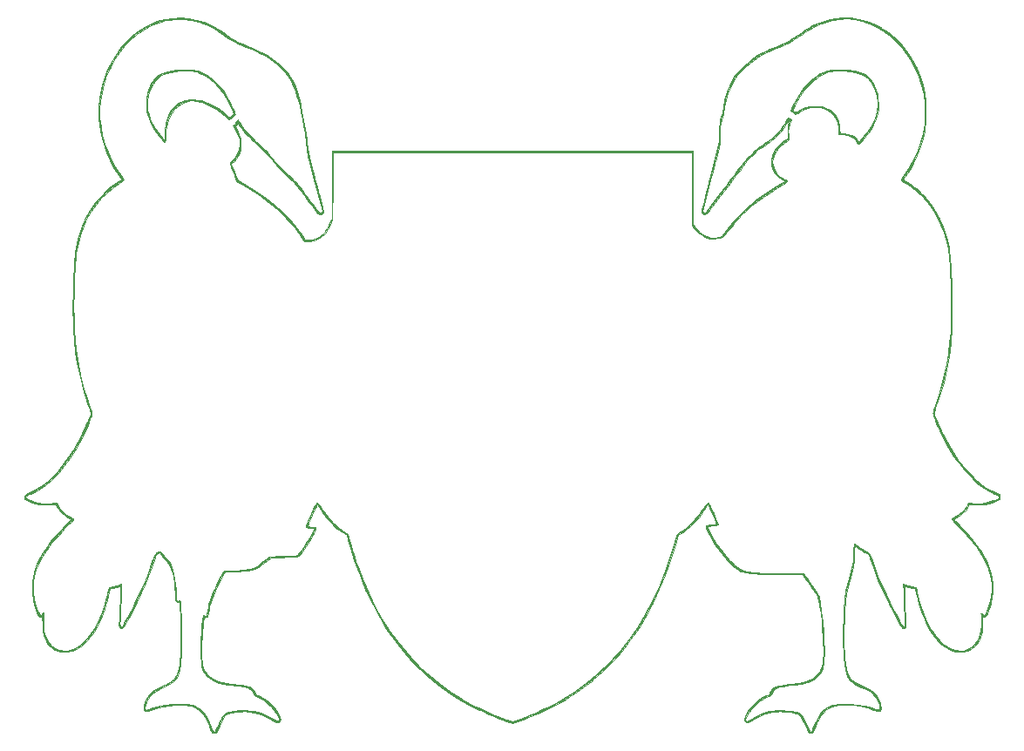
<source format=gm1>
G04 #@! TF.FileFunction,Profile,NP*
%FSLAX46Y46*%
G04 Gerber Fmt 4.6, Leading zero omitted, Abs format (unit mm)*
G04 Created by KiCad (PCBNEW 4.0.4+e1-6308~48~ubuntu16.04.1-stable) date Tue Jan 10 15:15:49 2017*
%MOMM*%
%LPD*%
G01*
G04 APERTURE LIST*
%ADD10C,0.100000*%
%ADD11C,0.010000*%
G04 APERTURE END LIST*
D10*
D11*
G36*
X121340634Y-65747925D02*
X122100576Y-65895920D01*
X122850290Y-66132899D01*
X123586168Y-66458281D01*
X124304602Y-66871490D01*
X124601085Y-67071660D01*
X125002158Y-67350839D01*
X125354130Y-67586191D01*
X125670798Y-67785467D01*
X125965959Y-67956416D01*
X126253409Y-68106789D01*
X126546946Y-68244337D01*
X126860366Y-68376809D01*
X127075460Y-68461619D01*
X127587866Y-68665539D01*
X128038865Y-68860277D01*
X128441573Y-69053677D01*
X128809107Y-69253581D01*
X129154581Y-69467835D01*
X129491111Y-69704281D01*
X129831813Y-69970763D01*
X130189803Y-70275126D01*
X130358055Y-70424758D01*
X130675946Y-70727511D01*
X130939273Y-71020403D01*
X131162291Y-71324609D01*
X131359255Y-71661303D01*
X131544421Y-72051659D01*
X131686052Y-72397311D01*
X131867235Y-72906623D01*
X132039618Y-73483910D01*
X132204015Y-74133017D01*
X132361241Y-74857787D01*
X132512110Y-75662066D01*
X132657437Y-76549698D01*
X132798036Y-77524528D01*
X132841571Y-77851000D01*
X132866577Y-78039516D01*
X132890478Y-78210562D01*
X132915204Y-78372633D01*
X132942681Y-78534223D01*
X132974837Y-78703827D01*
X133013599Y-78889937D01*
X133060895Y-79101050D01*
X133118653Y-79345659D01*
X133188798Y-79632258D01*
X133273260Y-79969342D01*
X133373966Y-80365404D01*
X133492843Y-80828941D01*
X133631818Y-81368444D01*
X133697429Y-81622775D01*
X133824815Y-82117920D01*
X133945201Y-82588695D01*
X134056675Y-83027438D01*
X134157324Y-83426484D01*
X134245235Y-83778170D01*
X134318496Y-84074833D01*
X134375194Y-84308809D01*
X134413417Y-84472434D01*
X134431253Y-84558045D01*
X134432343Y-84567545D01*
X134398674Y-84661618D01*
X134313117Y-84750922D01*
X134198849Y-84817667D01*
X134079046Y-84844065D01*
X134072194Y-84843978D01*
X134039715Y-84836687D01*
X133999407Y-84812639D01*
X133946485Y-84766009D01*
X133876166Y-84690971D01*
X133783668Y-84581700D01*
X133664206Y-84432370D01*
X133512997Y-84237157D01*
X133325258Y-83990233D01*
X133096205Y-83685774D01*
X132840104Y-83343460D01*
X132542789Y-82946980D01*
X132290330Y-82614028D01*
X132077788Y-82338478D01*
X131900226Y-82114203D01*
X131752706Y-81935076D01*
X131630289Y-81794973D01*
X131528037Y-81687765D01*
X131441013Y-81607328D01*
X131440093Y-81606545D01*
X131254750Y-81446090D01*
X131075696Y-81284535D01*
X130895934Y-81114568D01*
X130708470Y-80928880D01*
X130506308Y-80720161D01*
X130282453Y-80481099D01*
X130029909Y-80204384D01*
X129741681Y-79882706D01*
X129410774Y-79508755D01*
X129164023Y-79227965D01*
X128958240Y-79000799D01*
X128712161Y-78741001D01*
X128446883Y-78470138D01*
X128183507Y-78209775D01*
X127958156Y-77995396D01*
X127739248Y-77790061D01*
X127519734Y-77580343D01*
X127314254Y-77380505D01*
X127137449Y-77204811D01*
X127003959Y-77067526D01*
X126984944Y-77047223D01*
X126857304Y-76903440D01*
X126717816Y-76735979D01*
X126576949Y-76558708D01*
X126445169Y-76385491D01*
X126332944Y-76230195D01*
X126250742Y-76106687D01*
X126209031Y-76028833D01*
X126205932Y-76015273D01*
X126181662Y-75978832D01*
X126120407Y-75999953D01*
X126038579Y-76070620D01*
X125999856Y-76115891D01*
X125893482Y-76251146D01*
X125973022Y-76387221D01*
X126065998Y-76571976D01*
X126164135Y-76808362D01*
X126255015Y-77062265D01*
X126326221Y-77299571D01*
X126359958Y-77450271D01*
X126378696Y-77619647D01*
X126389366Y-77839958D01*
X126390220Y-78070096D01*
X126388656Y-78125435D01*
X126353758Y-78485289D01*
X126272327Y-78807848D01*
X126137827Y-79107066D01*
X125943720Y-79396899D01*
X125683470Y-79691302D01*
X125630065Y-79744900D01*
X125490324Y-79883000D01*
X125781706Y-80666365D01*
X125895295Y-80966101D01*
X125985325Y-81189695D01*
X126056244Y-81346834D01*
X126112505Y-81447207D01*
X126158557Y-81500500D01*
X126167865Y-81506932D01*
X126227446Y-81542537D01*
X126344683Y-81612298D01*
X126509049Y-81709961D01*
X126710019Y-81829275D01*
X126937068Y-81963989D01*
X127115626Y-82069881D01*
X128071309Y-82670090D01*
X128955777Y-83295694D01*
X129771156Y-83948672D01*
X130519575Y-84631004D01*
X131203163Y-85344669D01*
X131824046Y-86091645D01*
X132384353Y-86873912D01*
X132540847Y-87115606D01*
X132592246Y-87191685D01*
X132641787Y-87238925D01*
X132709280Y-87265442D01*
X132814534Y-87279351D01*
X132961627Y-87287980D01*
X133350840Y-87269284D01*
X133709767Y-87170376D01*
X134044870Y-86988042D01*
X134362615Y-86719065D01*
X134569561Y-86488104D01*
X134730515Y-86281401D01*
X134852354Y-86097774D01*
X134955394Y-85902944D01*
X135059955Y-85662636D01*
X135062397Y-85656649D01*
X135247417Y-85202667D01*
X135257638Y-81930925D01*
X135267858Y-78659182D01*
X170333537Y-78659182D01*
X170333537Y-82208024D01*
X170333579Y-82864404D01*
X170333792Y-83434646D01*
X170334303Y-83924974D01*
X170335241Y-84341615D01*
X170336734Y-84690793D01*
X170338912Y-84978733D01*
X170341902Y-85211662D01*
X170345832Y-85395803D01*
X170350832Y-85537382D01*
X170357030Y-85642625D01*
X170364554Y-85717757D01*
X170373532Y-85769003D01*
X170384094Y-85802588D01*
X170396367Y-85824737D01*
X170408464Y-85839469D01*
X170458389Y-85911005D01*
X170466973Y-85954431D01*
X170483608Y-86002145D01*
X170546835Y-86092067D01*
X170643852Y-86208995D01*
X170761856Y-86337726D01*
X170888044Y-86463060D01*
X170921149Y-86493701D01*
X171287130Y-86776602D01*
X171663075Y-86967982D01*
X172050015Y-87068038D01*
X172448984Y-87076970D01*
X172861016Y-86994977D01*
X173092245Y-86911747D01*
X173192208Y-86838933D01*
X173322493Y-86694203D01*
X173457546Y-86512040D01*
X173570748Y-86356311D01*
X173722819Y-86157885D01*
X173897484Y-85937458D01*
X174078468Y-85715722D01*
X174167644Y-85609173D01*
X174717429Y-84994287D01*
X175301965Y-84411266D01*
X175929079Y-83853621D01*
X176606597Y-83314866D01*
X177342344Y-82788511D01*
X178144148Y-82268070D01*
X178351597Y-82140699D01*
X178587740Y-81996141D01*
X178800388Y-81863911D01*
X178980412Y-81749853D01*
X179118680Y-81659812D01*
X179206063Y-81599633D01*
X179233606Y-81576058D01*
X179207147Y-81542301D01*
X179128422Y-81493584D01*
X179060947Y-81461174D01*
X178861434Y-81351022D01*
X178650945Y-81197350D01*
X178455571Y-81021790D01*
X178301407Y-80845971D01*
X178276728Y-80811068D01*
X178135336Y-80573081D01*
X178043228Y-80341154D01*
X177992153Y-80085574D01*
X177973858Y-79776625D01*
X177973418Y-79718969D01*
X177974883Y-79506158D01*
X177984307Y-79352509D01*
X178007633Y-79224850D01*
X178050808Y-79090010D01*
X178115787Y-78924649D01*
X178298772Y-78562482D01*
X178545217Y-78224869D01*
X178858788Y-77907664D01*
X179243152Y-77606717D01*
X179337268Y-77542484D01*
X179526820Y-77416096D01*
X179527769Y-76825366D01*
X179530342Y-76558433D01*
X179538654Y-76359660D01*
X179555077Y-76204937D01*
X179581987Y-76070150D01*
X179613067Y-75959146D01*
X179668933Y-75764706D01*
X179693194Y-75646631D01*
X179684374Y-75605390D01*
X179640999Y-75641453D01*
X179561594Y-75755288D01*
X179444683Y-75947366D01*
X179397843Y-76027618D01*
X179112885Y-76466282D01*
X178779798Y-76878567D01*
X178392416Y-77270425D01*
X177944572Y-77647810D01*
X177430101Y-78016674D01*
X177151282Y-78196446D01*
X176890483Y-78362418D01*
X176692542Y-78495984D01*
X176550941Y-78602009D01*
X176459164Y-78685356D01*
X176412029Y-78748272D01*
X176312375Y-78894379D01*
X176171131Y-79047367D01*
X176016773Y-79178824D01*
X175916534Y-79242629D01*
X175864542Y-79291065D01*
X175762746Y-79407976D01*
X175611641Y-79592728D01*
X175411724Y-79844684D01*
X175163491Y-80163208D01*
X174867436Y-80547664D01*
X174524055Y-80997417D01*
X174133846Y-81511830D01*
X173707362Y-82076908D01*
X173324614Y-82585281D01*
X172989775Y-83029840D01*
X172699257Y-83414562D01*
X172449472Y-83743426D01*
X172236832Y-84020409D01*
X172057748Y-84249487D01*
X171908633Y-84434639D01*
X171785898Y-84579842D01*
X171685956Y-84689072D01*
X171605218Y-84766309D01*
X171540096Y-84815528D01*
X171487002Y-84840708D01*
X171442348Y-84845826D01*
X171402545Y-84834859D01*
X171364007Y-84811784D01*
X171323144Y-84780580D01*
X171290776Y-84755688D01*
X171193623Y-84651977D01*
X171167562Y-84559588D01*
X171178692Y-84499689D01*
X171210914Y-84358738D01*
X171262475Y-84143756D01*
X171331621Y-83861760D01*
X171416597Y-83519772D01*
X171515650Y-83124809D01*
X171627025Y-82683893D01*
X171748970Y-82204041D01*
X171879729Y-81692273D01*
X172017550Y-81155609D01*
X172036062Y-81083727D01*
X172904568Y-77712455D01*
X172867168Y-77389182D01*
X172850001Y-77096855D01*
X172856171Y-76751270D01*
X172882849Y-76377285D01*
X172927201Y-75999757D01*
X172986399Y-75643545D01*
X173057609Y-75333506D01*
X173124903Y-75126273D01*
X173171732Y-74979811D01*
X173222988Y-74774848D01*
X173270937Y-74544052D01*
X173294311Y-74410455D01*
X173423612Y-73749659D01*
X173592970Y-73111361D01*
X173796197Y-72514941D01*
X174027104Y-71979781D01*
X174140494Y-71760278D01*
X174314512Y-71464495D01*
X174497769Y-71200808D01*
X174705846Y-70950087D01*
X174954330Y-70693207D01*
X175187829Y-70474804D01*
X175571769Y-70136056D01*
X175928734Y-69842114D01*
X176272268Y-69584798D01*
X176615917Y-69355931D01*
X176973225Y-69147336D01*
X177357736Y-68950834D01*
X177782994Y-68758248D01*
X178262543Y-68561400D01*
X178526496Y-68458980D01*
X178924971Y-68298215D01*
X179295006Y-68129315D01*
X179654143Y-67942560D01*
X180019924Y-67728231D01*
X180409891Y-67476609D01*
X180841586Y-67177975D01*
X180852448Y-67170261D01*
X181248088Y-66898987D01*
X181609995Y-66673861D01*
X181962349Y-66481415D01*
X182329330Y-66308181D01*
X182616522Y-66187652D01*
X183366675Y-65933484D01*
X184125316Y-65769148D01*
X184887669Y-65694244D01*
X185648956Y-65708374D01*
X186404402Y-65811138D01*
X187149229Y-66002136D01*
X187878661Y-66280971D01*
X188587921Y-66647241D01*
X188665017Y-66693162D01*
X189192041Y-67035128D01*
X189665161Y-67395825D01*
X190106293Y-67794102D01*
X190537352Y-68248809D01*
X190720718Y-68461210D01*
X191233131Y-69130435D01*
X191684772Y-69847696D01*
X192073198Y-70607109D01*
X192395965Y-71402793D01*
X192650627Y-72228866D01*
X192834740Y-73079447D01*
X192929858Y-73776227D01*
X192954246Y-74125476D01*
X192965012Y-74535865D01*
X192962956Y-74982294D01*
X192948880Y-75439666D01*
X192923587Y-75882883D01*
X192887878Y-76286847D01*
X192842554Y-76626461D01*
X192837948Y-76653482D01*
X192665756Y-77444081D01*
X192426561Y-78239443D01*
X192127206Y-79023388D01*
X191774536Y-79779738D01*
X191375392Y-80492311D01*
X190940433Y-81139766D01*
X190853238Y-81264106D01*
X190791031Y-81364637D01*
X190767268Y-81419617D01*
X190767268Y-81419644D01*
X190799328Y-81460818D01*
X190882189Y-81520208D01*
X190966298Y-81568076D01*
X191339749Y-81788086D01*
X191737701Y-82069995D01*
X192142293Y-82399101D01*
X192535660Y-82760702D01*
X192899941Y-83140096D01*
X192963128Y-83211530D01*
X193445346Y-83822359D01*
X193885816Y-84497342D01*
X194278494Y-85223425D01*
X194617339Y-85987557D01*
X194896308Y-86776687D01*
X195109361Y-87577762D01*
X195200759Y-88045154D01*
X195231174Y-88259370D01*
X195264186Y-88552519D01*
X195298741Y-88911275D01*
X195333788Y-89322315D01*
X195368273Y-89772313D01*
X195401145Y-90247946D01*
X195431350Y-90735889D01*
X195457836Y-91222818D01*
X195467514Y-91422032D01*
X195480785Y-91775689D01*
X195491138Y-92194973D01*
X195498576Y-92662665D01*
X195503101Y-93161548D01*
X195504718Y-93674403D01*
X195503429Y-94184012D01*
X195499237Y-94673157D01*
X195492144Y-95124620D01*
X195482153Y-95521182D01*
X195469268Y-95845625D01*
X195466762Y-95892872D01*
X195359072Y-97286044D01*
X195192796Y-98626737D01*
X194966186Y-99923601D01*
X194677495Y-101185286D01*
X194324974Y-102420444D01*
X193906876Y-103637725D01*
X193896370Y-103665860D01*
X193834749Y-103839156D01*
X193788045Y-103986826D01*
X193763905Y-104084084D01*
X193762194Y-104100803D01*
X193779865Y-104179603D01*
X193829138Y-104325429D01*
X193904406Y-104524831D01*
X194000059Y-104764358D01*
X194110487Y-105030563D01*
X194230082Y-105309994D01*
X194353235Y-105589204D01*
X194474336Y-105854741D01*
X194587778Y-106093157D01*
X194621884Y-106162205D01*
X195113476Y-107087080D01*
X195630192Y-107939839D01*
X196184120Y-108739357D01*
X196678673Y-109373451D01*
X197220271Y-109996737D01*
X197753354Y-110534625D01*
X198284291Y-110992282D01*
X198819447Y-111374878D01*
X199365190Y-111687581D01*
X199745222Y-111862779D01*
X200150104Y-112032057D01*
X200150104Y-112532965D01*
X199733089Y-112686441D01*
X199376109Y-112811953D01*
X199069587Y-112905158D01*
X198794294Y-112970133D01*
X198530997Y-113010960D01*
X198260467Y-113031716D01*
X198083985Y-113036262D01*
X197874001Y-113035546D01*
X197672339Y-113029759D01*
X197500891Y-113019848D01*
X197381547Y-113006760D01*
X197374707Y-113005568D01*
X197258405Y-112987576D01*
X197192471Y-112994227D01*
X197152523Y-113034693D01*
X197121510Y-113100825D01*
X196998463Y-113324068D01*
X196819500Y-113560391D01*
X196600684Y-113793852D01*
X196358079Y-114008506D01*
X196107749Y-114188410D01*
X195920427Y-114292942D01*
X195794258Y-114356704D01*
X195701562Y-114410151D01*
X195659721Y-114443124D01*
X195658907Y-114445842D01*
X195687466Y-114488479D01*
X195755420Y-114555634D01*
X195763161Y-114562411D01*
X196032600Y-114809176D01*
X196331254Y-115106060D01*
X196648265Y-115440422D01*
X196972774Y-115799621D01*
X197293923Y-116171016D01*
X197600853Y-116541965D01*
X197882705Y-116899828D01*
X198128620Y-117231964D01*
X198327741Y-117525731D01*
X198377740Y-117606158D01*
X198690341Y-118154861D01*
X198941716Y-118672234D01*
X199136452Y-119172808D01*
X199279138Y-119671114D01*
X199374362Y-120181682D01*
X199426710Y-120719045D01*
X199437173Y-120961727D01*
X199435013Y-121508674D01*
X199392347Y-122007093D01*
X199304772Y-122489675D01*
X199167889Y-122989111D01*
X199161574Y-123009119D01*
X199055712Y-123329536D01*
X198964428Y-123570163D01*
X198881609Y-123740071D01*
X198801142Y-123848326D01*
X198716917Y-123903999D01*
X198622820Y-123916158D01*
X198557165Y-123905898D01*
X198463089Y-123883990D01*
X198462431Y-124466404D01*
X198451709Y-124898225D01*
X198418108Y-125264134D01*
X198357879Y-125587596D01*
X198267267Y-125892075D01*
X198210527Y-126041727D01*
X198013105Y-126429745D01*
X197761129Y-126755787D01*
X197459511Y-127015183D01*
X197113161Y-127203261D01*
X196918239Y-127270975D01*
X196688421Y-127313740D01*
X196412887Y-127329311D01*
X196118022Y-127319062D01*
X195830213Y-127284366D01*
X195575847Y-127226598D01*
X195487119Y-127196474D01*
X195043716Y-126988091D01*
X194628205Y-126711686D01*
X194228735Y-126358438D01*
X193936349Y-126042217D01*
X193526892Y-125505680D01*
X193152194Y-124892005D01*
X192815168Y-124207877D01*
X192518730Y-123459981D01*
X192265793Y-122655001D01*
X192059272Y-121799623D01*
X192035394Y-121682095D01*
X191993779Y-121485082D01*
X191954603Y-121321282D01*
X191923210Y-121211960D01*
X191909120Y-121179692D01*
X191857006Y-121154780D01*
X191750246Y-121126956D01*
X191609721Y-121101426D01*
X191575566Y-121096527D01*
X191401203Y-121066952D01*
X191227886Y-121028072D01*
X191092325Y-120988153D01*
X191089207Y-120987019D01*
X190978285Y-120953920D01*
X190898707Y-120944119D01*
X190876086Y-120951519D01*
X190869006Y-121008908D01*
X190867171Y-121149422D01*
X190870258Y-121364073D01*
X190877943Y-121643873D01*
X190889901Y-121979834D01*
X190905809Y-122362966D01*
X190925343Y-122784282D01*
X190948179Y-123234792D01*
X190973993Y-123705509D01*
X190977630Y-123769106D01*
X190993854Y-124072354D01*
X191006330Y-124348154D01*
X191014584Y-124581953D01*
X191018142Y-124759198D01*
X191016527Y-124865336D01*
X191014045Y-124885806D01*
X190958612Y-124961743D01*
X190855865Y-125007191D01*
X190732303Y-125012755D01*
X190685198Y-125002395D01*
X190638263Y-124967178D01*
X190569963Y-124880274D01*
X190476265Y-124735312D01*
X190353137Y-124525924D01*
X190196546Y-124245740D01*
X190135456Y-124134118D01*
X189461313Y-122847821D01*
X188856528Y-121589450D01*
X188319322Y-120354971D01*
X187847916Y-119140350D01*
X187538184Y-118245211D01*
X187412194Y-117860876D01*
X187054437Y-117681351D01*
X186853517Y-117571888D01*
X186633955Y-117438733D01*
X186434747Y-117305865D01*
X186383981Y-117269050D01*
X186248679Y-117169444D01*
X186139438Y-117091122D01*
X186071056Y-117044579D01*
X186055807Y-117036273D01*
X186049020Y-117079805D01*
X186040425Y-117199918D01*
X186030898Y-117380886D01*
X186021311Y-117606986D01*
X186016195Y-117748881D01*
X186004596Y-118028984D01*
X185989381Y-118307061D01*
X185972281Y-118555928D01*
X185955024Y-118748404D01*
X185949720Y-118793893D01*
X185925889Y-118926047D01*
X185880187Y-119129929D01*
X185816438Y-119390369D01*
X185738467Y-119692199D01*
X185650098Y-120020249D01*
X185555157Y-120359350D01*
X185554021Y-120363327D01*
X185200658Y-121600358D01*
X185141222Y-122424042D01*
X185080159Y-123376428D01*
X185037203Y-124285500D01*
X185012258Y-125145587D01*
X185005225Y-125951020D01*
X185016007Y-126696126D01*
X185044505Y-127375235D01*
X185090622Y-127982676D01*
X185154260Y-128512780D01*
X185235321Y-128959874D01*
X185255460Y-129046437D01*
X185342150Y-129345743D01*
X185450264Y-129603074D01*
X185587899Y-129826651D01*
X185763152Y-130024696D01*
X185984122Y-130205430D01*
X186258905Y-130377077D01*
X186595601Y-130547857D01*
X186843537Y-130658870D01*
X187254023Y-130851259D01*
X187595448Y-131046606D01*
X187874537Y-131250521D01*
X188098020Y-131468615D01*
X188272623Y-131706500D01*
X188399737Y-131956862D01*
X188498709Y-132229222D01*
X188565714Y-132487976D01*
X188598615Y-132717467D01*
X188595276Y-132902035D01*
X188553561Y-133026023D01*
X188546799Y-133034974D01*
X188497167Y-133079315D01*
X188431819Y-133099848D01*
X188338850Y-133095013D01*
X188206354Y-133063249D01*
X188022423Y-133002994D01*
X187862866Y-132945309D01*
X187236090Y-132747367D01*
X186572077Y-132599026D01*
X185896780Y-132504421D01*
X185236153Y-132467682D01*
X184897869Y-132473216D01*
X184466071Y-132507489D01*
X184096004Y-132572259D01*
X183776603Y-132672183D01*
X183496808Y-132811917D01*
X183245554Y-132996116D01*
X183011780Y-133229437D01*
X182961168Y-133288333D01*
X182834570Y-133445685D01*
X182723651Y-133600516D01*
X182619429Y-133768829D01*
X182512922Y-133966630D01*
X182395149Y-134209922D01*
X182257130Y-134514711D01*
X182199160Y-134646210D01*
X181952396Y-135208818D01*
X181573985Y-135208818D01*
X181429734Y-134862455D01*
X181256192Y-134459937D01*
X181101559Y-134134622D01*
X180959556Y-133876595D01*
X180823902Y-133675941D01*
X180688318Y-133522745D01*
X180546524Y-133407093D01*
X180482263Y-133366543D01*
X180305956Y-133289919D01*
X180068714Y-133225430D01*
X179784878Y-133174175D01*
X179468792Y-133137254D01*
X179134796Y-133115766D01*
X178797235Y-133110812D01*
X178470450Y-133123491D01*
X178168783Y-133154903D01*
X178029358Y-133178464D01*
X177399243Y-133346365D01*
X176758628Y-133605118D01*
X176108570Y-133954291D01*
X176057711Y-133985186D01*
X175842413Y-134098435D01*
X175653350Y-134161342D01*
X175501084Y-134171886D01*
X175396176Y-134128045D01*
X175383208Y-134114309D01*
X175342620Y-134003271D01*
X175348778Y-133839774D01*
X175399906Y-133642332D01*
X175437735Y-133545905D01*
X175667940Y-133107842D01*
X175962415Y-132697843D01*
X176311101Y-132325736D01*
X176703941Y-132001347D01*
X177130877Y-131734502D01*
X177441127Y-131588642D01*
X177604361Y-131518903D01*
X177709555Y-131463698D01*
X177771612Y-131412362D01*
X177805437Y-131354229D01*
X177816159Y-131320262D01*
X177871951Y-131157414D01*
X177949950Y-131018822D01*
X178056823Y-130901485D01*
X178199237Y-130802401D01*
X178383858Y-130718570D01*
X178617352Y-130646992D01*
X178906385Y-130584666D01*
X179257625Y-130528590D01*
X179677736Y-130475764D01*
X179697150Y-130473553D01*
X180082734Y-130427864D01*
X180404639Y-130384803D01*
X180674892Y-130341920D01*
X180905520Y-130296766D01*
X181108551Y-130246890D01*
X181296010Y-130189843D01*
X181479925Y-130123175D01*
X181546203Y-130096906D01*
X181940232Y-129899259D01*
X182276614Y-129646691D01*
X182526286Y-129379690D01*
X182665276Y-129181042D01*
X182776629Y-128962720D01*
X182862748Y-128713151D01*
X182926030Y-128420767D01*
X182968875Y-128073995D01*
X182993684Y-127661266D01*
X183002855Y-127171008D01*
X183003032Y-127080818D01*
X182991272Y-126470608D01*
X182957337Y-125794351D01*
X182903171Y-125073568D01*
X182830718Y-124329778D01*
X182741922Y-123584502D01*
X182638727Y-122859259D01*
X182599568Y-122614150D01*
X182563017Y-122404957D01*
X182524772Y-122229560D01*
X182477946Y-122073939D01*
X182415647Y-121924074D01*
X182330988Y-121765946D01*
X182217078Y-121585536D01*
X182067029Y-121368823D01*
X181873950Y-121101789D01*
X181820437Y-121028647D01*
X181660010Y-120807343D01*
X181495817Y-120576898D01*
X181344469Y-120360872D01*
X181222578Y-120182830D01*
X181194915Y-120141370D01*
X180967417Y-119797460D01*
X178844432Y-119786978D01*
X178349490Y-119784097D01*
X177921629Y-119780372D01*
X177552110Y-119775308D01*
X177232193Y-119768411D01*
X176953139Y-119759184D01*
X176706209Y-119747133D01*
X176482663Y-119731764D01*
X176273763Y-119712582D01*
X176070769Y-119689091D01*
X175864941Y-119660797D01*
X175647540Y-119627205D01*
X175451447Y-119594845D01*
X175211516Y-119547993D01*
X175021952Y-119493985D01*
X174857308Y-119424527D01*
X174750104Y-119366293D01*
X174463850Y-119169037D01*
X174151259Y-118900603D01*
X173820826Y-118571851D01*
X173481048Y-118193640D01*
X173140424Y-117776829D01*
X172807449Y-117332279D01*
X172490621Y-116870850D01*
X172198437Y-116403401D01*
X171939393Y-115940792D01*
X171724328Y-115499138D01*
X171639617Y-115305033D01*
X171593762Y-115171042D01*
X171593666Y-115084677D01*
X171646235Y-115033452D01*
X171758373Y-115004880D01*
X171936984Y-114986475D01*
X172011074Y-114980553D01*
X172238955Y-114963303D01*
X172401989Y-114944908D01*
X172505154Y-114913088D01*
X172553429Y-114855566D01*
X172551792Y-114760065D01*
X172505221Y-114614305D01*
X172418694Y-114406009D01*
X172328741Y-114197078D01*
X172219912Y-113946323D01*
X172110867Y-113701805D01*
X172011579Y-113485441D01*
X171932027Y-113319150D01*
X171904253Y-113264450D01*
X171765337Y-112999909D01*
X171692743Y-113121308D01*
X171642361Y-113199131D01*
X171553212Y-113330541D01*
X171436341Y-113499491D01*
X171302793Y-113689934D01*
X171249274Y-113765581D01*
X170889018Y-114243100D01*
X170514832Y-114682259D01*
X170136491Y-115073424D01*
X169763771Y-115406967D01*
X169406445Y-115673256D01*
X169168528Y-115815643D01*
X168879121Y-115968902D01*
X168627886Y-116860497D01*
X168161636Y-118390705D01*
X167644301Y-119852857D01*
X167075512Y-121247554D01*
X166454900Y-122575399D01*
X165782097Y-123836995D01*
X165056734Y-125032943D01*
X164278441Y-126163847D01*
X163446850Y-127230309D01*
X162561593Y-128232931D01*
X161622299Y-129172315D01*
X160628602Y-130049064D01*
X160476820Y-130173595D01*
X159794107Y-130708244D01*
X159106255Y-131204994D01*
X158403943Y-131669037D01*
X157677845Y-132105565D01*
X156918639Y-132519771D01*
X156117000Y-132916845D01*
X155263603Y-133301981D01*
X154349126Y-133680371D01*
X153787177Y-133898750D01*
X152803055Y-134273035D01*
X152213893Y-134052680D01*
X151909038Y-133936680D01*
X151571613Y-133804879D01*
X151215891Y-133663132D01*
X150856144Y-133517289D01*
X150506645Y-133373202D01*
X150181666Y-133236724D01*
X149895481Y-133113706D01*
X149662360Y-133010001D01*
X149594572Y-132978707D01*
X148380535Y-132365134D01*
X147219003Y-131684943D01*
X146110141Y-130938339D01*
X145054109Y-130125525D01*
X144051072Y-129246708D01*
X143101191Y-128302090D01*
X142204630Y-127291877D01*
X141361551Y-126216273D01*
X140572117Y-125075483D01*
X139836490Y-123869712D01*
X139154834Y-122599163D01*
X138527311Y-121264041D01*
X137954084Y-119864552D01*
X137435315Y-118400898D01*
X137077094Y-117244091D01*
X136992654Y-116952733D01*
X136915105Y-116682338D01*
X136848693Y-116447936D01*
X136797665Y-116264560D01*
X136766268Y-116147242D01*
X136760250Y-116122593D01*
X136734819Y-116042343D01*
X136690248Y-115978637D01*
X136610658Y-115916582D01*
X136480166Y-115841285D01*
X136434092Y-115816723D01*
X136055612Y-115580072D01*
X135660600Y-115263943D01*
X135256805Y-114876358D01*
X134851975Y-114425340D01*
X134453857Y-113918912D01*
X134077820Y-113376802D01*
X133844731Y-113019330D01*
X133775587Y-113120585D01*
X133717750Y-113219477D01*
X133638364Y-113375037D01*
X133543225Y-113573862D01*
X133438129Y-113802544D01*
X133328872Y-114047681D01*
X133221251Y-114295865D01*
X133121062Y-114533693D01*
X133034101Y-114747758D01*
X132966164Y-114924656D01*
X132923047Y-115050982D01*
X132910548Y-115113330D01*
X132912346Y-115117033D01*
X132962143Y-115131569D01*
X133065433Y-115149084D01*
X133200091Y-115165840D01*
X133203344Y-115166183D01*
X133410253Y-115189521D01*
X133552937Y-115210856D01*
X133642857Y-115233635D01*
X133691477Y-115261311D01*
X133710260Y-115297332D01*
X133712044Y-115319287D01*
X133689064Y-115410364D01*
X133624551Y-115561409D01*
X133525150Y-115761068D01*
X133397504Y-115997985D01*
X133248257Y-116260807D01*
X133084052Y-116538178D01*
X132911532Y-116818745D01*
X132737343Y-117091153D01*
X132568126Y-117344046D01*
X132410527Y-117566071D01*
X132351365Y-117644820D01*
X132221911Y-117809356D01*
X132124594Y-117918399D01*
X132042388Y-117986777D01*
X131958268Y-118029314D01*
X131881851Y-118053684D01*
X131786807Y-118069850D01*
X131625185Y-118085564D01*
X131406230Y-118100292D01*
X131139185Y-118113497D01*
X130833294Y-118124644D01*
X130515621Y-118132830D01*
X129347407Y-118157260D01*
X129018158Y-118411732D01*
X128711432Y-118647959D01*
X128459148Y-118839262D01*
X128252134Y-118990974D01*
X128081218Y-119108429D01*
X127937227Y-119196960D01*
X127810991Y-119261900D01*
X127693337Y-119308582D01*
X127575092Y-119342341D01*
X127447086Y-119368508D01*
X127343089Y-119385743D01*
X127134925Y-119413739D01*
X126869356Y-119442260D01*
X126564780Y-119469879D01*
X126239595Y-119495165D01*
X125912200Y-119516691D01*
X125600994Y-119533029D01*
X125324375Y-119542748D01*
X125319547Y-119542860D01*
X124869289Y-119553182D01*
X124399780Y-120453727D01*
X124138238Y-120964595D01*
X123919243Y-121414375D01*
X123738449Y-121814556D01*
X123591506Y-122176626D01*
X123474065Y-122512074D01*
X123381777Y-122832388D01*
X123310295Y-123149057D01*
X123255268Y-123473569D01*
X123254410Y-123479496D01*
X123187841Y-123940455D01*
X123000316Y-123963546D01*
X122812791Y-123986636D01*
X122768660Y-124309909D01*
X122713956Y-124775879D01*
X122667150Y-125303603D01*
X122630151Y-125862763D01*
X122604868Y-126423039D01*
X122593213Y-126954109D01*
X122592660Y-127103909D01*
X122598450Y-127588155D01*
X122616402Y-127993163D01*
X122649226Y-128331339D01*
X122699632Y-128615086D01*
X122770331Y-128856810D01*
X122864032Y-129068917D01*
X122983447Y-129263811D01*
X123097171Y-129413064D01*
X123318608Y-129649749D01*
X123567668Y-129849682D01*
X123852577Y-130016462D01*
X124181555Y-130153693D01*
X124562827Y-130264975D01*
X125004615Y-130353910D01*
X125364332Y-130406070D01*
X125759118Y-130456176D01*
X126086294Y-130498541D01*
X126353705Y-130534461D01*
X126569198Y-130565230D01*
X126740618Y-130592146D01*
X126875812Y-130616504D01*
X126982627Y-130639599D01*
X127068907Y-130662728D01*
X127142500Y-130687186D01*
X127198467Y-130708972D01*
X127404701Y-130807514D01*
X127552391Y-130916165D01*
X127658631Y-131051411D01*
X127740515Y-131229740D01*
X127741660Y-131232868D01*
X127791963Y-131360810D01*
X127841253Y-131439475D01*
X127912316Y-131491129D01*
X128027941Y-131538039D01*
X128068665Y-131552399D01*
X128459815Y-131728089D01*
X128854093Y-131977646D01*
X129232251Y-132286686D01*
X129575036Y-132640827D01*
X129655626Y-132738061D01*
X129869498Y-133026610D01*
X130040231Y-133301830D01*
X130163644Y-133554577D01*
X130235555Y-133775703D01*
X130251782Y-133956064D01*
X130240839Y-134017977D01*
X130207833Y-134098876D01*
X130153250Y-134140154D01*
X130052198Y-134158456D01*
X130027577Y-134160561D01*
X129921132Y-134159169D01*
X129814442Y-134131525D01*
X129684335Y-134069450D01*
X129554415Y-133993529D01*
X128930323Y-133650164D01*
X128322906Y-133392462D01*
X127725321Y-133218276D01*
X127130729Y-133125462D01*
X126730522Y-133107731D01*
X126463807Y-133114853D01*
X126184240Y-133134913D01*
X125907344Y-133165655D01*
X125648641Y-133204826D01*
X125423655Y-133250170D01*
X125247910Y-133299432D01*
X125161312Y-133335669D01*
X124986947Y-133452726D01*
X124822600Y-133616785D01*
X124661784Y-133837330D01*
X124498010Y-134123844D01*
X124324792Y-134485814D01*
X124237855Y-134685684D01*
X124015947Y-135208818D01*
X123847019Y-135222588D01*
X123718434Y-135217978D01*
X123644271Y-135182050D01*
X123640174Y-135176406D01*
X123609230Y-135115443D01*
X123550436Y-134989446D01*
X123471384Y-134815032D01*
X123379664Y-134608817D01*
X123349035Y-134539182D01*
X123136692Y-134083470D01*
X122932025Y-133707048D01*
X122726871Y-133398880D01*
X122513064Y-133147932D01*
X122282439Y-132943168D01*
X122054582Y-132789741D01*
X121845014Y-132681633D01*
X121619406Y-132599317D01*
X121363631Y-132539644D01*
X121063557Y-132499463D01*
X120705058Y-132475626D01*
X120632940Y-132472817D01*
X120043413Y-132479124D01*
X119428233Y-132535693D01*
X118811347Y-132638523D01*
X118216702Y-132783609D01*
X117668246Y-132966949D01*
X117661898Y-132969422D01*
X117429264Y-133052702D01*
X117256246Y-133096281D01*
X117134444Y-133101273D01*
X117055457Y-133068796D01*
X117039029Y-133052127D01*
X117000262Y-132946206D01*
X116994213Y-132778431D01*
X117017444Y-132568131D01*
X117066517Y-132334639D01*
X117137996Y-132097285D01*
X117228441Y-131875400D01*
X117259243Y-131813822D01*
X117392525Y-131596901D01*
X117556619Y-131400026D01*
X117759931Y-131216750D01*
X118010867Y-131040626D01*
X118317834Y-130865207D01*
X118689238Y-130684046D01*
X118794283Y-130636595D01*
X119100654Y-130495439D01*
X119345960Y-130370822D01*
X119542323Y-130255141D01*
X119701862Y-130140795D01*
X119836699Y-130020183D01*
X119921220Y-129929846D01*
X120060449Y-129744589D01*
X120179057Y-129525381D01*
X120279066Y-129263580D01*
X120362499Y-128950544D01*
X120431378Y-128577630D01*
X120487726Y-128136195D01*
X120533566Y-127617596D01*
X120560930Y-127196273D01*
X120574853Y-126855650D01*
X120582679Y-126440722D01*
X120584653Y-125969221D01*
X120581019Y-125458882D01*
X120572023Y-124927438D01*
X120557909Y-124392623D01*
X120538924Y-123872171D01*
X120515311Y-123383816D01*
X120506053Y-123224636D01*
X120462343Y-122508818D01*
X120304176Y-122494793D01*
X120196309Y-122473564D01*
X120120723Y-122437765D01*
X120109017Y-122425520D01*
X120093806Y-122362463D01*
X120075834Y-122224227D01*
X120056832Y-122027836D01*
X120038529Y-121790313D01*
X120028519Y-121633710D01*
X119984153Y-121062535D01*
X119921784Y-120531112D01*
X119843378Y-120049754D01*
X119750905Y-119628775D01*
X119646331Y-119278488D01*
X119531625Y-119009207D01*
X119525616Y-118997976D01*
X119455263Y-118884003D01*
X119344031Y-118722538D01*
X119204707Y-118531341D01*
X119050075Y-118328171D01*
X118971157Y-118227825D01*
X118541182Y-117687559D01*
X118364562Y-117772073D01*
X118187943Y-117856586D01*
X117994465Y-118427793D01*
X117598014Y-119531816D01*
X117157165Y-120631234D01*
X116664243Y-121744450D01*
X116247360Y-122616553D01*
X116074204Y-122963334D01*
X115896288Y-123310924D01*
X115718860Y-123649812D01*
X115547164Y-123970485D01*
X115386447Y-124263434D01*
X115241953Y-124519145D01*
X115118930Y-124728107D01*
X115022622Y-124880809D01*
X114958275Y-124967739D01*
X114942906Y-124981805D01*
X114846915Y-125010722D01*
X114734179Y-125004841D01*
X114668705Y-124982763D01*
X114621698Y-124942637D01*
X114591375Y-124872000D01*
X114575953Y-124758387D01*
X114573652Y-124589333D01*
X114582689Y-124352376D01*
X114599529Y-124062994D01*
X114621230Y-123698558D01*
X114642005Y-123316998D01*
X114661440Y-122929247D01*
X114679119Y-122546234D01*
X114694628Y-122178890D01*
X114707552Y-121838143D01*
X114717478Y-121534925D01*
X114723989Y-121280166D01*
X114726671Y-121084796D01*
X114725111Y-120959744D01*
X114718910Y-120915941D01*
X114674795Y-120928617D01*
X114582450Y-120960420D01*
X114511500Y-120986181D01*
X114377192Y-121026437D01*
X114204119Y-121065781D01*
X114029088Y-121095875D01*
X114024343Y-121096527D01*
X113878937Y-121120966D01*
X113762446Y-121149089D01*
X113695833Y-121175615D01*
X113689881Y-121180799D01*
X113667456Y-121239700D01*
X113631344Y-121370138D01*
X113586169Y-121554018D01*
X113536557Y-121773249D01*
X113526367Y-121820408D01*
X113413594Y-122316540D01*
X113298484Y-122754631D01*
X113170919Y-123168514D01*
X113020782Y-123592024D01*
X112913147Y-123871182D01*
X112629380Y-124527083D01*
X112326368Y-125104043D01*
X111997458Y-125614205D01*
X111849168Y-125812530D01*
X111425994Y-126297842D01*
X110983925Y-126694798D01*
X110523721Y-127002793D01*
X110112791Y-127196529D01*
X109879847Y-127263347D01*
X109602629Y-127307672D01*
X109307513Y-127328133D01*
X109020879Y-127323356D01*
X108769105Y-127291970D01*
X108681671Y-127270975D01*
X108309036Y-127123347D01*
X107986838Y-126907717D01*
X107713417Y-126622262D01*
X107487114Y-126265158D01*
X107306271Y-125834583D01*
X107268944Y-125718455D01*
X107227631Y-125574493D01*
X107197843Y-125442983D01*
X107177127Y-125302578D01*
X107163030Y-125131929D01*
X107153103Y-124909686D01*
X107145627Y-124644727D01*
X107127762Y-123917364D01*
X107002705Y-123917364D01*
X106895788Y-123908799D01*
X106815741Y-123888424D01*
X106755671Y-123822305D01*
X106681409Y-123682011D01*
X106598002Y-123482711D01*
X106510498Y-123239570D01*
X106423944Y-122967757D01*
X106343386Y-122682437D01*
X106273873Y-122398778D01*
X106220450Y-122131946D01*
X106209934Y-122067933D01*
X106175189Y-121753641D01*
X106156538Y-121382956D01*
X106153977Y-120989744D01*
X106167501Y-120607869D01*
X106197105Y-120271197D01*
X106210191Y-120177139D01*
X106332832Y-119594572D01*
X106520533Y-119008037D01*
X106774486Y-118415625D01*
X107095883Y-117815429D01*
X107485916Y-117205542D01*
X107945777Y-116584056D01*
X108476657Y-115949063D01*
X109079748Y-115298657D01*
X109554903Y-114824069D01*
X109690939Y-114687831D01*
X109800496Y-114569937D01*
X109872326Y-114483075D01*
X109895230Y-114440098D01*
X109856865Y-114402347D01*
X109766875Y-114343041D01*
X109644157Y-114274545D01*
X109634812Y-114269716D01*
X109466214Y-114173049D01*
X109287952Y-114055528D01*
X109173645Y-113970126D01*
X109038199Y-113846509D01*
X108892503Y-113690657D01*
X108750235Y-113520004D01*
X108625073Y-113351984D01*
X108530692Y-113204028D01*
X108480771Y-113093572D01*
X108478504Y-113084088D01*
X108460759Y-113018644D01*
X108429102Y-112988006D01*
X108363290Y-112985372D01*
X108243081Y-113003939D01*
X108241052Y-113004294D01*
X108120373Y-113018212D01*
X107946528Y-113029053D01*
X107742152Y-113035787D01*
X107529881Y-113037385D01*
X107515925Y-113037283D01*
X107174477Y-113022443D01*
X106849890Y-112980765D01*
X106520180Y-112907582D01*
X106163363Y-112798230D01*
X105848354Y-112683392D01*
X105669980Y-112612496D01*
X105550959Y-112557358D01*
X105477555Y-112509166D01*
X105436034Y-112459106D01*
X105414543Y-112405078D01*
X105402500Y-112258951D01*
X105513882Y-112258951D01*
X105517491Y-112307612D01*
X105564590Y-112369090D01*
X105639777Y-112425452D01*
X105775714Y-112494784D01*
X105958772Y-112572140D01*
X106175319Y-112652572D01*
X106411727Y-112731134D01*
X106654364Y-112802878D01*
X106889601Y-112862856D01*
X106979468Y-112882633D01*
X107275855Y-112936920D01*
X107520615Y-112963254D01*
X107734163Y-112962478D01*
X107936913Y-112935433D01*
X107989805Y-112924331D01*
X108196653Y-112878794D01*
X108342207Y-112851500D01*
X108439739Y-112843951D01*
X108502519Y-112857645D01*
X108543819Y-112894083D01*
X108576910Y-112954763D01*
X108593612Y-112992569D01*
X108674406Y-113134425D01*
X108802272Y-113309500D01*
X108961190Y-113499794D01*
X109135137Y-113687306D01*
X109308092Y-113854035D01*
X109464033Y-113981981D01*
X109491060Y-114000855D01*
X109647831Y-114099041D01*
X109812930Y-114190991D01*
X109932716Y-114248737D01*
X110065055Y-114320474D01*
X110125627Y-114398015D01*
X110114789Y-114489233D01*
X110032898Y-114602005D01*
X109952320Y-114681000D01*
X109654082Y-114964379D01*
X109332467Y-115289665D01*
X108999017Y-115643720D01*
X108665277Y-116013405D01*
X108342792Y-116385578D01*
X108043104Y-116747102D01*
X107777758Y-117084836D01*
X107558298Y-117385640D01*
X107497623Y-117475000D01*
X107101900Y-118120083D01*
X106780475Y-118751663D01*
X106532873Y-119371522D01*
X106358614Y-119981445D01*
X106257224Y-120583213D01*
X106228225Y-121178610D01*
X106271139Y-121769419D01*
X106299437Y-121954636D01*
X106359056Y-122252051D01*
X106435665Y-122560104D01*
X106523913Y-122863316D01*
X106618448Y-123146204D01*
X106713919Y-123393287D01*
X106804976Y-123589085D01*
X106886265Y-123718116D01*
X106920779Y-123752181D01*
X106973642Y-123771694D01*
X107027838Y-123735836D01*
X107091376Y-123651402D01*
X107183471Y-123533164D01*
X107243681Y-123498087D01*
X107273245Y-123547000D01*
X107273401Y-123680734D01*
X107264398Y-123767273D01*
X107251644Y-123920989D01*
X107241881Y-124137038D01*
X107236145Y-124385421D01*
X107235270Y-124610091D01*
X107238748Y-124867065D01*
X107247500Y-125058601D01*
X107264709Y-125211589D01*
X107293558Y-125352918D01*
X107337229Y-125509478D01*
X107344580Y-125533727D01*
X107520765Y-125992450D01*
X107748230Y-126385403D01*
X108024211Y-126709532D01*
X108345944Y-126961780D01*
X108710662Y-127139094D01*
X108833312Y-127178740D01*
X109170697Y-127231134D01*
X109535614Y-127206595D01*
X109918281Y-127108595D01*
X110308915Y-126940605D01*
X110697733Y-126706095D01*
X111074953Y-126408536D01*
X111120670Y-126367202D01*
X111338226Y-126146760D01*
X111577365Y-125869410D01*
X111820937Y-125557644D01*
X112051793Y-125233956D01*
X112252781Y-124920837D01*
X112342427Y-124764856D01*
X112607007Y-124231984D01*
X112858090Y-123632816D01*
X113086579Y-122993266D01*
X113283378Y-122339246D01*
X113439388Y-121696669D01*
X113466807Y-121562091D01*
X113508974Y-121368209D01*
X113551724Y-121206685D01*
X113588705Y-121100047D01*
X113604862Y-121072366D01*
X113667314Y-121042866D01*
X113780740Y-121014849D01*
X113918148Y-120994677D01*
X114092490Y-120964065D01*
X114291891Y-120910238D01*
X114461531Y-120849402D01*
X114600846Y-120793115D01*
X114714737Y-120751291D01*
X114782382Y-120731477D01*
X114788704Y-120730818D01*
X114807596Y-120756176D01*
X114818087Y-120839094D01*
X114820580Y-120989835D01*
X114815482Y-121218666D01*
X114811960Y-121319636D01*
X114798911Y-121655958D01*
X114783778Y-122021394D01*
X114767177Y-122403160D01*
X114749728Y-122788476D01*
X114732048Y-123164556D01*
X114714755Y-123518620D01*
X114698468Y-123837884D01*
X114683804Y-124109565D01*
X114671382Y-124320881D01*
X114661821Y-124459049D01*
X114658341Y-124496401D01*
X114654261Y-124647399D01*
X114690082Y-124759694D01*
X114712193Y-124796182D01*
X114787498Y-124909470D01*
X114872006Y-124817508D01*
X114928985Y-124738424D01*
X115019630Y-124591516D01*
X115137990Y-124387711D01*
X115278112Y-124137936D01*
X115434045Y-123853119D01*
X115599838Y-123544187D01*
X115769540Y-123222068D01*
X115937198Y-122897690D01*
X116096862Y-122581981D01*
X116171327Y-122431826D01*
X116574577Y-121586692D01*
X116953817Y-120740195D01*
X117302277Y-119908601D01*
X117613185Y-119108175D01*
X117879773Y-118355181D01*
X117924812Y-118218953D01*
X117991926Y-118016238D01*
X118042626Y-117880535D01*
X118088525Y-117793035D01*
X118141236Y-117734928D01*
X118212372Y-117687406D01*
X118274095Y-117653225D01*
X118399435Y-117592725D01*
X118508782Y-117553106D01*
X118558424Y-117544140D01*
X118615552Y-117576856D01*
X118711943Y-117666659D01*
X118837171Y-117800870D01*
X118980809Y-117966812D01*
X119132431Y-118151806D01*
X119281612Y-118343173D01*
X119417925Y-118528236D01*
X119530945Y-118694315D01*
X119602077Y-118813249D01*
X119712639Y-119068410D01*
X119815141Y-119403158D01*
X119907130Y-119804969D01*
X119986153Y-120261318D01*
X120049757Y-120759682D01*
X120095489Y-121287536D01*
X120099784Y-121354273D01*
X120114400Y-121597486D01*
X120126646Y-121814662D01*
X120135444Y-121985638D01*
X120139713Y-122090251D01*
X120139950Y-122104727D01*
X120166119Y-122214613D01*
X120216123Y-122301241D01*
X120282853Y-122362560D01*
X120342320Y-122354220D01*
X120362743Y-122340134D01*
X120421247Y-122302788D01*
X120466435Y-122297721D01*
X120500990Y-122334629D01*
X120527597Y-122423209D01*
X120548939Y-122573156D01*
X120567700Y-122794168D01*
X120586564Y-123095939D01*
X120590335Y-123162394D01*
X120623958Y-123858897D01*
X120647295Y-124559703D01*
X120660468Y-125252753D01*
X120663603Y-125925990D01*
X120656823Y-126567357D01*
X120640250Y-127164796D01*
X120614009Y-127706250D01*
X120578223Y-128179660D01*
X120535044Y-128558636D01*
X120470177Y-128973587D01*
X120397345Y-129318656D01*
X120308379Y-129605000D01*
X120195113Y-129843771D01*
X120049380Y-130046123D01*
X119863013Y-130223210D01*
X119627845Y-130386187D01*
X119335709Y-130546207D01*
X118978439Y-130714423D01*
X118945925Y-130728958D01*
X118513982Y-130936827D01*
X118151456Y-131146754D01*
X117852021Y-131365001D01*
X117609350Y-131597826D01*
X117417117Y-131851491D01*
X117268998Y-132132254D01*
X117158665Y-132446377D01*
X117139983Y-132516071D01*
X117101663Y-132671029D01*
X117086239Y-132764343D01*
X117093860Y-132822477D01*
X117124675Y-132871896D01*
X117142107Y-132893419D01*
X117179518Y-132935189D01*
X117217807Y-132955891D01*
X117273688Y-132954104D01*
X117363879Y-132928406D01*
X117505097Y-132877375D01*
X117556580Y-132858158D01*
X118286747Y-132629707D01*
X119058725Y-132473497D01*
X119866062Y-132390531D01*
X120632940Y-132379712D01*
X120994662Y-132393795D01*
X121293455Y-132416551D01*
X121542042Y-132450539D01*
X121753149Y-132498319D01*
X121939501Y-132562450D01*
X122113822Y-132645492D01*
X122200747Y-132695084D01*
X122425218Y-132845440D01*
X122623681Y-133016756D01*
X122804921Y-133221087D01*
X122977722Y-133470487D01*
X123150869Y-133777010D01*
X123333147Y-134152709D01*
X123443717Y-134400636D01*
X123542238Y-134622049D01*
X123632747Y-134816671D01*
X123707561Y-134968623D01*
X123758997Y-135062028D01*
X123773169Y-135081447D01*
X123815302Y-135108487D01*
X123858804Y-135097498D01*
X123909654Y-135039406D01*
X123973835Y-134925136D01*
X124057328Y-134745615D01*
X124166115Y-134491768D01*
X124173544Y-134474053D01*
X124339016Y-134098585D01*
X124492553Y-133800842D01*
X124645034Y-133570465D01*
X124807340Y-133397095D01*
X124990352Y-133270376D01*
X125204950Y-133179948D01*
X125462013Y-133115454D01*
X125631119Y-133086415D01*
X125920319Y-133051995D01*
X126245941Y-133029304D01*
X126588680Y-133018369D01*
X126929233Y-133019214D01*
X127248296Y-133031865D01*
X127526564Y-133056345D01*
X127703238Y-133083741D01*
X128303543Y-133243533D01*
X128918569Y-133484126D01*
X129535474Y-133800275D01*
X129708339Y-133902563D01*
X129851733Y-133988847D01*
X129943866Y-134037650D01*
X130001191Y-134053048D01*
X130040161Y-134039116D01*
X130077228Y-133999929D01*
X130081322Y-133994951D01*
X130125387Y-133934987D01*
X130135205Y-133881290D01*
X130110556Y-133799801D01*
X130079563Y-133724438D01*
X129885025Y-133343987D01*
X129627521Y-132969349D01*
X129319721Y-132612805D01*
X128974295Y-132286632D01*
X128603911Y-132003110D01*
X128221239Y-131774518D01*
X127936657Y-131647587D01*
X127808865Y-131593469D01*
X127732397Y-131538638D01*
X127684617Y-131462053D01*
X127657344Y-131387978D01*
X127551585Y-131182126D01*
X127382919Y-131000019D01*
X127163636Y-130853561D01*
X127053707Y-130803249D01*
X126981329Y-130776042D01*
X126903564Y-130751395D01*
X126812469Y-130727992D01*
X126700099Y-130704519D01*
X126558511Y-130679660D01*
X126379760Y-130652100D01*
X126155902Y-130620524D01*
X125878994Y-130583616D01*
X125541092Y-130540061D01*
X125212690Y-130498434D01*
X124709847Y-130420537D01*
X124274396Y-130320879D01*
X123899504Y-130196552D01*
X123578335Y-130044645D01*
X123304058Y-129862248D01*
X123069839Y-129646452D01*
X122985965Y-129550287D01*
X122861842Y-129383484D01*
X122760693Y-129207786D01*
X122680375Y-129012050D01*
X122618743Y-128785132D01*
X122573653Y-128515889D01*
X122542959Y-128193177D01*
X122524517Y-127805852D01*
X122516184Y-127342773D01*
X122515157Y-127103909D01*
X122516647Y-126671830D01*
X122523015Y-126289820D01*
X122535593Y-125933733D01*
X122555710Y-125579425D01*
X122584697Y-125202753D01*
X122623886Y-124779570D01*
X122665961Y-124367636D01*
X122692217Y-124125690D01*
X122713385Y-123960834D01*
X122733057Y-123858399D01*
X122754823Y-123803719D01*
X122782276Y-123782126D01*
X122810128Y-123778818D01*
X122897374Y-123802483D01*
X122936999Y-123833145D01*
X122998444Y-123863406D01*
X123056995Y-123807231D01*
X123109793Y-123670551D01*
X123153982Y-123459293D01*
X123169043Y-123351722D01*
X123220366Y-123021080D01*
X123294600Y-122687432D01*
X123395596Y-122340437D01*
X123527206Y-121969755D01*
X123693282Y-121565046D01*
X123897675Y-121115968D01*
X124144237Y-120612183D01*
X124312204Y-120282865D01*
X124746223Y-119442366D01*
X125258014Y-119439641D01*
X125632874Y-119430755D01*
X126043284Y-119409234D01*
X126460737Y-119377230D01*
X126856727Y-119336896D01*
X127172492Y-119295057D01*
X127317176Y-119271313D01*
X127444299Y-119244134D01*
X127563092Y-119208201D01*
X127682788Y-119158197D01*
X127812623Y-119088803D01*
X127961827Y-118994702D01*
X128139635Y-118870576D01*
X128355279Y-118711106D01*
X128617993Y-118510976D01*
X128866517Y-118319368D01*
X129195765Y-118064896D01*
X130363979Y-118040467D01*
X130696933Y-118031799D01*
X131000334Y-118020570D01*
X131264858Y-118007318D01*
X131481180Y-117992584D01*
X131639977Y-117976906D01*
X131729776Y-117961433D01*
X131821683Y-117930723D01*
X131900702Y-117886703D01*
X131982118Y-117815777D01*
X132081219Y-117704349D01*
X132213289Y-117538823D01*
X132232138Y-117514603D01*
X132386369Y-117304953D01*
X132568966Y-117039030D01*
X132766659Y-116737751D01*
X132966179Y-116422036D01*
X133154256Y-116112802D01*
X133317621Y-115830968D01*
X133421102Y-115640255D01*
X133492386Y-115499300D01*
X133526185Y-115415229D01*
X133526721Y-115367791D01*
X133498217Y-115336733D01*
X133486087Y-115328527D01*
X133400924Y-115297362D01*
X133285141Y-115281774D01*
X133264902Y-115281364D01*
X133129083Y-115274554D01*
X132976722Y-115257635D01*
X132940171Y-115251996D01*
X132831677Y-115227592D01*
X132779585Y-115192139D01*
X132764548Y-115130570D01*
X132764283Y-115115026D01*
X132781609Y-115043947D01*
X132829613Y-114906184D01*
X132902330Y-114715915D01*
X132993798Y-114487317D01*
X133098052Y-114234569D01*
X133209130Y-113971850D01*
X133321068Y-113713336D01*
X133427902Y-113473208D01*
X133523670Y-113265641D01*
X133602408Y-113104816D01*
X133636916Y-113040320D01*
X133719525Y-112910886D01*
X133793133Y-112845638D01*
X133868319Y-112847720D01*
X133955664Y-112920275D01*
X134065747Y-113066448D01*
X134148005Y-113192198D01*
X134298112Y-113412935D01*
X134489008Y-113670729D01*
X134708166Y-113950635D01*
X134943056Y-114237705D01*
X135181150Y-114516994D01*
X135409918Y-114773555D01*
X135616832Y-114992442D01*
X135789362Y-115158708D01*
X135816074Y-115182130D01*
X136001637Y-115331878D01*
X136210864Y-115485583D01*
X136409801Y-115618797D01*
X136489507Y-115667039D01*
X136644335Y-115758557D01*
X136744490Y-115827168D01*
X136804567Y-115887527D01*
X136839162Y-115954289D01*
X136862819Y-116041878D01*
X136905781Y-116213652D01*
X136972403Y-116455074D01*
X137057808Y-116750218D01*
X137157120Y-117083159D01*
X137265462Y-117437971D01*
X137377959Y-117798729D01*
X137489733Y-118149508D01*
X137595909Y-118474383D01*
X137691610Y-118757428D01*
X137714066Y-118821892D01*
X138248171Y-120240245D01*
X138831143Y-121589564D01*
X139464891Y-122873332D01*
X140151323Y-124095033D01*
X140892348Y-125258149D01*
X141689875Y-126366165D01*
X142202595Y-127013644D01*
X143042646Y-127983570D01*
X143913517Y-128881327D01*
X144823113Y-129713813D01*
X145779341Y-130487923D01*
X146790107Y-131210554D01*
X147630208Y-131748249D01*
X148097539Y-132026423D01*
X148558161Y-132285807D01*
X149023259Y-132531707D01*
X149504016Y-132769433D01*
X150011616Y-133004290D01*
X150557244Y-133241589D01*
X151152084Y-133486635D01*
X151807319Y-133744738D01*
X151964523Y-133805272D01*
X152797152Y-134124685D01*
X153670494Y-133793866D01*
X154411982Y-133505200D01*
X155092339Y-133223261D01*
X155725466Y-132941516D01*
X156325268Y-132653434D01*
X156905647Y-132352482D01*
X157480507Y-132032127D01*
X157729066Y-131887017D01*
X158803427Y-131210833D01*
X159816682Y-130487949D01*
X160775768Y-129712412D01*
X161687621Y-128878273D01*
X162559179Y-127979580D01*
X163358524Y-127057727D01*
X164199122Y-125973874D01*
X164982714Y-124834478D01*
X165710268Y-123637597D01*
X166382755Y-122381290D01*
X167001143Y-121063614D01*
X167566402Y-119682628D01*
X168079502Y-118236390D01*
X168541411Y-116722958D01*
X168571406Y-116616055D01*
X168782747Y-115858636D01*
X169150604Y-115639455D01*
X169349027Y-115510048D01*
X169570004Y-115348456D01*
X169777723Y-115181446D01*
X169859656Y-115109538D01*
X170047199Y-114925629D01*
X170268784Y-114687259D01*
X170510351Y-114411363D01*
X170757843Y-114114879D01*
X170997200Y-113814743D01*
X171214364Y-113527890D01*
X171395277Y-113271259D01*
X171432940Y-113214199D01*
X171567392Y-113015477D01*
X171670596Y-112891293D01*
X171753385Y-112839352D01*
X171826591Y-112857359D01*
X171901048Y-112943018D01*
X171987588Y-113094035D01*
X171988845Y-113096426D01*
X172058129Y-113236360D01*
X172145800Y-113425360D01*
X172245607Y-113648618D01*
X172351298Y-113891324D01*
X172456621Y-114138670D01*
X172555324Y-114375846D01*
X172641157Y-114588042D01*
X172707866Y-114760449D01*
X172749201Y-114878258D01*
X172759805Y-114922716D01*
X172748458Y-114962337D01*
X172707899Y-114993590D01*
X172628354Y-115018852D01*
X172500049Y-115040501D01*
X172313209Y-115060914D01*
X172124805Y-115077165D01*
X171963633Y-115091869D01*
X171835097Y-115106816D01*
X171755009Y-115119970D01*
X171736223Y-115127212D01*
X171755086Y-115192850D01*
X171805594Y-115316619D01*
X171878630Y-115478771D01*
X171965075Y-115659560D01*
X172055810Y-115839238D01*
X172122534Y-115963814D01*
X172356519Y-116359889D01*
X172632142Y-116782224D01*
X172936762Y-117214281D01*
X173257737Y-117639520D01*
X173582423Y-118041401D01*
X173898179Y-118403386D01*
X174192361Y-118708935D01*
X174295179Y-118806177D01*
X174564491Y-119039532D01*
X174804475Y-119214082D01*
X175035566Y-119340707D01*
X175278201Y-119430286D01*
X175552814Y-119493699D01*
X175603089Y-119502481D01*
X175838665Y-119541276D01*
X176053552Y-119574239D01*
X176256545Y-119601860D01*
X176456434Y-119624629D01*
X176662013Y-119643035D01*
X176882073Y-119657567D01*
X177125408Y-119668714D01*
X177400809Y-119676966D01*
X177717068Y-119682813D01*
X178082979Y-119686742D01*
X178507333Y-119689245D01*
X178986439Y-119690780D01*
X181099789Y-119695878D01*
X181295987Y-119993984D01*
X181393322Y-120137706D01*
X181526333Y-120328352D01*
X181679801Y-120544383D01*
X181838506Y-120764260D01*
X181892441Y-120838096D01*
X182097604Y-121120113D01*
X182258027Y-121348454D01*
X182380589Y-121537099D01*
X182472166Y-121700026D01*
X182539637Y-121851216D01*
X182589880Y-122004647D01*
X182629772Y-122174298D01*
X182666193Y-122374150D01*
X182675389Y-122429422D01*
X182820109Y-123408460D01*
X182935086Y-124399806D01*
X183018230Y-125379475D01*
X183067447Y-126323477D01*
X183081045Y-127080818D01*
X183078060Y-127540910D01*
X183067989Y-127922391D01*
X183049414Y-128238756D01*
X183020919Y-128503498D01*
X182981088Y-128730111D01*
X182928503Y-128932090D01*
X182868462Y-129105627D01*
X182710290Y-129410785D01*
X182484421Y-129685115D01*
X182195868Y-129923977D01*
X181849643Y-130122730D01*
X181697845Y-130189269D01*
X181512310Y-130259916D01*
X181327474Y-130320077D01*
X181131309Y-130372202D01*
X180911788Y-130418742D01*
X180656885Y-130462146D01*
X180354572Y-130504865D01*
X179992823Y-130549347D01*
X179848791Y-130565917D01*
X179432467Y-130618057D01*
X179085637Y-130672671D01*
X178801976Y-130731313D01*
X178575161Y-130795537D01*
X178398868Y-130866898D01*
X178266774Y-130946951D01*
X178252031Y-130958470D01*
X178117033Y-131093391D01*
X177997819Y-131258315D01*
X177916133Y-131421527D01*
X177900864Y-131470628D01*
X177861157Y-131535564D01*
X177768550Y-131599396D01*
X177612189Y-131669535D01*
X177606086Y-131671937D01*
X177186745Y-131876678D01*
X176778799Y-132152375D01*
X176395159Y-132486452D01*
X176048739Y-132866332D01*
X175752452Y-133279439D01*
X175526310Y-133697490D01*
X175436447Y-133894888D01*
X175514443Y-133989902D01*
X175592440Y-134084917D01*
X175899903Y-133896599D01*
X176548246Y-133540894D01*
X177184699Y-133275475D01*
X177810779Y-133099719D01*
X177877716Y-133086100D01*
X178127102Y-133049372D01*
X178417247Y-133026659D01*
X178734886Y-133017195D01*
X179066750Y-133020215D01*
X179399575Y-133034952D01*
X179720092Y-133060639D01*
X180015036Y-133096511D01*
X180271139Y-133141801D01*
X180475136Y-133195742D01*
X180588313Y-133242667D01*
X180741675Y-133342779D01*
X180881721Y-133476579D01*
X181015833Y-133655208D01*
X181151390Y-133889806D01*
X181295774Y-134191515D01*
X181436867Y-134523517D01*
X181519749Y-134717644D01*
X181598538Y-134886697D01*
X181662970Y-135009474D01*
X181695903Y-135058658D01*
X181751537Y-135109993D01*
X181793802Y-135099612D01*
X181845889Y-135035567D01*
X181893133Y-134954616D01*
X181964752Y-134811627D01*
X182050913Y-134626995D01*
X182139273Y-134426964D01*
X182337061Y-133989169D01*
X182522716Y-133629452D01*
X182704047Y-133336781D01*
X182888862Y-133100122D01*
X183084972Y-132908442D01*
X183300185Y-132750708D01*
X183345536Y-132722668D01*
X183526337Y-132622569D01*
X183705364Y-132544537D01*
X183896590Y-132485478D01*
X184113992Y-132442299D01*
X184371543Y-132411909D01*
X184683219Y-132391213D01*
X184880804Y-132382914D01*
X185618471Y-132382917D01*
X186314253Y-132439753D01*
X186987756Y-132556215D01*
X187658588Y-132735101D01*
X187896304Y-132812952D01*
X188099062Y-132880637D01*
X188241942Y-132923025D01*
X188337399Y-132942520D01*
X188397885Y-132941523D01*
X188435855Y-132922438D01*
X188440584Y-132917957D01*
X188484483Y-132816926D01*
X188482969Y-132661806D01*
X188441166Y-132467365D01*
X188364195Y-132248374D01*
X188257178Y-132019599D01*
X188125238Y-131795811D01*
X187985648Y-131606303D01*
X187800793Y-131409800D01*
X187582032Y-131229887D01*
X187318503Y-131059387D01*
X186999348Y-130891122D01*
X186691895Y-130751234D01*
X186325720Y-130583611D01*
X186026795Y-130423608D01*
X185787378Y-130265217D01*
X185599730Y-130102424D01*
X185456108Y-129929221D01*
X185348773Y-129739597D01*
X185328095Y-129692283D01*
X185221551Y-129372549D01*
X185130970Y-128967357D01*
X185056524Y-128481587D01*
X184998386Y-127920119D01*
X184956726Y-127287834D01*
X184931717Y-126589612D01*
X184923531Y-125830334D01*
X184932341Y-125014879D01*
X184958318Y-124148127D01*
X185001633Y-123234960D01*
X185062460Y-122280257D01*
X185065401Y-122239315D01*
X185124838Y-121415630D01*
X185478200Y-120178600D01*
X185573245Y-119839207D01*
X185661788Y-119510448D01*
X185739996Y-119207548D01*
X185804035Y-118945728D01*
X185850072Y-118740209D01*
X185874274Y-118606215D01*
X185874389Y-118605320D01*
X185891226Y-118437027D01*
X185908391Y-118203030D01*
X185924228Y-117929957D01*
X185937080Y-117644435D01*
X185940868Y-117537217D01*
X185951800Y-117246500D01*
X185963606Y-117038051D01*
X185977295Y-116901776D01*
X185993878Y-116827579D01*
X186014142Y-116805364D01*
X186065319Y-116829367D01*
X186163339Y-116894037D01*
X186292201Y-116988370D01*
X186385148Y-117060559D01*
X186567030Y-117199648D01*
X186745685Y-117323272D01*
X186941554Y-117444310D01*
X187175075Y-117575640D01*
X187355328Y-117671885D01*
X187450108Y-117728681D01*
X187513207Y-117793977D01*
X187562631Y-117894315D01*
X187616388Y-118056237D01*
X187616645Y-118057074D01*
X187749781Y-118464450D01*
X187916607Y-118932732D01*
X188110275Y-119444776D01*
X188323934Y-119983435D01*
X188550735Y-120531564D01*
X188783830Y-121072015D01*
X189016369Y-121587645D01*
X189090587Y-121746818D01*
X189272486Y-122127768D01*
X189461912Y-122514117D01*
X189654436Y-122897670D01*
X189845630Y-123270229D01*
X190031066Y-123623595D01*
X190206313Y-123949572D01*
X190366945Y-124239963D01*
X190508531Y-124486569D01*
X190626645Y-124681193D01*
X190716856Y-124815639D01*
X190774736Y-124881707D01*
X190787155Y-124887182D01*
X190846022Y-124851294D01*
X190893426Y-124783273D01*
X190912053Y-124731384D01*
X190923250Y-124655637D01*
X190927084Y-124542056D01*
X190923622Y-124376666D01*
X190912930Y-124145492D01*
X190897740Y-123879003D01*
X190879579Y-123557554D01*
X190861629Y-123208268D01*
X190844322Y-122842878D01*
X190828089Y-122473112D01*
X190813364Y-122110704D01*
X190800577Y-121767383D01*
X190790160Y-121454880D01*
X190782547Y-121184926D01*
X190778168Y-120969253D01*
X190777457Y-120819590D01*
X190780844Y-120747670D01*
X190782260Y-120743344D01*
X190825250Y-120745352D01*
X190922067Y-120772604D01*
X191054987Y-120819779D01*
X191114657Y-120843181D01*
X191299435Y-120907659D01*
X191497285Y-120961173D01*
X191668563Y-120993162D01*
X191684597Y-120994967D01*
X191822961Y-121015508D01*
X191934325Y-121043658D01*
X191993152Y-121072366D01*
X192024492Y-121139237D01*
X192063186Y-121271419D01*
X192102095Y-121443563D01*
X192111566Y-121492818D01*
X192277197Y-122235904D01*
X192496720Y-122981086D01*
X192761983Y-123706406D01*
X193064834Y-124389906D01*
X193397118Y-125009630D01*
X193449795Y-125097035D01*
X193596946Y-125318567D01*
X193780435Y-125566497D01*
X193984979Y-125822604D01*
X194195299Y-126068663D01*
X194396113Y-126286451D01*
X194572140Y-126457745D01*
X194637559Y-126513495D01*
X195069150Y-126819939D01*
X195491782Y-127041552D01*
X195902543Y-127178337D01*
X196298517Y-127230300D01*
X196676792Y-127197445D01*
X197034454Y-127079775D01*
X197368589Y-126877296D01*
X197676283Y-126590012D01*
X197745517Y-126508878D01*
X198002608Y-126133620D01*
X198192545Y-125717484D01*
X198315746Y-125259019D01*
X198372627Y-124756774D01*
X198371189Y-124333000D01*
X198358990Y-124113223D01*
X198345335Y-123912550D01*
X198332235Y-123758733D01*
X198325118Y-123698000D01*
X198317123Y-123593434D01*
X198340534Y-123552249D01*
X198368032Y-123547909D01*
X198436012Y-123581858D01*
X198507773Y-123663364D01*
X198576219Y-123744594D01*
X198636824Y-123778814D01*
X198637273Y-123778818D01*
X198699366Y-123736366D01*
X198776035Y-123617831D01*
X198862545Y-123436448D01*
X198954159Y-123205452D01*
X199046139Y-122938077D01*
X199133748Y-122647558D01*
X199212251Y-122347129D01*
X199276909Y-122050025D01*
X199298437Y-121931546D01*
X199361549Y-121354294D01*
X199355191Y-120771736D01*
X199278853Y-120182810D01*
X199132025Y-119586453D01*
X198914198Y-118981602D01*
X198624859Y-118367196D01*
X198263500Y-117742172D01*
X197829611Y-117105468D01*
X197322681Y-116456022D01*
X196742200Y-115792771D01*
X196087658Y-115114654D01*
X195968148Y-114997002D01*
X195776320Y-114804121D01*
X195626724Y-114642472D01*
X195525425Y-114519040D01*
X195478492Y-114440805D01*
X195476106Y-114430722D01*
X195481398Y-114374455D01*
X195521298Y-114326186D01*
X195609752Y-114274000D01*
X195717209Y-114224748D01*
X195874680Y-114142872D01*
X196056510Y-114028692D01*
X196226352Y-113905242D01*
X196244732Y-113890466D01*
X196397388Y-113752710D01*
X196561122Y-113582968D01*
X196721292Y-113398858D01*
X196863259Y-113217999D01*
X196972382Y-113058008D01*
X197031394Y-112943824D01*
X197053847Y-112889275D01*
X197081625Y-112855477D01*
X197128587Y-112841427D01*
X197208589Y-112846121D01*
X197335488Y-112868554D01*
X197523142Y-112907722D01*
X197524789Y-112908071D01*
X197795148Y-112949425D01*
X198072883Y-112957569D01*
X198369985Y-112930758D01*
X198698446Y-112867252D01*
X199070257Y-112765307D01*
X199497409Y-112623181D01*
X199505626Y-112620262D01*
X199687354Y-112550736D01*
X199847541Y-112480385D01*
X199969047Y-112417339D01*
X200034734Y-112369727D01*
X200035320Y-112369037D01*
X200086031Y-112300590D01*
X200082409Y-112251896D01*
X200035320Y-112191145D01*
X199967820Y-112138860D01*
X199847703Y-112070798D01*
X199694982Y-111997702D01*
X199600403Y-111957657D01*
X199023977Y-111680678D01*
X198446753Y-111315589D01*
X197872418Y-110866484D01*
X197304659Y-110337455D01*
X196747164Y-109732594D01*
X196203618Y-109055995D01*
X195677709Y-108311749D01*
X195173125Y-107503950D01*
X194693551Y-106636689D01*
X194545800Y-106346932D01*
X194406790Y-106059927D01*
X194265621Y-105752456D01*
X194127441Y-105437335D01*
X193997400Y-105127384D01*
X193880646Y-104835420D01*
X193782329Y-104574261D01*
X193707597Y-104356724D01*
X193661600Y-104195628D01*
X193648935Y-104114301D01*
X193663754Y-104013777D01*
X193704494Y-103851612D01*
X193764999Y-103649855D01*
X193839113Y-103430557D01*
X193842330Y-103421574D01*
X194196013Y-102382646D01*
X194500228Y-101369163D01*
X194757183Y-100367634D01*
X194969084Y-99364564D01*
X195138141Y-98346462D01*
X195266559Y-97299833D01*
X195356547Y-96211185D01*
X195410312Y-95067026D01*
X195430063Y-93853862D01*
X195430253Y-93715904D01*
X195426358Y-93147775D01*
X195415138Y-92553448D01*
X195397291Y-91945466D01*
X195373515Y-91336375D01*
X195344509Y-90738719D01*
X195310971Y-90165044D01*
X195273598Y-89627896D01*
X195233090Y-89139818D01*
X195190144Y-88713356D01*
X195145458Y-88361055D01*
X195124938Y-88229881D01*
X194946865Y-87399025D01*
X194698839Y-86585960D01*
X194385948Y-85798461D01*
X194013280Y-85044303D01*
X193585922Y-84331261D01*
X193108962Y-83667108D01*
X192587487Y-83059619D01*
X192026586Y-82516569D01*
X191431345Y-82045732D01*
X190830917Y-81668103D01*
X190681614Y-81576138D01*
X190599528Y-81500904D01*
X190577847Y-81444533D01*
X190601701Y-81374289D01*
X190665476Y-81256425D01*
X190757677Y-81111198D01*
X190808779Y-81037546D01*
X191322115Y-80258122D01*
X191765952Y-79456032D01*
X192138974Y-78634350D01*
X192439867Y-77796157D01*
X192667316Y-76944528D01*
X192761108Y-76468755D01*
X192818313Y-76054380D01*
X192859108Y-75586359D01*
X192882323Y-75096030D01*
X192886790Y-74614731D01*
X192871340Y-74173801D01*
X192854464Y-73965090D01*
X192730110Y-73109896D01*
X192534798Y-72275731D01*
X192272300Y-71467987D01*
X191946385Y-70692058D01*
X191560824Y-69953340D01*
X191119386Y-69257225D01*
X190625841Y-68609110D01*
X190083960Y-68014386D01*
X189497513Y-67478450D01*
X188870270Y-67006694D01*
X188206000Y-66604514D01*
X187508474Y-66277303D01*
X187470837Y-66262231D01*
X186740493Y-66015520D01*
X186018202Y-65859622D01*
X185300048Y-65794553D01*
X184582110Y-65820326D01*
X183860472Y-65936957D01*
X183131212Y-66144461D01*
X182768164Y-66280016D01*
X182375644Y-66447755D01*
X182015180Y-66624998D01*
X181662591Y-66825213D01*
X181293699Y-67061868D01*
X181004090Y-67262624D01*
X180571195Y-67562489D01*
X180180443Y-67815111D01*
X179814292Y-68030210D01*
X179455201Y-68217505D01*
X179085626Y-68386715D01*
X178688027Y-68547560D01*
X178678138Y-68551344D01*
X178167853Y-68752760D01*
X177718549Y-68945722D01*
X177316633Y-69138437D01*
X176948509Y-69339113D01*
X176600583Y-69555956D01*
X176259258Y-69797173D01*
X175910939Y-70070970D01*
X175542033Y-70385555D01*
X175337716Y-70567835D01*
X174981750Y-70910080D01*
X174684641Y-71243666D01*
X174432439Y-71585717D01*
X174215754Y-71945006D01*
X173973393Y-72448587D01*
X173756175Y-73022120D01*
X173570320Y-73646114D01*
X173422046Y-74301081D01*
X173370132Y-74595182D01*
X173327656Y-74825964D01*
X173277319Y-75049971D01*
X173226864Y-75234536D01*
X173200455Y-75311000D01*
X173118954Y-75568822D01*
X173047429Y-75899233D01*
X172989512Y-76282782D01*
X172954211Y-76629625D01*
X172936939Y-76904194D01*
X172936692Y-77123417D01*
X172954940Y-77322348D01*
X172991987Y-77530458D01*
X172998206Y-77569101D01*
X173000463Y-77614838D01*
X172997329Y-77673775D01*
X172987376Y-77752018D01*
X172969173Y-77855675D01*
X172941294Y-77990852D01*
X172902308Y-78163655D01*
X172850787Y-78380191D01*
X172785302Y-78646566D01*
X172704424Y-78968888D01*
X172606725Y-79353262D01*
X172490775Y-79805796D01*
X172355146Y-80332596D01*
X172198409Y-80939768D01*
X172154541Y-81109549D01*
X171278101Y-84501182D01*
X171378298Y-84606881D01*
X171453145Y-84673848D01*
X171504802Y-84678813D01*
X171537903Y-84653063D01*
X171572359Y-84610343D01*
X171654008Y-84504788D01*
X171778843Y-84341687D01*
X171942853Y-84126328D01*
X172142030Y-83863997D01*
X172372365Y-83559983D01*
X172629849Y-83219572D01*
X172910473Y-82848054D01*
X173210229Y-82450714D01*
X173525107Y-82032842D01*
X173619649Y-81907283D01*
X174015994Y-81381561D01*
X174364459Y-80921019D01*
X174667825Y-80522115D01*
X174928871Y-80181307D01*
X175150377Y-79895055D01*
X175335123Y-79659815D01*
X175485889Y-79472047D01*
X175605455Y-79328208D01*
X175696601Y-79224758D01*
X175762106Y-79158154D01*
X175802613Y-79126079D01*
X175918207Y-79041297D01*
X176052431Y-78918998D01*
X176183712Y-78781546D01*
X176290479Y-78651305D01*
X176345920Y-78562812D01*
X176389261Y-78519536D01*
X176489313Y-78442977D01*
X176634891Y-78340966D01*
X176814810Y-78221333D01*
X177017885Y-78091908D01*
X177024731Y-78087635D01*
X177466035Y-77798514D01*
X177849409Y-77515402D01*
X178191031Y-77224804D01*
X178507082Y-76913224D01*
X178731885Y-76663681D01*
X178864518Y-76500163D01*
X179009741Y-76305504D01*
X179156884Y-76095826D01*
X179295272Y-75887251D01*
X179414234Y-75695902D01*
X179503097Y-75537902D01*
X179551188Y-75429372D01*
X179552949Y-75423331D01*
X179589575Y-75416925D01*
X179669038Y-75440510D01*
X179766426Y-75482609D01*
X179856826Y-75531746D01*
X179915325Y-75576444D01*
X179924880Y-75594668D01*
X179905082Y-75646083D01*
X179857062Y-75736278D01*
X179853396Y-75742598D01*
X179731916Y-76015907D01*
X179640765Y-76363419D01*
X179620101Y-76479171D01*
X179602005Y-76613710D01*
X179596129Y-76739452D01*
X179604072Y-76879325D01*
X179627433Y-77056253D01*
X179667813Y-77293161D01*
X179682554Y-77374279D01*
X179688446Y-77454088D01*
X179659919Y-77512608D01*
X179581794Y-77573946D01*
X179540191Y-77600376D01*
X179194748Y-77843373D01*
X178883052Y-78119015D01*
X178611525Y-78418167D01*
X178386588Y-78731696D01*
X178214666Y-79050465D01*
X178102179Y-79365340D01*
X178055551Y-79667186D01*
X178054631Y-79713310D01*
X178091154Y-80025554D01*
X178195714Y-80335089D01*
X178360801Y-80631383D01*
X178578905Y-80903901D01*
X178842515Y-81142109D01*
X179144120Y-81335474D01*
X179247373Y-81386133D01*
X179387189Y-81460877D01*
X179458015Y-81527756D01*
X179469955Y-81568036D01*
X179449425Y-81606514D01*
X179384613Y-81666194D01*
X179270680Y-81750429D01*
X179102791Y-81862572D01*
X178876109Y-82005975D01*
X178585798Y-82183991D01*
X178550626Y-82205312D01*
X177835274Y-82653989D01*
X177181917Y-83097291D01*
X176577748Y-83544928D01*
X176009959Y-84006607D01*
X175465742Y-84492037D01*
X175200792Y-84744434D01*
X175017552Y-84930250D01*
X174804466Y-85158719D01*
X174573677Y-85415662D01*
X174337328Y-85686898D01*
X174107561Y-85958249D01*
X173896520Y-86215535D01*
X173716345Y-86444575D01*
X173579182Y-86631191D01*
X173555925Y-86665232D01*
X173384173Y-86881258D01*
X173217619Y-87008044D01*
X173103328Y-87044953D01*
X173037484Y-87059926D01*
X172923731Y-87090728D01*
X172797716Y-87127424D01*
X172400170Y-87202232D01*
X172008542Y-87185776D01*
X171622314Y-87077852D01*
X171240968Y-86878256D01*
X170863986Y-86586784D01*
X170511404Y-86226863D01*
X170254056Y-85932818D01*
X170246408Y-82353727D01*
X170238761Y-78774636D01*
X135361149Y-78774636D01*
X135342194Y-82053546D01*
X135323238Y-85332455D01*
X135114731Y-85794273D01*
X134866519Y-86262492D01*
X134580477Y-86654455D01*
X134259693Y-86967866D01*
X133907254Y-87200430D01*
X133526251Y-87349852D01*
X133119771Y-87413836D01*
X132934880Y-87414383D01*
X132737963Y-87405357D01*
X132604583Y-87396477D01*
X132522481Y-87385533D01*
X132479397Y-87370316D01*
X132463072Y-87348618D01*
X132461000Y-87328997D01*
X132435827Y-87265790D01*
X132365610Y-87147506D01*
X132258299Y-86985122D01*
X132121845Y-86789617D01*
X131964197Y-86571969D01*
X131793305Y-86343157D01*
X131617121Y-86114158D01*
X131443595Y-85895952D01*
X131282505Y-85701663D01*
X130644305Y-85001057D01*
X129946099Y-84328903D01*
X129182959Y-83680747D01*
X128349957Y-83052138D01*
X128347716Y-83050539D01*
X128075487Y-82861979D01*
X127759759Y-82652458D01*
X127419693Y-82433989D01*
X127074451Y-82218584D01*
X126743192Y-82018256D01*
X126445079Y-81845017D01*
X126272928Y-81749815D01*
X125979930Y-81592299D01*
X125675518Y-80760740D01*
X125581423Y-80498911D01*
X125499177Y-80260897D01*
X125433586Y-80061358D01*
X125389453Y-79914959D01*
X125371583Y-79836359D01*
X125371426Y-79832683D01*
X125405301Y-79741586D01*
X125503815Y-79616561D01*
X125592140Y-79527691D01*
X125872225Y-79217222D01*
X126085101Y-78881779D01*
X126228882Y-78526837D01*
X126301687Y-78157871D01*
X126301630Y-77780355D01*
X126268206Y-77563127D01*
X126185519Y-77261092D01*
X126064452Y-76934532D01*
X125921046Y-76623239D01*
X125809628Y-76425553D01*
X125673059Y-76207602D01*
X125787776Y-76090014D01*
X125861011Y-76004740D01*
X125900349Y-75939062D01*
X125902492Y-75928400D01*
X125926409Y-75859511D01*
X125983643Y-75764054D01*
X126052420Y-75672881D01*
X126110965Y-75616848D01*
X126126361Y-75611182D01*
X126161103Y-75646369D01*
X126223498Y-75738283D01*
X126294350Y-75857193D01*
X126495109Y-76172215D01*
X126758285Y-76516815D01*
X127085477Y-76892800D01*
X127478287Y-77301975D01*
X127938312Y-77746148D01*
X128101298Y-77897182D01*
X128333563Y-78112198D01*
X128535731Y-78304126D01*
X128720308Y-78486073D01*
X128899799Y-78671144D01*
X129086710Y-78872445D01*
X129293546Y-79103080D01*
X129532814Y-79376156D01*
X129731447Y-79605549D01*
X130180973Y-80115503D01*
X130594389Y-80561194D01*
X130981037Y-80952284D01*
X131350259Y-81298439D01*
X131472783Y-81407000D01*
X131572683Y-81497277D01*
X131672468Y-81594975D01*
X131778281Y-81707562D01*
X131896267Y-81842503D01*
X132032566Y-82007265D01*
X132193324Y-82209314D01*
X132384683Y-82456115D01*
X132612787Y-82755136D01*
X132883777Y-83113842D01*
X132954712Y-83208091D01*
X133188787Y-83518768D01*
X133407334Y-83807871D01*
X133604992Y-84068377D01*
X133776399Y-84293266D01*
X133916195Y-84475515D01*
X134019019Y-84608105D01*
X134079511Y-84684014D01*
X134093538Y-84699610D01*
X134137258Y-84681366D01*
X134208635Y-84618680D01*
X134219522Y-84607246D01*
X134318325Y-84501182D01*
X133616545Y-81799546D01*
X132914766Y-79097909D01*
X132742448Y-77851016D01*
X132617082Y-76978269D01*
X132493538Y-76190288D01*
X132370204Y-75479572D01*
X132245469Y-74838618D01*
X132117720Y-74259926D01*
X131985345Y-73735993D01*
X131846733Y-73259316D01*
X131700270Y-72822395D01*
X131610231Y-72582038D01*
X131411579Y-72111388D01*
X131204816Y-71707873D01*
X130975710Y-71350564D01*
X130710024Y-71018528D01*
X130393525Y-70690836D01*
X130205328Y-70516274D01*
X129835693Y-70192696D01*
X129489005Y-69910411D01*
X129152161Y-69661584D01*
X128812054Y-69438378D01*
X128455582Y-69232958D01*
X128069640Y-69037486D01*
X127641122Y-68844127D01*
X127156926Y-68645044D01*
X126923819Y-68553983D01*
X126590665Y-68420716D01*
X126286134Y-68287283D01*
X125996430Y-68145935D01*
X125707755Y-67988919D01*
X125406313Y-67808487D01*
X125078306Y-67596888D01*
X124709938Y-67346372D01*
X124449443Y-67164024D01*
X123748207Y-66717742D01*
X123033635Y-66358355D01*
X122309114Y-66086640D01*
X121578032Y-65903378D01*
X120843778Y-65809347D01*
X120109739Y-65805327D01*
X119379304Y-65892098D01*
X119135477Y-65941722D01*
X118400845Y-66153202D01*
X117688075Y-66449571D01*
X117002228Y-66826123D01*
X116348368Y-67278153D01*
X115731559Y-67800956D01*
X115156862Y-68389829D01*
X114629342Y-69040065D01*
X114154060Y-69746960D01*
X113736080Y-70505810D01*
X113394218Y-71276814D01*
X113110528Y-72097552D01*
X112901612Y-72927457D01*
X112767065Y-73763677D01*
X112706486Y-74603362D01*
X112719471Y-75443663D01*
X112805617Y-76281730D01*
X112964520Y-77114712D01*
X113195778Y-77939760D01*
X113498987Y-78754023D01*
X113873745Y-79554652D01*
X114319648Y-80338796D01*
X114771658Y-81014455D01*
X114877730Y-81169519D01*
X114961469Y-81305979D01*
X115011779Y-81404965D01*
X115021316Y-81439075D01*
X114991831Y-81495710D01*
X114899913Y-81575458D01*
X114741917Y-81681211D01*
X114633611Y-81746745D01*
X114007162Y-82166329D01*
X113407804Y-82666777D01*
X112843102Y-83239707D01*
X112320617Y-83876735D01*
X111847913Y-84569480D01*
X111449526Y-85276098D01*
X111163412Y-85892888D01*
X110909723Y-86550986D01*
X110697231Y-87224029D01*
X110534705Y-87885656D01*
X110474398Y-88207089D01*
X110422138Y-88573492D01*
X110372949Y-89020011D01*
X110327502Y-89534447D01*
X110286471Y-90104597D01*
X110250530Y-90718261D01*
X110220351Y-91363239D01*
X110196607Y-92027330D01*
X110179972Y-92698332D01*
X110171119Y-93364046D01*
X110169810Y-93727553D01*
X110183343Y-94886049D01*
X110225138Y-95971431D01*
X110297381Y-96997310D01*
X110402252Y-97977300D01*
X110541936Y-98925015D01*
X110718616Y-99854066D01*
X110934474Y-100778066D01*
X111191694Y-101710629D01*
X111492458Y-102665367D01*
X111699994Y-103269424D01*
X111784300Y-103514874D01*
X111856560Y-103738646D01*
X111911632Y-103923730D01*
X111944376Y-104053120D01*
X111951264Y-104100697D01*
X111931492Y-104225751D01*
X111875565Y-104417581D01*
X111788163Y-104665138D01*
X111673965Y-104957373D01*
X111537649Y-105283237D01*
X111383896Y-105631683D01*
X111217384Y-105991661D01*
X111042793Y-106352123D01*
X110864802Y-106702019D01*
X110788368Y-106846508D01*
X110288228Y-107724611D01*
X109765677Y-108535579D01*
X109223838Y-109276079D01*
X108665835Y-109942780D01*
X108094792Y-110532347D01*
X107513831Y-111041447D01*
X106926077Y-111466748D01*
X106334653Y-111804917D01*
X105999507Y-111956424D01*
X105837220Y-112028325D01*
X105696016Y-112101115D01*
X105595864Y-112163998D01*
X105564590Y-112191520D01*
X105513882Y-112258951D01*
X105402500Y-112258951D01*
X105399989Y-112228489D01*
X105414054Y-112155872D01*
X105439099Y-112097623D01*
X105485548Y-112046407D01*
X105566440Y-111993573D01*
X105694813Y-111930471D01*
X105866402Y-111855768D01*
X106447353Y-111571065D01*
X107013152Y-111214040D01*
X107569287Y-110780255D01*
X108121249Y-110265273D01*
X108674525Y-109664655D01*
X108882744Y-109417314D01*
X109571778Y-108515287D01*
X110210001Y-107546203D01*
X110794777Y-106514325D01*
X111249293Y-105587881D01*
X111346098Y-105370931D01*
X111448474Y-105132072D01*
X111550287Y-104886733D01*
X111645401Y-104650342D01*
X111727681Y-104438329D01*
X111790991Y-104266120D01*
X111829195Y-104149147D01*
X111837716Y-104108188D01*
X111823408Y-104051171D01*
X111783944Y-103925294D01*
X111724516Y-103746338D01*
X111650315Y-103530087D01*
X111605353Y-103401722D01*
X111246627Y-102325454D01*
X110943575Y-101282614D01*
X110692263Y-100253405D01*
X110488754Y-99218028D01*
X110329112Y-98156684D01*
X110209402Y-97049576D01*
X110132176Y-95991244D01*
X110118690Y-95692359D01*
X110107969Y-95317537D01*
X110100016Y-94883142D01*
X110094832Y-94405539D01*
X110092418Y-93901094D01*
X110092776Y-93386171D01*
X110095908Y-92877134D01*
X110101814Y-92390350D01*
X110110497Y-91942182D01*
X110121957Y-91548995D01*
X110131742Y-91313000D01*
X110159532Y-90786791D01*
X110191379Y-90265304D01*
X110226222Y-89761599D01*
X110263004Y-89288739D01*
X110300664Y-88859787D01*
X110338143Y-88487805D01*
X110374382Y-88185855D01*
X110398577Y-88022362D01*
X110557980Y-87267749D01*
X110784272Y-86505295D01*
X111071189Y-85751442D01*
X111412466Y-85022632D01*
X111801839Y-84335308D01*
X111805537Y-84329371D01*
X112183119Y-83777049D01*
X112610035Y-83247042D01*
X113072819Y-82752642D01*
X113558008Y-82307146D01*
X114052138Y-81923849D01*
X114541744Y-81616044D01*
X114567776Y-81601838D01*
X114693803Y-81529430D01*
X114787304Y-81467717D01*
X114831283Y-81428119D01*
X114832641Y-81423881D01*
X114809298Y-81375000D01*
X114747490Y-81276903D01*
X114659555Y-81148943D01*
X114639616Y-81121051D01*
X114143546Y-80367657D01*
X113715265Y-79582173D01*
X113355723Y-78768616D01*
X113065873Y-77931003D01*
X112846667Y-77073353D01*
X112699056Y-76199683D01*
X112623994Y-75314010D01*
X112622431Y-74420351D01*
X112695320Y-73522725D01*
X112748941Y-73141861D01*
X112919014Y-72309904D01*
X113158984Y-71502812D01*
X113464627Y-70726006D01*
X113831719Y-69984905D01*
X114256036Y-69284928D01*
X114733354Y-68631495D01*
X115259448Y-68030026D01*
X115830094Y-67485940D01*
X116441069Y-67004658D01*
X117088148Y-66591598D01*
X117767107Y-66252180D01*
X118270725Y-66057328D01*
X119035509Y-65843613D01*
X119804493Y-65721193D01*
X120574070Y-65689490D01*
X121340634Y-65747925D01*
X121340634Y-65747925D01*
G37*
X121340634Y-65747925D02*
X122100576Y-65895920D01*
X122850290Y-66132899D01*
X123586168Y-66458281D01*
X124304602Y-66871490D01*
X124601085Y-67071660D01*
X125002158Y-67350839D01*
X125354130Y-67586191D01*
X125670798Y-67785467D01*
X125965959Y-67956416D01*
X126253409Y-68106789D01*
X126546946Y-68244337D01*
X126860366Y-68376809D01*
X127075460Y-68461619D01*
X127587866Y-68665539D01*
X128038865Y-68860277D01*
X128441573Y-69053677D01*
X128809107Y-69253581D01*
X129154581Y-69467835D01*
X129491111Y-69704281D01*
X129831813Y-69970763D01*
X130189803Y-70275126D01*
X130358055Y-70424758D01*
X130675946Y-70727511D01*
X130939273Y-71020403D01*
X131162291Y-71324609D01*
X131359255Y-71661303D01*
X131544421Y-72051659D01*
X131686052Y-72397311D01*
X131867235Y-72906623D01*
X132039618Y-73483910D01*
X132204015Y-74133017D01*
X132361241Y-74857787D01*
X132512110Y-75662066D01*
X132657437Y-76549698D01*
X132798036Y-77524528D01*
X132841571Y-77851000D01*
X132866577Y-78039516D01*
X132890478Y-78210562D01*
X132915204Y-78372633D01*
X132942681Y-78534223D01*
X132974837Y-78703827D01*
X133013599Y-78889937D01*
X133060895Y-79101050D01*
X133118653Y-79345659D01*
X133188798Y-79632258D01*
X133273260Y-79969342D01*
X133373966Y-80365404D01*
X133492843Y-80828941D01*
X133631818Y-81368444D01*
X133697429Y-81622775D01*
X133824815Y-82117920D01*
X133945201Y-82588695D01*
X134056675Y-83027438D01*
X134157324Y-83426484D01*
X134245235Y-83778170D01*
X134318496Y-84074833D01*
X134375194Y-84308809D01*
X134413417Y-84472434D01*
X134431253Y-84558045D01*
X134432343Y-84567545D01*
X134398674Y-84661618D01*
X134313117Y-84750922D01*
X134198849Y-84817667D01*
X134079046Y-84844065D01*
X134072194Y-84843978D01*
X134039715Y-84836687D01*
X133999407Y-84812639D01*
X133946485Y-84766009D01*
X133876166Y-84690971D01*
X133783668Y-84581700D01*
X133664206Y-84432370D01*
X133512997Y-84237157D01*
X133325258Y-83990233D01*
X133096205Y-83685774D01*
X132840104Y-83343460D01*
X132542789Y-82946980D01*
X132290330Y-82614028D01*
X132077788Y-82338478D01*
X131900226Y-82114203D01*
X131752706Y-81935076D01*
X131630289Y-81794973D01*
X131528037Y-81687765D01*
X131441013Y-81607328D01*
X131440093Y-81606545D01*
X131254750Y-81446090D01*
X131075696Y-81284535D01*
X130895934Y-81114568D01*
X130708470Y-80928880D01*
X130506308Y-80720161D01*
X130282453Y-80481099D01*
X130029909Y-80204384D01*
X129741681Y-79882706D01*
X129410774Y-79508755D01*
X129164023Y-79227965D01*
X128958240Y-79000799D01*
X128712161Y-78741001D01*
X128446883Y-78470138D01*
X128183507Y-78209775D01*
X127958156Y-77995396D01*
X127739248Y-77790061D01*
X127519734Y-77580343D01*
X127314254Y-77380505D01*
X127137449Y-77204811D01*
X127003959Y-77067526D01*
X126984944Y-77047223D01*
X126857304Y-76903440D01*
X126717816Y-76735979D01*
X126576949Y-76558708D01*
X126445169Y-76385491D01*
X126332944Y-76230195D01*
X126250742Y-76106687D01*
X126209031Y-76028833D01*
X126205932Y-76015273D01*
X126181662Y-75978832D01*
X126120407Y-75999953D01*
X126038579Y-76070620D01*
X125999856Y-76115891D01*
X125893482Y-76251146D01*
X125973022Y-76387221D01*
X126065998Y-76571976D01*
X126164135Y-76808362D01*
X126255015Y-77062265D01*
X126326221Y-77299571D01*
X126359958Y-77450271D01*
X126378696Y-77619647D01*
X126389366Y-77839958D01*
X126390220Y-78070096D01*
X126388656Y-78125435D01*
X126353758Y-78485289D01*
X126272327Y-78807848D01*
X126137827Y-79107066D01*
X125943720Y-79396899D01*
X125683470Y-79691302D01*
X125630065Y-79744900D01*
X125490324Y-79883000D01*
X125781706Y-80666365D01*
X125895295Y-80966101D01*
X125985325Y-81189695D01*
X126056244Y-81346834D01*
X126112505Y-81447207D01*
X126158557Y-81500500D01*
X126167865Y-81506932D01*
X126227446Y-81542537D01*
X126344683Y-81612298D01*
X126509049Y-81709961D01*
X126710019Y-81829275D01*
X126937068Y-81963989D01*
X127115626Y-82069881D01*
X128071309Y-82670090D01*
X128955777Y-83295694D01*
X129771156Y-83948672D01*
X130519575Y-84631004D01*
X131203163Y-85344669D01*
X131824046Y-86091645D01*
X132384353Y-86873912D01*
X132540847Y-87115606D01*
X132592246Y-87191685D01*
X132641787Y-87238925D01*
X132709280Y-87265442D01*
X132814534Y-87279351D01*
X132961627Y-87287980D01*
X133350840Y-87269284D01*
X133709767Y-87170376D01*
X134044870Y-86988042D01*
X134362615Y-86719065D01*
X134569561Y-86488104D01*
X134730515Y-86281401D01*
X134852354Y-86097774D01*
X134955394Y-85902944D01*
X135059955Y-85662636D01*
X135062397Y-85656649D01*
X135247417Y-85202667D01*
X135257638Y-81930925D01*
X135267858Y-78659182D01*
X170333537Y-78659182D01*
X170333537Y-82208024D01*
X170333579Y-82864404D01*
X170333792Y-83434646D01*
X170334303Y-83924974D01*
X170335241Y-84341615D01*
X170336734Y-84690793D01*
X170338912Y-84978733D01*
X170341902Y-85211662D01*
X170345832Y-85395803D01*
X170350832Y-85537382D01*
X170357030Y-85642625D01*
X170364554Y-85717757D01*
X170373532Y-85769003D01*
X170384094Y-85802588D01*
X170396367Y-85824737D01*
X170408464Y-85839469D01*
X170458389Y-85911005D01*
X170466973Y-85954431D01*
X170483608Y-86002145D01*
X170546835Y-86092067D01*
X170643852Y-86208995D01*
X170761856Y-86337726D01*
X170888044Y-86463060D01*
X170921149Y-86493701D01*
X171287130Y-86776602D01*
X171663075Y-86967982D01*
X172050015Y-87068038D01*
X172448984Y-87076970D01*
X172861016Y-86994977D01*
X173092245Y-86911747D01*
X173192208Y-86838933D01*
X173322493Y-86694203D01*
X173457546Y-86512040D01*
X173570748Y-86356311D01*
X173722819Y-86157885D01*
X173897484Y-85937458D01*
X174078468Y-85715722D01*
X174167644Y-85609173D01*
X174717429Y-84994287D01*
X175301965Y-84411266D01*
X175929079Y-83853621D01*
X176606597Y-83314866D01*
X177342344Y-82788511D01*
X178144148Y-82268070D01*
X178351597Y-82140699D01*
X178587740Y-81996141D01*
X178800388Y-81863911D01*
X178980412Y-81749853D01*
X179118680Y-81659812D01*
X179206063Y-81599633D01*
X179233606Y-81576058D01*
X179207147Y-81542301D01*
X179128422Y-81493584D01*
X179060947Y-81461174D01*
X178861434Y-81351022D01*
X178650945Y-81197350D01*
X178455571Y-81021790D01*
X178301407Y-80845971D01*
X178276728Y-80811068D01*
X178135336Y-80573081D01*
X178043228Y-80341154D01*
X177992153Y-80085574D01*
X177973858Y-79776625D01*
X177973418Y-79718969D01*
X177974883Y-79506158D01*
X177984307Y-79352509D01*
X178007633Y-79224850D01*
X178050808Y-79090010D01*
X178115787Y-78924649D01*
X178298772Y-78562482D01*
X178545217Y-78224869D01*
X178858788Y-77907664D01*
X179243152Y-77606717D01*
X179337268Y-77542484D01*
X179526820Y-77416096D01*
X179527769Y-76825366D01*
X179530342Y-76558433D01*
X179538654Y-76359660D01*
X179555077Y-76204937D01*
X179581987Y-76070150D01*
X179613067Y-75959146D01*
X179668933Y-75764706D01*
X179693194Y-75646631D01*
X179684374Y-75605390D01*
X179640999Y-75641453D01*
X179561594Y-75755288D01*
X179444683Y-75947366D01*
X179397843Y-76027618D01*
X179112885Y-76466282D01*
X178779798Y-76878567D01*
X178392416Y-77270425D01*
X177944572Y-77647810D01*
X177430101Y-78016674D01*
X177151282Y-78196446D01*
X176890483Y-78362418D01*
X176692542Y-78495984D01*
X176550941Y-78602009D01*
X176459164Y-78685356D01*
X176412029Y-78748272D01*
X176312375Y-78894379D01*
X176171131Y-79047367D01*
X176016773Y-79178824D01*
X175916534Y-79242629D01*
X175864542Y-79291065D01*
X175762746Y-79407976D01*
X175611641Y-79592728D01*
X175411724Y-79844684D01*
X175163491Y-80163208D01*
X174867436Y-80547664D01*
X174524055Y-80997417D01*
X174133846Y-81511830D01*
X173707362Y-82076908D01*
X173324614Y-82585281D01*
X172989775Y-83029840D01*
X172699257Y-83414562D01*
X172449472Y-83743426D01*
X172236832Y-84020409D01*
X172057748Y-84249487D01*
X171908633Y-84434639D01*
X171785898Y-84579842D01*
X171685956Y-84689072D01*
X171605218Y-84766309D01*
X171540096Y-84815528D01*
X171487002Y-84840708D01*
X171442348Y-84845826D01*
X171402545Y-84834859D01*
X171364007Y-84811784D01*
X171323144Y-84780580D01*
X171290776Y-84755688D01*
X171193623Y-84651977D01*
X171167562Y-84559588D01*
X171178692Y-84499689D01*
X171210914Y-84358738D01*
X171262475Y-84143756D01*
X171331621Y-83861760D01*
X171416597Y-83519772D01*
X171515650Y-83124809D01*
X171627025Y-82683893D01*
X171748970Y-82204041D01*
X171879729Y-81692273D01*
X172017550Y-81155609D01*
X172036062Y-81083727D01*
X172904568Y-77712455D01*
X172867168Y-77389182D01*
X172850001Y-77096855D01*
X172856171Y-76751270D01*
X172882849Y-76377285D01*
X172927201Y-75999757D01*
X172986399Y-75643545D01*
X173057609Y-75333506D01*
X173124903Y-75126273D01*
X173171732Y-74979811D01*
X173222988Y-74774848D01*
X173270937Y-74544052D01*
X173294311Y-74410455D01*
X173423612Y-73749659D01*
X173592970Y-73111361D01*
X173796197Y-72514941D01*
X174027104Y-71979781D01*
X174140494Y-71760278D01*
X174314512Y-71464495D01*
X174497769Y-71200808D01*
X174705846Y-70950087D01*
X174954330Y-70693207D01*
X175187829Y-70474804D01*
X175571769Y-70136056D01*
X175928734Y-69842114D01*
X176272268Y-69584798D01*
X176615917Y-69355931D01*
X176973225Y-69147336D01*
X177357736Y-68950834D01*
X177782994Y-68758248D01*
X178262543Y-68561400D01*
X178526496Y-68458980D01*
X178924971Y-68298215D01*
X179295006Y-68129315D01*
X179654143Y-67942560D01*
X180019924Y-67728231D01*
X180409891Y-67476609D01*
X180841586Y-67177975D01*
X180852448Y-67170261D01*
X181248088Y-66898987D01*
X181609995Y-66673861D01*
X181962349Y-66481415D01*
X182329330Y-66308181D01*
X182616522Y-66187652D01*
X183366675Y-65933484D01*
X184125316Y-65769148D01*
X184887669Y-65694244D01*
X185648956Y-65708374D01*
X186404402Y-65811138D01*
X187149229Y-66002136D01*
X187878661Y-66280971D01*
X188587921Y-66647241D01*
X188665017Y-66693162D01*
X189192041Y-67035128D01*
X189665161Y-67395825D01*
X190106293Y-67794102D01*
X190537352Y-68248809D01*
X190720718Y-68461210D01*
X191233131Y-69130435D01*
X191684772Y-69847696D01*
X192073198Y-70607109D01*
X192395965Y-71402793D01*
X192650627Y-72228866D01*
X192834740Y-73079447D01*
X192929858Y-73776227D01*
X192954246Y-74125476D01*
X192965012Y-74535865D01*
X192962956Y-74982294D01*
X192948880Y-75439666D01*
X192923587Y-75882883D01*
X192887878Y-76286847D01*
X192842554Y-76626461D01*
X192837948Y-76653482D01*
X192665756Y-77444081D01*
X192426561Y-78239443D01*
X192127206Y-79023388D01*
X191774536Y-79779738D01*
X191375392Y-80492311D01*
X190940433Y-81139766D01*
X190853238Y-81264106D01*
X190791031Y-81364637D01*
X190767268Y-81419617D01*
X190767268Y-81419644D01*
X190799328Y-81460818D01*
X190882189Y-81520208D01*
X190966298Y-81568076D01*
X191339749Y-81788086D01*
X191737701Y-82069995D01*
X192142293Y-82399101D01*
X192535660Y-82760702D01*
X192899941Y-83140096D01*
X192963128Y-83211530D01*
X193445346Y-83822359D01*
X193885816Y-84497342D01*
X194278494Y-85223425D01*
X194617339Y-85987557D01*
X194896308Y-86776687D01*
X195109361Y-87577762D01*
X195200759Y-88045154D01*
X195231174Y-88259370D01*
X195264186Y-88552519D01*
X195298741Y-88911275D01*
X195333788Y-89322315D01*
X195368273Y-89772313D01*
X195401145Y-90247946D01*
X195431350Y-90735889D01*
X195457836Y-91222818D01*
X195467514Y-91422032D01*
X195480785Y-91775689D01*
X195491138Y-92194973D01*
X195498576Y-92662665D01*
X195503101Y-93161548D01*
X195504718Y-93674403D01*
X195503429Y-94184012D01*
X195499237Y-94673157D01*
X195492144Y-95124620D01*
X195482153Y-95521182D01*
X195469268Y-95845625D01*
X195466762Y-95892872D01*
X195359072Y-97286044D01*
X195192796Y-98626737D01*
X194966186Y-99923601D01*
X194677495Y-101185286D01*
X194324974Y-102420444D01*
X193906876Y-103637725D01*
X193896370Y-103665860D01*
X193834749Y-103839156D01*
X193788045Y-103986826D01*
X193763905Y-104084084D01*
X193762194Y-104100803D01*
X193779865Y-104179603D01*
X193829138Y-104325429D01*
X193904406Y-104524831D01*
X194000059Y-104764358D01*
X194110487Y-105030563D01*
X194230082Y-105309994D01*
X194353235Y-105589204D01*
X194474336Y-105854741D01*
X194587778Y-106093157D01*
X194621884Y-106162205D01*
X195113476Y-107087080D01*
X195630192Y-107939839D01*
X196184120Y-108739357D01*
X196678673Y-109373451D01*
X197220271Y-109996737D01*
X197753354Y-110534625D01*
X198284291Y-110992282D01*
X198819447Y-111374878D01*
X199365190Y-111687581D01*
X199745222Y-111862779D01*
X200150104Y-112032057D01*
X200150104Y-112532965D01*
X199733089Y-112686441D01*
X199376109Y-112811953D01*
X199069587Y-112905158D01*
X198794294Y-112970133D01*
X198530997Y-113010960D01*
X198260467Y-113031716D01*
X198083985Y-113036262D01*
X197874001Y-113035546D01*
X197672339Y-113029759D01*
X197500891Y-113019848D01*
X197381547Y-113006760D01*
X197374707Y-113005568D01*
X197258405Y-112987576D01*
X197192471Y-112994227D01*
X197152523Y-113034693D01*
X197121510Y-113100825D01*
X196998463Y-113324068D01*
X196819500Y-113560391D01*
X196600684Y-113793852D01*
X196358079Y-114008506D01*
X196107749Y-114188410D01*
X195920427Y-114292942D01*
X195794258Y-114356704D01*
X195701562Y-114410151D01*
X195659721Y-114443124D01*
X195658907Y-114445842D01*
X195687466Y-114488479D01*
X195755420Y-114555634D01*
X195763161Y-114562411D01*
X196032600Y-114809176D01*
X196331254Y-115106060D01*
X196648265Y-115440422D01*
X196972774Y-115799621D01*
X197293923Y-116171016D01*
X197600853Y-116541965D01*
X197882705Y-116899828D01*
X198128620Y-117231964D01*
X198327741Y-117525731D01*
X198377740Y-117606158D01*
X198690341Y-118154861D01*
X198941716Y-118672234D01*
X199136452Y-119172808D01*
X199279138Y-119671114D01*
X199374362Y-120181682D01*
X199426710Y-120719045D01*
X199437173Y-120961727D01*
X199435013Y-121508674D01*
X199392347Y-122007093D01*
X199304772Y-122489675D01*
X199167889Y-122989111D01*
X199161574Y-123009119D01*
X199055712Y-123329536D01*
X198964428Y-123570163D01*
X198881609Y-123740071D01*
X198801142Y-123848326D01*
X198716917Y-123903999D01*
X198622820Y-123916158D01*
X198557165Y-123905898D01*
X198463089Y-123883990D01*
X198462431Y-124466404D01*
X198451709Y-124898225D01*
X198418108Y-125264134D01*
X198357879Y-125587596D01*
X198267267Y-125892075D01*
X198210527Y-126041727D01*
X198013105Y-126429745D01*
X197761129Y-126755787D01*
X197459511Y-127015183D01*
X197113161Y-127203261D01*
X196918239Y-127270975D01*
X196688421Y-127313740D01*
X196412887Y-127329311D01*
X196118022Y-127319062D01*
X195830213Y-127284366D01*
X195575847Y-127226598D01*
X195487119Y-127196474D01*
X195043716Y-126988091D01*
X194628205Y-126711686D01*
X194228735Y-126358438D01*
X193936349Y-126042217D01*
X193526892Y-125505680D01*
X193152194Y-124892005D01*
X192815168Y-124207877D01*
X192518730Y-123459981D01*
X192265793Y-122655001D01*
X192059272Y-121799623D01*
X192035394Y-121682095D01*
X191993779Y-121485082D01*
X191954603Y-121321282D01*
X191923210Y-121211960D01*
X191909120Y-121179692D01*
X191857006Y-121154780D01*
X191750246Y-121126956D01*
X191609721Y-121101426D01*
X191575566Y-121096527D01*
X191401203Y-121066952D01*
X191227886Y-121028072D01*
X191092325Y-120988153D01*
X191089207Y-120987019D01*
X190978285Y-120953920D01*
X190898707Y-120944119D01*
X190876086Y-120951519D01*
X190869006Y-121008908D01*
X190867171Y-121149422D01*
X190870258Y-121364073D01*
X190877943Y-121643873D01*
X190889901Y-121979834D01*
X190905809Y-122362966D01*
X190925343Y-122784282D01*
X190948179Y-123234792D01*
X190973993Y-123705509D01*
X190977630Y-123769106D01*
X190993854Y-124072354D01*
X191006330Y-124348154D01*
X191014584Y-124581953D01*
X191018142Y-124759198D01*
X191016527Y-124865336D01*
X191014045Y-124885806D01*
X190958612Y-124961743D01*
X190855865Y-125007191D01*
X190732303Y-125012755D01*
X190685198Y-125002395D01*
X190638263Y-124967178D01*
X190569963Y-124880274D01*
X190476265Y-124735312D01*
X190353137Y-124525924D01*
X190196546Y-124245740D01*
X190135456Y-124134118D01*
X189461313Y-122847821D01*
X188856528Y-121589450D01*
X188319322Y-120354971D01*
X187847916Y-119140350D01*
X187538184Y-118245211D01*
X187412194Y-117860876D01*
X187054437Y-117681351D01*
X186853517Y-117571888D01*
X186633955Y-117438733D01*
X186434747Y-117305865D01*
X186383981Y-117269050D01*
X186248679Y-117169444D01*
X186139438Y-117091122D01*
X186071056Y-117044579D01*
X186055807Y-117036273D01*
X186049020Y-117079805D01*
X186040425Y-117199918D01*
X186030898Y-117380886D01*
X186021311Y-117606986D01*
X186016195Y-117748881D01*
X186004596Y-118028984D01*
X185989381Y-118307061D01*
X185972281Y-118555928D01*
X185955024Y-118748404D01*
X185949720Y-118793893D01*
X185925889Y-118926047D01*
X185880187Y-119129929D01*
X185816438Y-119390369D01*
X185738467Y-119692199D01*
X185650098Y-120020249D01*
X185555157Y-120359350D01*
X185554021Y-120363327D01*
X185200658Y-121600358D01*
X185141222Y-122424042D01*
X185080159Y-123376428D01*
X185037203Y-124285500D01*
X185012258Y-125145587D01*
X185005225Y-125951020D01*
X185016007Y-126696126D01*
X185044505Y-127375235D01*
X185090622Y-127982676D01*
X185154260Y-128512780D01*
X185235321Y-128959874D01*
X185255460Y-129046437D01*
X185342150Y-129345743D01*
X185450264Y-129603074D01*
X185587899Y-129826651D01*
X185763152Y-130024696D01*
X185984122Y-130205430D01*
X186258905Y-130377077D01*
X186595601Y-130547857D01*
X186843537Y-130658870D01*
X187254023Y-130851259D01*
X187595448Y-131046606D01*
X187874537Y-131250521D01*
X188098020Y-131468615D01*
X188272623Y-131706500D01*
X188399737Y-131956862D01*
X188498709Y-132229222D01*
X188565714Y-132487976D01*
X188598615Y-132717467D01*
X188595276Y-132902035D01*
X188553561Y-133026023D01*
X188546799Y-133034974D01*
X188497167Y-133079315D01*
X188431819Y-133099848D01*
X188338850Y-133095013D01*
X188206354Y-133063249D01*
X188022423Y-133002994D01*
X187862866Y-132945309D01*
X187236090Y-132747367D01*
X186572077Y-132599026D01*
X185896780Y-132504421D01*
X185236153Y-132467682D01*
X184897869Y-132473216D01*
X184466071Y-132507489D01*
X184096004Y-132572259D01*
X183776603Y-132672183D01*
X183496808Y-132811917D01*
X183245554Y-132996116D01*
X183011780Y-133229437D01*
X182961168Y-133288333D01*
X182834570Y-133445685D01*
X182723651Y-133600516D01*
X182619429Y-133768829D01*
X182512922Y-133966630D01*
X182395149Y-134209922D01*
X182257130Y-134514711D01*
X182199160Y-134646210D01*
X181952396Y-135208818D01*
X181573985Y-135208818D01*
X181429734Y-134862455D01*
X181256192Y-134459937D01*
X181101559Y-134134622D01*
X180959556Y-133876595D01*
X180823902Y-133675941D01*
X180688318Y-133522745D01*
X180546524Y-133407093D01*
X180482263Y-133366543D01*
X180305956Y-133289919D01*
X180068714Y-133225430D01*
X179784878Y-133174175D01*
X179468792Y-133137254D01*
X179134796Y-133115766D01*
X178797235Y-133110812D01*
X178470450Y-133123491D01*
X178168783Y-133154903D01*
X178029358Y-133178464D01*
X177399243Y-133346365D01*
X176758628Y-133605118D01*
X176108570Y-133954291D01*
X176057711Y-133985186D01*
X175842413Y-134098435D01*
X175653350Y-134161342D01*
X175501084Y-134171886D01*
X175396176Y-134128045D01*
X175383208Y-134114309D01*
X175342620Y-134003271D01*
X175348778Y-133839774D01*
X175399906Y-133642332D01*
X175437735Y-133545905D01*
X175667940Y-133107842D01*
X175962415Y-132697843D01*
X176311101Y-132325736D01*
X176703941Y-132001347D01*
X177130877Y-131734502D01*
X177441127Y-131588642D01*
X177604361Y-131518903D01*
X177709555Y-131463698D01*
X177771612Y-131412362D01*
X177805437Y-131354229D01*
X177816159Y-131320262D01*
X177871951Y-131157414D01*
X177949950Y-131018822D01*
X178056823Y-130901485D01*
X178199237Y-130802401D01*
X178383858Y-130718570D01*
X178617352Y-130646992D01*
X178906385Y-130584666D01*
X179257625Y-130528590D01*
X179677736Y-130475764D01*
X179697150Y-130473553D01*
X180082734Y-130427864D01*
X180404639Y-130384803D01*
X180674892Y-130341920D01*
X180905520Y-130296766D01*
X181108551Y-130246890D01*
X181296010Y-130189843D01*
X181479925Y-130123175D01*
X181546203Y-130096906D01*
X181940232Y-129899259D01*
X182276614Y-129646691D01*
X182526286Y-129379690D01*
X182665276Y-129181042D01*
X182776629Y-128962720D01*
X182862748Y-128713151D01*
X182926030Y-128420767D01*
X182968875Y-128073995D01*
X182993684Y-127661266D01*
X183002855Y-127171008D01*
X183003032Y-127080818D01*
X182991272Y-126470608D01*
X182957337Y-125794351D01*
X182903171Y-125073568D01*
X182830718Y-124329778D01*
X182741922Y-123584502D01*
X182638727Y-122859259D01*
X182599568Y-122614150D01*
X182563017Y-122404957D01*
X182524772Y-122229560D01*
X182477946Y-122073939D01*
X182415647Y-121924074D01*
X182330988Y-121765946D01*
X182217078Y-121585536D01*
X182067029Y-121368823D01*
X181873950Y-121101789D01*
X181820437Y-121028647D01*
X181660010Y-120807343D01*
X181495817Y-120576898D01*
X181344469Y-120360872D01*
X181222578Y-120182830D01*
X181194915Y-120141370D01*
X180967417Y-119797460D01*
X178844432Y-119786978D01*
X178349490Y-119784097D01*
X177921629Y-119780372D01*
X177552110Y-119775308D01*
X177232193Y-119768411D01*
X176953139Y-119759184D01*
X176706209Y-119747133D01*
X176482663Y-119731764D01*
X176273763Y-119712582D01*
X176070769Y-119689091D01*
X175864941Y-119660797D01*
X175647540Y-119627205D01*
X175451447Y-119594845D01*
X175211516Y-119547993D01*
X175021952Y-119493985D01*
X174857308Y-119424527D01*
X174750104Y-119366293D01*
X174463850Y-119169037D01*
X174151259Y-118900603D01*
X173820826Y-118571851D01*
X173481048Y-118193640D01*
X173140424Y-117776829D01*
X172807449Y-117332279D01*
X172490621Y-116870850D01*
X172198437Y-116403401D01*
X171939393Y-115940792D01*
X171724328Y-115499138D01*
X171639617Y-115305033D01*
X171593762Y-115171042D01*
X171593666Y-115084677D01*
X171646235Y-115033452D01*
X171758373Y-115004880D01*
X171936984Y-114986475D01*
X172011074Y-114980553D01*
X172238955Y-114963303D01*
X172401989Y-114944908D01*
X172505154Y-114913088D01*
X172553429Y-114855566D01*
X172551792Y-114760065D01*
X172505221Y-114614305D01*
X172418694Y-114406009D01*
X172328741Y-114197078D01*
X172219912Y-113946323D01*
X172110867Y-113701805D01*
X172011579Y-113485441D01*
X171932027Y-113319150D01*
X171904253Y-113264450D01*
X171765337Y-112999909D01*
X171692743Y-113121308D01*
X171642361Y-113199131D01*
X171553212Y-113330541D01*
X171436341Y-113499491D01*
X171302793Y-113689934D01*
X171249274Y-113765581D01*
X170889018Y-114243100D01*
X170514832Y-114682259D01*
X170136491Y-115073424D01*
X169763771Y-115406967D01*
X169406445Y-115673256D01*
X169168528Y-115815643D01*
X168879121Y-115968902D01*
X168627886Y-116860497D01*
X168161636Y-118390705D01*
X167644301Y-119852857D01*
X167075512Y-121247554D01*
X166454900Y-122575399D01*
X165782097Y-123836995D01*
X165056734Y-125032943D01*
X164278441Y-126163847D01*
X163446850Y-127230309D01*
X162561593Y-128232931D01*
X161622299Y-129172315D01*
X160628602Y-130049064D01*
X160476820Y-130173595D01*
X159794107Y-130708244D01*
X159106255Y-131204994D01*
X158403943Y-131669037D01*
X157677845Y-132105565D01*
X156918639Y-132519771D01*
X156117000Y-132916845D01*
X155263603Y-133301981D01*
X154349126Y-133680371D01*
X153787177Y-133898750D01*
X152803055Y-134273035D01*
X152213893Y-134052680D01*
X151909038Y-133936680D01*
X151571613Y-133804879D01*
X151215891Y-133663132D01*
X150856144Y-133517289D01*
X150506645Y-133373202D01*
X150181666Y-133236724D01*
X149895481Y-133113706D01*
X149662360Y-133010001D01*
X149594572Y-132978707D01*
X148380535Y-132365134D01*
X147219003Y-131684943D01*
X146110141Y-130938339D01*
X145054109Y-130125525D01*
X144051072Y-129246708D01*
X143101191Y-128302090D01*
X142204630Y-127291877D01*
X141361551Y-126216273D01*
X140572117Y-125075483D01*
X139836490Y-123869712D01*
X139154834Y-122599163D01*
X138527311Y-121264041D01*
X137954084Y-119864552D01*
X137435315Y-118400898D01*
X137077094Y-117244091D01*
X136992654Y-116952733D01*
X136915105Y-116682338D01*
X136848693Y-116447936D01*
X136797665Y-116264560D01*
X136766268Y-116147242D01*
X136760250Y-116122593D01*
X136734819Y-116042343D01*
X136690248Y-115978637D01*
X136610658Y-115916582D01*
X136480166Y-115841285D01*
X136434092Y-115816723D01*
X136055612Y-115580072D01*
X135660600Y-115263943D01*
X135256805Y-114876358D01*
X134851975Y-114425340D01*
X134453857Y-113918912D01*
X134077820Y-113376802D01*
X133844731Y-113019330D01*
X133775587Y-113120585D01*
X133717750Y-113219477D01*
X133638364Y-113375037D01*
X133543225Y-113573862D01*
X133438129Y-113802544D01*
X133328872Y-114047681D01*
X133221251Y-114295865D01*
X133121062Y-114533693D01*
X133034101Y-114747758D01*
X132966164Y-114924656D01*
X132923047Y-115050982D01*
X132910548Y-115113330D01*
X132912346Y-115117033D01*
X132962143Y-115131569D01*
X133065433Y-115149084D01*
X133200091Y-115165840D01*
X133203344Y-115166183D01*
X133410253Y-115189521D01*
X133552937Y-115210856D01*
X133642857Y-115233635D01*
X133691477Y-115261311D01*
X133710260Y-115297332D01*
X133712044Y-115319287D01*
X133689064Y-115410364D01*
X133624551Y-115561409D01*
X133525150Y-115761068D01*
X133397504Y-115997985D01*
X133248257Y-116260807D01*
X133084052Y-116538178D01*
X132911532Y-116818745D01*
X132737343Y-117091153D01*
X132568126Y-117344046D01*
X132410527Y-117566071D01*
X132351365Y-117644820D01*
X132221911Y-117809356D01*
X132124594Y-117918399D01*
X132042388Y-117986777D01*
X131958268Y-118029314D01*
X131881851Y-118053684D01*
X131786807Y-118069850D01*
X131625185Y-118085564D01*
X131406230Y-118100292D01*
X131139185Y-118113497D01*
X130833294Y-118124644D01*
X130515621Y-118132830D01*
X129347407Y-118157260D01*
X129018158Y-118411732D01*
X128711432Y-118647959D01*
X128459148Y-118839262D01*
X128252134Y-118990974D01*
X128081218Y-119108429D01*
X127937227Y-119196960D01*
X127810991Y-119261900D01*
X127693337Y-119308582D01*
X127575092Y-119342341D01*
X127447086Y-119368508D01*
X127343089Y-119385743D01*
X127134925Y-119413739D01*
X126869356Y-119442260D01*
X126564780Y-119469879D01*
X126239595Y-119495165D01*
X125912200Y-119516691D01*
X125600994Y-119533029D01*
X125324375Y-119542748D01*
X125319547Y-119542860D01*
X124869289Y-119553182D01*
X124399780Y-120453727D01*
X124138238Y-120964595D01*
X123919243Y-121414375D01*
X123738449Y-121814556D01*
X123591506Y-122176626D01*
X123474065Y-122512074D01*
X123381777Y-122832388D01*
X123310295Y-123149057D01*
X123255268Y-123473569D01*
X123254410Y-123479496D01*
X123187841Y-123940455D01*
X123000316Y-123963546D01*
X122812791Y-123986636D01*
X122768660Y-124309909D01*
X122713956Y-124775879D01*
X122667150Y-125303603D01*
X122630151Y-125862763D01*
X122604868Y-126423039D01*
X122593213Y-126954109D01*
X122592660Y-127103909D01*
X122598450Y-127588155D01*
X122616402Y-127993163D01*
X122649226Y-128331339D01*
X122699632Y-128615086D01*
X122770331Y-128856810D01*
X122864032Y-129068917D01*
X122983447Y-129263811D01*
X123097171Y-129413064D01*
X123318608Y-129649749D01*
X123567668Y-129849682D01*
X123852577Y-130016462D01*
X124181555Y-130153693D01*
X124562827Y-130264975D01*
X125004615Y-130353910D01*
X125364332Y-130406070D01*
X125759118Y-130456176D01*
X126086294Y-130498541D01*
X126353705Y-130534461D01*
X126569198Y-130565230D01*
X126740618Y-130592146D01*
X126875812Y-130616504D01*
X126982627Y-130639599D01*
X127068907Y-130662728D01*
X127142500Y-130687186D01*
X127198467Y-130708972D01*
X127404701Y-130807514D01*
X127552391Y-130916165D01*
X127658631Y-131051411D01*
X127740515Y-131229740D01*
X127741660Y-131232868D01*
X127791963Y-131360810D01*
X127841253Y-131439475D01*
X127912316Y-131491129D01*
X128027941Y-131538039D01*
X128068665Y-131552399D01*
X128459815Y-131728089D01*
X128854093Y-131977646D01*
X129232251Y-132286686D01*
X129575036Y-132640827D01*
X129655626Y-132738061D01*
X129869498Y-133026610D01*
X130040231Y-133301830D01*
X130163644Y-133554577D01*
X130235555Y-133775703D01*
X130251782Y-133956064D01*
X130240839Y-134017977D01*
X130207833Y-134098876D01*
X130153250Y-134140154D01*
X130052198Y-134158456D01*
X130027577Y-134160561D01*
X129921132Y-134159169D01*
X129814442Y-134131525D01*
X129684335Y-134069450D01*
X129554415Y-133993529D01*
X128930323Y-133650164D01*
X128322906Y-133392462D01*
X127725321Y-133218276D01*
X127130729Y-133125462D01*
X126730522Y-133107731D01*
X126463807Y-133114853D01*
X126184240Y-133134913D01*
X125907344Y-133165655D01*
X125648641Y-133204826D01*
X125423655Y-133250170D01*
X125247910Y-133299432D01*
X125161312Y-133335669D01*
X124986947Y-133452726D01*
X124822600Y-133616785D01*
X124661784Y-133837330D01*
X124498010Y-134123844D01*
X124324792Y-134485814D01*
X124237855Y-134685684D01*
X124015947Y-135208818D01*
X123847019Y-135222588D01*
X123718434Y-135217978D01*
X123644271Y-135182050D01*
X123640174Y-135176406D01*
X123609230Y-135115443D01*
X123550436Y-134989446D01*
X123471384Y-134815032D01*
X123379664Y-134608817D01*
X123349035Y-134539182D01*
X123136692Y-134083470D01*
X122932025Y-133707048D01*
X122726871Y-133398880D01*
X122513064Y-133147932D01*
X122282439Y-132943168D01*
X122054582Y-132789741D01*
X121845014Y-132681633D01*
X121619406Y-132599317D01*
X121363631Y-132539644D01*
X121063557Y-132499463D01*
X120705058Y-132475626D01*
X120632940Y-132472817D01*
X120043413Y-132479124D01*
X119428233Y-132535693D01*
X118811347Y-132638523D01*
X118216702Y-132783609D01*
X117668246Y-132966949D01*
X117661898Y-132969422D01*
X117429264Y-133052702D01*
X117256246Y-133096281D01*
X117134444Y-133101273D01*
X117055457Y-133068796D01*
X117039029Y-133052127D01*
X117000262Y-132946206D01*
X116994213Y-132778431D01*
X117017444Y-132568131D01*
X117066517Y-132334639D01*
X117137996Y-132097285D01*
X117228441Y-131875400D01*
X117259243Y-131813822D01*
X117392525Y-131596901D01*
X117556619Y-131400026D01*
X117759931Y-131216750D01*
X118010867Y-131040626D01*
X118317834Y-130865207D01*
X118689238Y-130684046D01*
X118794283Y-130636595D01*
X119100654Y-130495439D01*
X119345960Y-130370822D01*
X119542323Y-130255141D01*
X119701862Y-130140795D01*
X119836699Y-130020183D01*
X119921220Y-129929846D01*
X120060449Y-129744589D01*
X120179057Y-129525381D01*
X120279066Y-129263580D01*
X120362499Y-128950544D01*
X120431378Y-128577630D01*
X120487726Y-128136195D01*
X120533566Y-127617596D01*
X120560930Y-127196273D01*
X120574853Y-126855650D01*
X120582679Y-126440722D01*
X120584653Y-125969221D01*
X120581019Y-125458882D01*
X120572023Y-124927438D01*
X120557909Y-124392623D01*
X120538924Y-123872171D01*
X120515311Y-123383816D01*
X120506053Y-123224636D01*
X120462343Y-122508818D01*
X120304176Y-122494793D01*
X120196309Y-122473564D01*
X120120723Y-122437765D01*
X120109017Y-122425520D01*
X120093806Y-122362463D01*
X120075834Y-122224227D01*
X120056832Y-122027836D01*
X120038529Y-121790313D01*
X120028519Y-121633710D01*
X119984153Y-121062535D01*
X119921784Y-120531112D01*
X119843378Y-120049754D01*
X119750905Y-119628775D01*
X119646331Y-119278488D01*
X119531625Y-119009207D01*
X119525616Y-118997976D01*
X119455263Y-118884003D01*
X119344031Y-118722538D01*
X119204707Y-118531341D01*
X119050075Y-118328171D01*
X118971157Y-118227825D01*
X118541182Y-117687559D01*
X118364562Y-117772073D01*
X118187943Y-117856586D01*
X117994465Y-118427793D01*
X117598014Y-119531816D01*
X117157165Y-120631234D01*
X116664243Y-121744450D01*
X116247360Y-122616553D01*
X116074204Y-122963334D01*
X115896288Y-123310924D01*
X115718860Y-123649812D01*
X115547164Y-123970485D01*
X115386447Y-124263434D01*
X115241953Y-124519145D01*
X115118930Y-124728107D01*
X115022622Y-124880809D01*
X114958275Y-124967739D01*
X114942906Y-124981805D01*
X114846915Y-125010722D01*
X114734179Y-125004841D01*
X114668705Y-124982763D01*
X114621698Y-124942637D01*
X114591375Y-124872000D01*
X114575953Y-124758387D01*
X114573652Y-124589333D01*
X114582689Y-124352376D01*
X114599529Y-124062994D01*
X114621230Y-123698558D01*
X114642005Y-123316998D01*
X114661440Y-122929247D01*
X114679119Y-122546234D01*
X114694628Y-122178890D01*
X114707552Y-121838143D01*
X114717478Y-121534925D01*
X114723989Y-121280166D01*
X114726671Y-121084796D01*
X114725111Y-120959744D01*
X114718910Y-120915941D01*
X114674795Y-120928617D01*
X114582450Y-120960420D01*
X114511500Y-120986181D01*
X114377192Y-121026437D01*
X114204119Y-121065781D01*
X114029088Y-121095875D01*
X114024343Y-121096527D01*
X113878937Y-121120966D01*
X113762446Y-121149089D01*
X113695833Y-121175615D01*
X113689881Y-121180799D01*
X113667456Y-121239700D01*
X113631344Y-121370138D01*
X113586169Y-121554018D01*
X113536557Y-121773249D01*
X113526367Y-121820408D01*
X113413594Y-122316540D01*
X113298484Y-122754631D01*
X113170919Y-123168514D01*
X113020782Y-123592024D01*
X112913147Y-123871182D01*
X112629380Y-124527083D01*
X112326368Y-125104043D01*
X111997458Y-125614205D01*
X111849168Y-125812530D01*
X111425994Y-126297842D01*
X110983925Y-126694798D01*
X110523721Y-127002793D01*
X110112791Y-127196529D01*
X109879847Y-127263347D01*
X109602629Y-127307672D01*
X109307513Y-127328133D01*
X109020879Y-127323356D01*
X108769105Y-127291970D01*
X108681671Y-127270975D01*
X108309036Y-127123347D01*
X107986838Y-126907717D01*
X107713417Y-126622262D01*
X107487114Y-126265158D01*
X107306271Y-125834583D01*
X107268944Y-125718455D01*
X107227631Y-125574493D01*
X107197843Y-125442983D01*
X107177127Y-125302578D01*
X107163030Y-125131929D01*
X107153103Y-124909686D01*
X107145627Y-124644727D01*
X107127762Y-123917364D01*
X107002705Y-123917364D01*
X106895788Y-123908799D01*
X106815741Y-123888424D01*
X106755671Y-123822305D01*
X106681409Y-123682011D01*
X106598002Y-123482711D01*
X106510498Y-123239570D01*
X106423944Y-122967757D01*
X106343386Y-122682437D01*
X106273873Y-122398778D01*
X106220450Y-122131946D01*
X106209934Y-122067933D01*
X106175189Y-121753641D01*
X106156538Y-121382956D01*
X106153977Y-120989744D01*
X106167501Y-120607869D01*
X106197105Y-120271197D01*
X106210191Y-120177139D01*
X106332832Y-119594572D01*
X106520533Y-119008037D01*
X106774486Y-118415625D01*
X107095883Y-117815429D01*
X107485916Y-117205542D01*
X107945777Y-116584056D01*
X108476657Y-115949063D01*
X109079748Y-115298657D01*
X109554903Y-114824069D01*
X109690939Y-114687831D01*
X109800496Y-114569937D01*
X109872326Y-114483075D01*
X109895230Y-114440098D01*
X109856865Y-114402347D01*
X109766875Y-114343041D01*
X109644157Y-114274545D01*
X109634812Y-114269716D01*
X109466214Y-114173049D01*
X109287952Y-114055528D01*
X109173645Y-113970126D01*
X109038199Y-113846509D01*
X108892503Y-113690657D01*
X108750235Y-113520004D01*
X108625073Y-113351984D01*
X108530692Y-113204028D01*
X108480771Y-113093572D01*
X108478504Y-113084088D01*
X108460759Y-113018644D01*
X108429102Y-112988006D01*
X108363290Y-112985372D01*
X108243081Y-113003939D01*
X108241052Y-113004294D01*
X108120373Y-113018212D01*
X107946528Y-113029053D01*
X107742152Y-113035787D01*
X107529881Y-113037385D01*
X107515925Y-113037283D01*
X107174477Y-113022443D01*
X106849890Y-112980765D01*
X106520180Y-112907582D01*
X106163363Y-112798230D01*
X105848354Y-112683392D01*
X105669980Y-112612496D01*
X105550959Y-112557358D01*
X105477555Y-112509166D01*
X105436034Y-112459106D01*
X105414543Y-112405078D01*
X105402500Y-112258951D01*
X105513882Y-112258951D01*
X105517491Y-112307612D01*
X105564590Y-112369090D01*
X105639777Y-112425452D01*
X105775714Y-112494784D01*
X105958772Y-112572140D01*
X106175319Y-112652572D01*
X106411727Y-112731134D01*
X106654364Y-112802878D01*
X106889601Y-112862856D01*
X106979468Y-112882633D01*
X107275855Y-112936920D01*
X107520615Y-112963254D01*
X107734163Y-112962478D01*
X107936913Y-112935433D01*
X107989805Y-112924331D01*
X108196653Y-112878794D01*
X108342207Y-112851500D01*
X108439739Y-112843951D01*
X108502519Y-112857645D01*
X108543819Y-112894083D01*
X108576910Y-112954763D01*
X108593612Y-112992569D01*
X108674406Y-113134425D01*
X108802272Y-113309500D01*
X108961190Y-113499794D01*
X109135137Y-113687306D01*
X109308092Y-113854035D01*
X109464033Y-113981981D01*
X109491060Y-114000855D01*
X109647831Y-114099041D01*
X109812930Y-114190991D01*
X109932716Y-114248737D01*
X110065055Y-114320474D01*
X110125627Y-114398015D01*
X110114789Y-114489233D01*
X110032898Y-114602005D01*
X109952320Y-114681000D01*
X109654082Y-114964379D01*
X109332467Y-115289665D01*
X108999017Y-115643720D01*
X108665277Y-116013405D01*
X108342792Y-116385578D01*
X108043104Y-116747102D01*
X107777758Y-117084836D01*
X107558298Y-117385640D01*
X107497623Y-117475000D01*
X107101900Y-118120083D01*
X106780475Y-118751663D01*
X106532873Y-119371522D01*
X106358614Y-119981445D01*
X106257224Y-120583213D01*
X106228225Y-121178610D01*
X106271139Y-121769419D01*
X106299437Y-121954636D01*
X106359056Y-122252051D01*
X106435665Y-122560104D01*
X106523913Y-122863316D01*
X106618448Y-123146204D01*
X106713919Y-123393287D01*
X106804976Y-123589085D01*
X106886265Y-123718116D01*
X106920779Y-123752181D01*
X106973642Y-123771694D01*
X107027838Y-123735836D01*
X107091376Y-123651402D01*
X107183471Y-123533164D01*
X107243681Y-123498087D01*
X107273245Y-123547000D01*
X107273401Y-123680734D01*
X107264398Y-123767273D01*
X107251644Y-123920989D01*
X107241881Y-124137038D01*
X107236145Y-124385421D01*
X107235270Y-124610091D01*
X107238748Y-124867065D01*
X107247500Y-125058601D01*
X107264709Y-125211589D01*
X107293558Y-125352918D01*
X107337229Y-125509478D01*
X107344580Y-125533727D01*
X107520765Y-125992450D01*
X107748230Y-126385403D01*
X108024211Y-126709532D01*
X108345944Y-126961780D01*
X108710662Y-127139094D01*
X108833312Y-127178740D01*
X109170697Y-127231134D01*
X109535614Y-127206595D01*
X109918281Y-127108595D01*
X110308915Y-126940605D01*
X110697733Y-126706095D01*
X111074953Y-126408536D01*
X111120670Y-126367202D01*
X111338226Y-126146760D01*
X111577365Y-125869410D01*
X111820937Y-125557644D01*
X112051793Y-125233956D01*
X112252781Y-124920837D01*
X112342427Y-124764856D01*
X112607007Y-124231984D01*
X112858090Y-123632816D01*
X113086579Y-122993266D01*
X113283378Y-122339246D01*
X113439388Y-121696669D01*
X113466807Y-121562091D01*
X113508974Y-121368209D01*
X113551724Y-121206685D01*
X113588705Y-121100047D01*
X113604862Y-121072366D01*
X113667314Y-121042866D01*
X113780740Y-121014849D01*
X113918148Y-120994677D01*
X114092490Y-120964065D01*
X114291891Y-120910238D01*
X114461531Y-120849402D01*
X114600846Y-120793115D01*
X114714737Y-120751291D01*
X114782382Y-120731477D01*
X114788704Y-120730818D01*
X114807596Y-120756176D01*
X114818087Y-120839094D01*
X114820580Y-120989835D01*
X114815482Y-121218666D01*
X114811960Y-121319636D01*
X114798911Y-121655958D01*
X114783778Y-122021394D01*
X114767177Y-122403160D01*
X114749728Y-122788476D01*
X114732048Y-123164556D01*
X114714755Y-123518620D01*
X114698468Y-123837884D01*
X114683804Y-124109565D01*
X114671382Y-124320881D01*
X114661821Y-124459049D01*
X114658341Y-124496401D01*
X114654261Y-124647399D01*
X114690082Y-124759694D01*
X114712193Y-124796182D01*
X114787498Y-124909470D01*
X114872006Y-124817508D01*
X114928985Y-124738424D01*
X115019630Y-124591516D01*
X115137990Y-124387711D01*
X115278112Y-124137936D01*
X115434045Y-123853119D01*
X115599838Y-123544187D01*
X115769540Y-123222068D01*
X115937198Y-122897690D01*
X116096862Y-122581981D01*
X116171327Y-122431826D01*
X116574577Y-121586692D01*
X116953817Y-120740195D01*
X117302277Y-119908601D01*
X117613185Y-119108175D01*
X117879773Y-118355181D01*
X117924812Y-118218953D01*
X117991926Y-118016238D01*
X118042626Y-117880535D01*
X118088525Y-117793035D01*
X118141236Y-117734928D01*
X118212372Y-117687406D01*
X118274095Y-117653225D01*
X118399435Y-117592725D01*
X118508782Y-117553106D01*
X118558424Y-117544140D01*
X118615552Y-117576856D01*
X118711943Y-117666659D01*
X118837171Y-117800870D01*
X118980809Y-117966812D01*
X119132431Y-118151806D01*
X119281612Y-118343173D01*
X119417925Y-118528236D01*
X119530945Y-118694315D01*
X119602077Y-118813249D01*
X119712639Y-119068410D01*
X119815141Y-119403158D01*
X119907130Y-119804969D01*
X119986153Y-120261318D01*
X120049757Y-120759682D01*
X120095489Y-121287536D01*
X120099784Y-121354273D01*
X120114400Y-121597486D01*
X120126646Y-121814662D01*
X120135444Y-121985638D01*
X120139713Y-122090251D01*
X120139950Y-122104727D01*
X120166119Y-122214613D01*
X120216123Y-122301241D01*
X120282853Y-122362560D01*
X120342320Y-122354220D01*
X120362743Y-122340134D01*
X120421247Y-122302788D01*
X120466435Y-122297721D01*
X120500990Y-122334629D01*
X120527597Y-122423209D01*
X120548939Y-122573156D01*
X120567700Y-122794168D01*
X120586564Y-123095939D01*
X120590335Y-123162394D01*
X120623958Y-123858897D01*
X120647295Y-124559703D01*
X120660468Y-125252753D01*
X120663603Y-125925990D01*
X120656823Y-126567357D01*
X120640250Y-127164796D01*
X120614009Y-127706250D01*
X120578223Y-128179660D01*
X120535044Y-128558636D01*
X120470177Y-128973587D01*
X120397345Y-129318656D01*
X120308379Y-129605000D01*
X120195113Y-129843771D01*
X120049380Y-130046123D01*
X119863013Y-130223210D01*
X119627845Y-130386187D01*
X119335709Y-130546207D01*
X118978439Y-130714423D01*
X118945925Y-130728958D01*
X118513982Y-130936827D01*
X118151456Y-131146754D01*
X117852021Y-131365001D01*
X117609350Y-131597826D01*
X117417117Y-131851491D01*
X117268998Y-132132254D01*
X117158665Y-132446377D01*
X117139983Y-132516071D01*
X117101663Y-132671029D01*
X117086239Y-132764343D01*
X117093860Y-132822477D01*
X117124675Y-132871896D01*
X117142107Y-132893419D01*
X117179518Y-132935189D01*
X117217807Y-132955891D01*
X117273688Y-132954104D01*
X117363879Y-132928406D01*
X117505097Y-132877375D01*
X117556580Y-132858158D01*
X118286747Y-132629707D01*
X119058725Y-132473497D01*
X119866062Y-132390531D01*
X120632940Y-132379712D01*
X120994662Y-132393795D01*
X121293455Y-132416551D01*
X121542042Y-132450539D01*
X121753149Y-132498319D01*
X121939501Y-132562450D01*
X122113822Y-132645492D01*
X122200747Y-132695084D01*
X122425218Y-132845440D01*
X122623681Y-133016756D01*
X122804921Y-133221087D01*
X122977722Y-133470487D01*
X123150869Y-133777010D01*
X123333147Y-134152709D01*
X123443717Y-134400636D01*
X123542238Y-134622049D01*
X123632747Y-134816671D01*
X123707561Y-134968623D01*
X123758997Y-135062028D01*
X123773169Y-135081447D01*
X123815302Y-135108487D01*
X123858804Y-135097498D01*
X123909654Y-135039406D01*
X123973835Y-134925136D01*
X124057328Y-134745615D01*
X124166115Y-134491768D01*
X124173544Y-134474053D01*
X124339016Y-134098585D01*
X124492553Y-133800842D01*
X124645034Y-133570465D01*
X124807340Y-133397095D01*
X124990352Y-133270376D01*
X125204950Y-133179948D01*
X125462013Y-133115454D01*
X125631119Y-133086415D01*
X125920319Y-133051995D01*
X126245941Y-133029304D01*
X126588680Y-133018369D01*
X126929233Y-133019214D01*
X127248296Y-133031865D01*
X127526564Y-133056345D01*
X127703238Y-133083741D01*
X128303543Y-133243533D01*
X128918569Y-133484126D01*
X129535474Y-133800275D01*
X129708339Y-133902563D01*
X129851733Y-133988847D01*
X129943866Y-134037650D01*
X130001191Y-134053048D01*
X130040161Y-134039116D01*
X130077228Y-133999929D01*
X130081322Y-133994951D01*
X130125387Y-133934987D01*
X130135205Y-133881290D01*
X130110556Y-133799801D01*
X130079563Y-133724438D01*
X129885025Y-133343987D01*
X129627521Y-132969349D01*
X129319721Y-132612805D01*
X128974295Y-132286632D01*
X128603911Y-132003110D01*
X128221239Y-131774518D01*
X127936657Y-131647587D01*
X127808865Y-131593469D01*
X127732397Y-131538638D01*
X127684617Y-131462053D01*
X127657344Y-131387978D01*
X127551585Y-131182126D01*
X127382919Y-131000019D01*
X127163636Y-130853561D01*
X127053707Y-130803249D01*
X126981329Y-130776042D01*
X126903564Y-130751395D01*
X126812469Y-130727992D01*
X126700099Y-130704519D01*
X126558511Y-130679660D01*
X126379760Y-130652100D01*
X126155902Y-130620524D01*
X125878994Y-130583616D01*
X125541092Y-130540061D01*
X125212690Y-130498434D01*
X124709847Y-130420537D01*
X124274396Y-130320879D01*
X123899504Y-130196552D01*
X123578335Y-130044645D01*
X123304058Y-129862248D01*
X123069839Y-129646452D01*
X122985965Y-129550287D01*
X122861842Y-129383484D01*
X122760693Y-129207786D01*
X122680375Y-129012050D01*
X122618743Y-128785132D01*
X122573653Y-128515889D01*
X122542959Y-128193177D01*
X122524517Y-127805852D01*
X122516184Y-127342773D01*
X122515157Y-127103909D01*
X122516647Y-126671830D01*
X122523015Y-126289820D01*
X122535593Y-125933733D01*
X122555710Y-125579425D01*
X122584697Y-125202753D01*
X122623886Y-124779570D01*
X122665961Y-124367636D01*
X122692217Y-124125690D01*
X122713385Y-123960834D01*
X122733057Y-123858399D01*
X122754823Y-123803719D01*
X122782276Y-123782126D01*
X122810128Y-123778818D01*
X122897374Y-123802483D01*
X122936999Y-123833145D01*
X122998444Y-123863406D01*
X123056995Y-123807231D01*
X123109793Y-123670551D01*
X123153982Y-123459293D01*
X123169043Y-123351722D01*
X123220366Y-123021080D01*
X123294600Y-122687432D01*
X123395596Y-122340437D01*
X123527206Y-121969755D01*
X123693282Y-121565046D01*
X123897675Y-121115968D01*
X124144237Y-120612183D01*
X124312204Y-120282865D01*
X124746223Y-119442366D01*
X125258014Y-119439641D01*
X125632874Y-119430755D01*
X126043284Y-119409234D01*
X126460737Y-119377230D01*
X126856727Y-119336896D01*
X127172492Y-119295057D01*
X127317176Y-119271313D01*
X127444299Y-119244134D01*
X127563092Y-119208201D01*
X127682788Y-119158197D01*
X127812623Y-119088803D01*
X127961827Y-118994702D01*
X128139635Y-118870576D01*
X128355279Y-118711106D01*
X128617993Y-118510976D01*
X128866517Y-118319368D01*
X129195765Y-118064896D01*
X130363979Y-118040467D01*
X130696933Y-118031799D01*
X131000334Y-118020570D01*
X131264858Y-118007318D01*
X131481180Y-117992584D01*
X131639977Y-117976906D01*
X131729776Y-117961433D01*
X131821683Y-117930723D01*
X131900702Y-117886703D01*
X131982118Y-117815777D01*
X132081219Y-117704349D01*
X132213289Y-117538823D01*
X132232138Y-117514603D01*
X132386369Y-117304953D01*
X132568966Y-117039030D01*
X132766659Y-116737751D01*
X132966179Y-116422036D01*
X133154256Y-116112802D01*
X133317621Y-115830968D01*
X133421102Y-115640255D01*
X133492386Y-115499300D01*
X133526185Y-115415229D01*
X133526721Y-115367791D01*
X133498217Y-115336733D01*
X133486087Y-115328527D01*
X133400924Y-115297362D01*
X133285141Y-115281774D01*
X133264902Y-115281364D01*
X133129083Y-115274554D01*
X132976722Y-115257635D01*
X132940171Y-115251996D01*
X132831677Y-115227592D01*
X132779585Y-115192139D01*
X132764548Y-115130570D01*
X132764283Y-115115026D01*
X132781609Y-115043947D01*
X132829613Y-114906184D01*
X132902330Y-114715915D01*
X132993798Y-114487317D01*
X133098052Y-114234569D01*
X133209130Y-113971850D01*
X133321068Y-113713336D01*
X133427902Y-113473208D01*
X133523670Y-113265641D01*
X133602408Y-113104816D01*
X133636916Y-113040320D01*
X133719525Y-112910886D01*
X133793133Y-112845638D01*
X133868319Y-112847720D01*
X133955664Y-112920275D01*
X134065747Y-113066448D01*
X134148005Y-113192198D01*
X134298112Y-113412935D01*
X134489008Y-113670729D01*
X134708166Y-113950635D01*
X134943056Y-114237705D01*
X135181150Y-114516994D01*
X135409918Y-114773555D01*
X135616832Y-114992442D01*
X135789362Y-115158708D01*
X135816074Y-115182130D01*
X136001637Y-115331878D01*
X136210864Y-115485583D01*
X136409801Y-115618797D01*
X136489507Y-115667039D01*
X136644335Y-115758557D01*
X136744490Y-115827168D01*
X136804567Y-115887527D01*
X136839162Y-115954289D01*
X136862819Y-116041878D01*
X136905781Y-116213652D01*
X136972403Y-116455074D01*
X137057808Y-116750218D01*
X137157120Y-117083159D01*
X137265462Y-117437971D01*
X137377959Y-117798729D01*
X137489733Y-118149508D01*
X137595909Y-118474383D01*
X137691610Y-118757428D01*
X137714066Y-118821892D01*
X138248171Y-120240245D01*
X138831143Y-121589564D01*
X139464891Y-122873332D01*
X140151323Y-124095033D01*
X140892348Y-125258149D01*
X141689875Y-126366165D01*
X142202595Y-127013644D01*
X143042646Y-127983570D01*
X143913517Y-128881327D01*
X144823113Y-129713813D01*
X145779341Y-130487923D01*
X146790107Y-131210554D01*
X147630208Y-131748249D01*
X148097539Y-132026423D01*
X148558161Y-132285807D01*
X149023259Y-132531707D01*
X149504016Y-132769433D01*
X150011616Y-133004290D01*
X150557244Y-133241589D01*
X151152084Y-133486635D01*
X151807319Y-133744738D01*
X151964523Y-133805272D01*
X152797152Y-134124685D01*
X153670494Y-133793866D01*
X154411982Y-133505200D01*
X155092339Y-133223261D01*
X155725466Y-132941516D01*
X156325268Y-132653434D01*
X156905647Y-132352482D01*
X157480507Y-132032127D01*
X157729066Y-131887017D01*
X158803427Y-131210833D01*
X159816682Y-130487949D01*
X160775768Y-129712412D01*
X161687621Y-128878273D01*
X162559179Y-127979580D01*
X163358524Y-127057727D01*
X164199122Y-125973874D01*
X164982714Y-124834478D01*
X165710268Y-123637597D01*
X166382755Y-122381290D01*
X167001143Y-121063614D01*
X167566402Y-119682628D01*
X168079502Y-118236390D01*
X168541411Y-116722958D01*
X168571406Y-116616055D01*
X168782747Y-115858636D01*
X169150604Y-115639455D01*
X169349027Y-115510048D01*
X169570004Y-115348456D01*
X169777723Y-115181446D01*
X169859656Y-115109538D01*
X170047199Y-114925629D01*
X170268784Y-114687259D01*
X170510351Y-114411363D01*
X170757843Y-114114879D01*
X170997200Y-113814743D01*
X171214364Y-113527890D01*
X171395277Y-113271259D01*
X171432940Y-113214199D01*
X171567392Y-113015477D01*
X171670596Y-112891293D01*
X171753385Y-112839352D01*
X171826591Y-112857359D01*
X171901048Y-112943018D01*
X171987588Y-113094035D01*
X171988845Y-113096426D01*
X172058129Y-113236360D01*
X172145800Y-113425360D01*
X172245607Y-113648618D01*
X172351298Y-113891324D01*
X172456621Y-114138670D01*
X172555324Y-114375846D01*
X172641157Y-114588042D01*
X172707866Y-114760449D01*
X172749201Y-114878258D01*
X172759805Y-114922716D01*
X172748458Y-114962337D01*
X172707899Y-114993590D01*
X172628354Y-115018852D01*
X172500049Y-115040501D01*
X172313209Y-115060914D01*
X172124805Y-115077165D01*
X171963633Y-115091869D01*
X171835097Y-115106816D01*
X171755009Y-115119970D01*
X171736223Y-115127212D01*
X171755086Y-115192850D01*
X171805594Y-115316619D01*
X171878630Y-115478771D01*
X171965075Y-115659560D01*
X172055810Y-115839238D01*
X172122534Y-115963814D01*
X172356519Y-116359889D01*
X172632142Y-116782224D01*
X172936762Y-117214281D01*
X173257737Y-117639520D01*
X173582423Y-118041401D01*
X173898179Y-118403386D01*
X174192361Y-118708935D01*
X174295179Y-118806177D01*
X174564491Y-119039532D01*
X174804475Y-119214082D01*
X175035566Y-119340707D01*
X175278201Y-119430286D01*
X175552814Y-119493699D01*
X175603089Y-119502481D01*
X175838665Y-119541276D01*
X176053552Y-119574239D01*
X176256545Y-119601860D01*
X176456434Y-119624629D01*
X176662013Y-119643035D01*
X176882073Y-119657567D01*
X177125408Y-119668714D01*
X177400809Y-119676966D01*
X177717068Y-119682813D01*
X178082979Y-119686742D01*
X178507333Y-119689245D01*
X178986439Y-119690780D01*
X181099789Y-119695878D01*
X181295987Y-119993984D01*
X181393322Y-120137706D01*
X181526333Y-120328352D01*
X181679801Y-120544383D01*
X181838506Y-120764260D01*
X181892441Y-120838096D01*
X182097604Y-121120113D01*
X182258027Y-121348454D01*
X182380589Y-121537099D01*
X182472166Y-121700026D01*
X182539637Y-121851216D01*
X182589880Y-122004647D01*
X182629772Y-122174298D01*
X182666193Y-122374150D01*
X182675389Y-122429422D01*
X182820109Y-123408460D01*
X182935086Y-124399806D01*
X183018230Y-125379475D01*
X183067447Y-126323477D01*
X183081045Y-127080818D01*
X183078060Y-127540910D01*
X183067989Y-127922391D01*
X183049414Y-128238756D01*
X183020919Y-128503498D01*
X182981088Y-128730111D01*
X182928503Y-128932090D01*
X182868462Y-129105627D01*
X182710290Y-129410785D01*
X182484421Y-129685115D01*
X182195868Y-129923977D01*
X181849643Y-130122730D01*
X181697845Y-130189269D01*
X181512310Y-130259916D01*
X181327474Y-130320077D01*
X181131309Y-130372202D01*
X180911788Y-130418742D01*
X180656885Y-130462146D01*
X180354572Y-130504865D01*
X179992823Y-130549347D01*
X179848791Y-130565917D01*
X179432467Y-130618057D01*
X179085637Y-130672671D01*
X178801976Y-130731313D01*
X178575161Y-130795537D01*
X178398868Y-130866898D01*
X178266774Y-130946951D01*
X178252031Y-130958470D01*
X178117033Y-131093391D01*
X177997819Y-131258315D01*
X177916133Y-131421527D01*
X177900864Y-131470628D01*
X177861157Y-131535564D01*
X177768550Y-131599396D01*
X177612189Y-131669535D01*
X177606086Y-131671937D01*
X177186745Y-131876678D01*
X176778799Y-132152375D01*
X176395159Y-132486452D01*
X176048739Y-132866332D01*
X175752452Y-133279439D01*
X175526310Y-133697490D01*
X175436447Y-133894888D01*
X175514443Y-133989902D01*
X175592440Y-134084917D01*
X175899903Y-133896599D01*
X176548246Y-133540894D01*
X177184699Y-133275475D01*
X177810779Y-133099719D01*
X177877716Y-133086100D01*
X178127102Y-133049372D01*
X178417247Y-133026659D01*
X178734886Y-133017195D01*
X179066750Y-133020215D01*
X179399575Y-133034952D01*
X179720092Y-133060639D01*
X180015036Y-133096511D01*
X180271139Y-133141801D01*
X180475136Y-133195742D01*
X180588313Y-133242667D01*
X180741675Y-133342779D01*
X180881721Y-133476579D01*
X181015833Y-133655208D01*
X181151390Y-133889806D01*
X181295774Y-134191515D01*
X181436867Y-134523517D01*
X181519749Y-134717644D01*
X181598538Y-134886697D01*
X181662970Y-135009474D01*
X181695903Y-135058658D01*
X181751537Y-135109993D01*
X181793802Y-135099612D01*
X181845889Y-135035567D01*
X181893133Y-134954616D01*
X181964752Y-134811627D01*
X182050913Y-134626995D01*
X182139273Y-134426964D01*
X182337061Y-133989169D01*
X182522716Y-133629452D01*
X182704047Y-133336781D01*
X182888862Y-133100122D01*
X183084972Y-132908442D01*
X183300185Y-132750708D01*
X183345536Y-132722668D01*
X183526337Y-132622569D01*
X183705364Y-132544537D01*
X183896590Y-132485478D01*
X184113992Y-132442299D01*
X184371543Y-132411909D01*
X184683219Y-132391213D01*
X184880804Y-132382914D01*
X185618471Y-132382917D01*
X186314253Y-132439753D01*
X186987756Y-132556215D01*
X187658588Y-132735101D01*
X187896304Y-132812952D01*
X188099062Y-132880637D01*
X188241942Y-132923025D01*
X188337399Y-132942520D01*
X188397885Y-132941523D01*
X188435855Y-132922438D01*
X188440584Y-132917957D01*
X188484483Y-132816926D01*
X188482969Y-132661806D01*
X188441166Y-132467365D01*
X188364195Y-132248374D01*
X188257178Y-132019599D01*
X188125238Y-131795811D01*
X187985648Y-131606303D01*
X187800793Y-131409800D01*
X187582032Y-131229887D01*
X187318503Y-131059387D01*
X186999348Y-130891122D01*
X186691895Y-130751234D01*
X186325720Y-130583611D01*
X186026795Y-130423608D01*
X185787378Y-130265217D01*
X185599730Y-130102424D01*
X185456108Y-129929221D01*
X185348773Y-129739597D01*
X185328095Y-129692283D01*
X185221551Y-129372549D01*
X185130970Y-128967357D01*
X185056524Y-128481587D01*
X184998386Y-127920119D01*
X184956726Y-127287834D01*
X184931717Y-126589612D01*
X184923531Y-125830334D01*
X184932341Y-125014879D01*
X184958318Y-124148127D01*
X185001633Y-123234960D01*
X185062460Y-122280257D01*
X185065401Y-122239315D01*
X185124838Y-121415630D01*
X185478200Y-120178600D01*
X185573245Y-119839207D01*
X185661788Y-119510448D01*
X185739996Y-119207548D01*
X185804035Y-118945728D01*
X185850072Y-118740209D01*
X185874274Y-118606215D01*
X185874389Y-118605320D01*
X185891226Y-118437027D01*
X185908391Y-118203030D01*
X185924228Y-117929957D01*
X185937080Y-117644435D01*
X185940868Y-117537217D01*
X185951800Y-117246500D01*
X185963606Y-117038051D01*
X185977295Y-116901776D01*
X185993878Y-116827579D01*
X186014142Y-116805364D01*
X186065319Y-116829367D01*
X186163339Y-116894037D01*
X186292201Y-116988370D01*
X186385148Y-117060559D01*
X186567030Y-117199648D01*
X186745685Y-117323272D01*
X186941554Y-117444310D01*
X187175075Y-117575640D01*
X187355328Y-117671885D01*
X187450108Y-117728681D01*
X187513207Y-117793977D01*
X187562631Y-117894315D01*
X187616388Y-118056237D01*
X187616645Y-118057074D01*
X187749781Y-118464450D01*
X187916607Y-118932732D01*
X188110275Y-119444776D01*
X188323934Y-119983435D01*
X188550735Y-120531564D01*
X188783830Y-121072015D01*
X189016369Y-121587645D01*
X189090587Y-121746818D01*
X189272486Y-122127768D01*
X189461912Y-122514117D01*
X189654436Y-122897670D01*
X189845630Y-123270229D01*
X190031066Y-123623595D01*
X190206313Y-123949572D01*
X190366945Y-124239963D01*
X190508531Y-124486569D01*
X190626645Y-124681193D01*
X190716856Y-124815639D01*
X190774736Y-124881707D01*
X190787155Y-124887182D01*
X190846022Y-124851294D01*
X190893426Y-124783273D01*
X190912053Y-124731384D01*
X190923250Y-124655637D01*
X190927084Y-124542056D01*
X190923622Y-124376666D01*
X190912930Y-124145492D01*
X190897740Y-123879003D01*
X190879579Y-123557554D01*
X190861629Y-123208268D01*
X190844322Y-122842878D01*
X190828089Y-122473112D01*
X190813364Y-122110704D01*
X190800577Y-121767383D01*
X190790160Y-121454880D01*
X190782547Y-121184926D01*
X190778168Y-120969253D01*
X190777457Y-120819590D01*
X190780844Y-120747670D01*
X190782260Y-120743344D01*
X190825250Y-120745352D01*
X190922067Y-120772604D01*
X191054987Y-120819779D01*
X191114657Y-120843181D01*
X191299435Y-120907659D01*
X191497285Y-120961173D01*
X191668563Y-120993162D01*
X191684597Y-120994967D01*
X191822961Y-121015508D01*
X191934325Y-121043658D01*
X191993152Y-121072366D01*
X192024492Y-121139237D01*
X192063186Y-121271419D01*
X192102095Y-121443563D01*
X192111566Y-121492818D01*
X192277197Y-122235904D01*
X192496720Y-122981086D01*
X192761983Y-123706406D01*
X193064834Y-124389906D01*
X193397118Y-125009630D01*
X193449795Y-125097035D01*
X193596946Y-125318567D01*
X193780435Y-125566497D01*
X193984979Y-125822604D01*
X194195299Y-126068663D01*
X194396113Y-126286451D01*
X194572140Y-126457745D01*
X194637559Y-126513495D01*
X195069150Y-126819939D01*
X195491782Y-127041552D01*
X195902543Y-127178337D01*
X196298517Y-127230300D01*
X196676792Y-127197445D01*
X197034454Y-127079775D01*
X197368589Y-126877296D01*
X197676283Y-126590012D01*
X197745517Y-126508878D01*
X198002608Y-126133620D01*
X198192545Y-125717484D01*
X198315746Y-125259019D01*
X198372627Y-124756774D01*
X198371189Y-124333000D01*
X198358990Y-124113223D01*
X198345335Y-123912550D01*
X198332235Y-123758733D01*
X198325118Y-123698000D01*
X198317123Y-123593434D01*
X198340534Y-123552249D01*
X198368032Y-123547909D01*
X198436012Y-123581858D01*
X198507773Y-123663364D01*
X198576219Y-123744594D01*
X198636824Y-123778814D01*
X198637273Y-123778818D01*
X198699366Y-123736366D01*
X198776035Y-123617831D01*
X198862545Y-123436448D01*
X198954159Y-123205452D01*
X199046139Y-122938077D01*
X199133748Y-122647558D01*
X199212251Y-122347129D01*
X199276909Y-122050025D01*
X199298437Y-121931546D01*
X199361549Y-121354294D01*
X199355191Y-120771736D01*
X199278853Y-120182810D01*
X199132025Y-119586453D01*
X198914198Y-118981602D01*
X198624859Y-118367196D01*
X198263500Y-117742172D01*
X197829611Y-117105468D01*
X197322681Y-116456022D01*
X196742200Y-115792771D01*
X196087658Y-115114654D01*
X195968148Y-114997002D01*
X195776320Y-114804121D01*
X195626724Y-114642472D01*
X195525425Y-114519040D01*
X195478492Y-114440805D01*
X195476106Y-114430722D01*
X195481398Y-114374455D01*
X195521298Y-114326186D01*
X195609752Y-114274000D01*
X195717209Y-114224748D01*
X195874680Y-114142872D01*
X196056510Y-114028692D01*
X196226352Y-113905242D01*
X196244732Y-113890466D01*
X196397388Y-113752710D01*
X196561122Y-113582968D01*
X196721292Y-113398858D01*
X196863259Y-113217999D01*
X196972382Y-113058008D01*
X197031394Y-112943824D01*
X197053847Y-112889275D01*
X197081625Y-112855477D01*
X197128587Y-112841427D01*
X197208589Y-112846121D01*
X197335488Y-112868554D01*
X197523142Y-112907722D01*
X197524789Y-112908071D01*
X197795148Y-112949425D01*
X198072883Y-112957569D01*
X198369985Y-112930758D01*
X198698446Y-112867252D01*
X199070257Y-112765307D01*
X199497409Y-112623181D01*
X199505626Y-112620262D01*
X199687354Y-112550736D01*
X199847541Y-112480385D01*
X199969047Y-112417339D01*
X200034734Y-112369727D01*
X200035320Y-112369037D01*
X200086031Y-112300590D01*
X200082409Y-112251896D01*
X200035320Y-112191145D01*
X199967820Y-112138860D01*
X199847703Y-112070798D01*
X199694982Y-111997702D01*
X199600403Y-111957657D01*
X199023977Y-111680678D01*
X198446753Y-111315589D01*
X197872418Y-110866484D01*
X197304659Y-110337455D01*
X196747164Y-109732594D01*
X196203618Y-109055995D01*
X195677709Y-108311749D01*
X195173125Y-107503950D01*
X194693551Y-106636689D01*
X194545800Y-106346932D01*
X194406790Y-106059927D01*
X194265621Y-105752456D01*
X194127441Y-105437335D01*
X193997400Y-105127384D01*
X193880646Y-104835420D01*
X193782329Y-104574261D01*
X193707597Y-104356724D01*
X193661600Y-104195628D01*
X193648935Y-104114301D01*
X193663754Y-104013777D01*
X193704494Y-103851612D01*
X193764999Y-103649855D01*
X193839113Y-103430557D01*
X193842330Y-103421574D01*
X194196013Y-102382646D01*
X194500228Y-101369163D01*
X194757183Y-100367634D01*
X194969084Y-99364564D01*
X195138141Y-98346462D01*
X195266559Y-97299833D01*
X195356547Y-96211185D01*
X195410312Y-95067026D01*
X195430063Y-93853862D01*
X195430253Y-93715904D01*
X195426358Y-93147775D01*
X195415138Y-92553448D01*
X195397291Y-91945466D01*
X195373515Y-91336375D01*
X195344509Y-90738719D01*
X195310971Y-90165044D01*
X195273598Y-89627896D01*
X195233090Y-89139818D01*
X195190144Y-88713356D01*
X195145458Y-88361055D01*
X195124938Y-88229881D01*
X194946865Y-87399025D01*
X194698839Y-86585960D01*
X194385948Y-85798461D01*
X194013280Y-85044303D01*
X193585922Y-84331261D01*
X193108962Y-83667108D01*
X192587487Y-83059619D01*
X192026586Y-82516569D01*
X191431345Y-82045732D01*
X190830917Y-81668103D01*
X190681614Y-81576138D01*
X190599528Y-81500904D01*
X190577847Y-81444533D01*
X190601701Y-81374289D01*
X190665476Y-81256425D01*
X190757677Y-81111198D01*
X190808779Y-81037546D01*
X191322115Y-80258122D01*
X191765952Y-79456032D01*
X192138974Y-78634350D01*
X192439867Y-77796157D01*
X192667316Y-76944528D01*
X192761108Y-76468755D01*
X192818313Y-76054380D01*
X192859108Y-75586359D01*
X192882323Y-75096030D01*
X192886790Y-74614731D01*
X192871340Y-74173801D01*
X192854464Y-73965090D01*
X192730110Y-73109896D01*
X192534798Y-72275731D01*
X192272300Y-71467987D01*
X191946385Y-70692058D01*
X191560824Y-69953340D01*
X191119386Y-69257225D01*
X190625841Y-68609110D01*
X190083960Y-68014386D01*
X189497513Y-67478450D01*
X188870270Y-67006694D01*
X188206000Y-66604514D01*
X187508474Y-66277303D01*
X187470837Y-66262231D01*
X186740493Y-66015520D01*
X186018202Y-65859622D01*
X185300048Y-65794553D01*
X184582110Y-65820326D01*
X183860472Y-65936957D01*
X183131212Y-66144461D01*
X182768164Y-66280016D01*
X182375644Y-66447755D01*
X182015180Y-66624998D01*
X181662591Y-66825213D01*
X181293699Y-67061868D01*
X181004090Y-67262624D01*
X180571195Y-67562489D01*
X180180443Y-67815111D01*
X179814292Y-68030210D01*
X179455201Y-68217505D01*
X179085626Y-68386715D01*
X178688027Y-68547560D01*
X178678138Y-68551344D01*
X178167853Y-68752760D01*
X177718549Y-68945722D01*
X177316633Y-69138437D01*
X176948509Y-69339113D01*
X176600583Y-69555956D01*
X176259258Y-69797173D01*
X175910939Y-70070970D01*
X175542033Y-70385555D01*
X175337716Y-70567835D01*
X174981750Y-70910080D01*
X174684641Y-71243666D01*
X174432439Y-71585717D01*
X174215754Y-71945006D01*
X173973393Y-72448587D01*
X173756175Y-73022120D01*
X173570320Y-73646114D01*
X173422046Y-74301081D01*
X173370132Y-74595182D01*
X173327656Y-74825964D01*
X173277319Y-75049971D01*
X173226864Y-75234536D01*
X173200455Y-75311000D01*
X173118954Y-75568822D01*
X173047429Y-75899233D01*
X172989512Y-76282782D01*
X172954211Y-76629625D01*
X172936939Y-76904194D01*
X172936692Y-77123417D01*
X172954940Y-77322348D01*
X172991987Y-77530458D01*
X172998206Y-77569101D01*
X173000463Y-77614838D01*
X172997329Y-77673775D01*
X172987376Y-77752018D01*
X172969173Y-77855675D01*
X172941294Y-77990852D01*
X172902308Y-78163655D01*
X172850787Y-78380191D01*
X172785302Y-78646566D01*
X172704424Y-78968888D01*
X172606725Y-79353262D01*
X172490775Y-79805796D01*
X172355146Y-80332596D01*
X172198409Y-80939768D01*
X172154541Y-81109549D01*
X171278101Y-84501182D01*
X171378298Y-84606881D01*
X171453145Y-84673848D01*
X171504802Y-84678813D01*
X171537903Y-84653063D01*
X171572359Y-84610343D01*
X171654008Y-84504788D01*
X171778843Y-84341687D01*
X171942853Y-84126328D01*
X172142030Y-83863997D01*
X172372365Y-83559983D01*
X172629849Y-83219572D01*
X172910473Y-82848054D01*
X173210229Y-82450714D01*
X173525107Y-82032842D01*
X173619649Y-81907283D01*
X174015994Y-81381561D01*
X174364459Y-80921019D01*
X174667825Y-80522115D01*
X174928871Y-80181307D01*
X175150377Y-79895055D01*
X175335123Y-79659815D01*
X175485889Y-79472047D01*
X175605455Y-79328208D01*
X175696601Y-79224758D01*
X175762106Y-79158154D01*
X175802613Y-79126079D01*
X175918207Y-79041297D01*
X176052431Y-78918998D01*
X176183712Y-78781546D01*
X176290479Y-78651305D01*
X176345920Y-78562812D01*
X176389261Y-78519536D01*
X176489313Y-78442977D01*
X176634891Y-78340966D01*
X176814810Y-78221333D01*
X177017885Y-78091908D01*
X177024731Y-78087635D01*
X177466035Y-77798514D01*
X177849409Y-77515402D01*
X178191031Y-77224804D01*
X178507082Y-76913224D01*
X178731885Y-76663681D01*
X178864518Y-76500163D01*
X179009741Y-76305504D01*
X179156884Y-76095826D01*
X179295272Y-75887251D01*
X179414234Y-75695902D01*
X179503097Y-75537902D01*
X179551188Y-75429372D01*
X179552949Y-75423331D01*
X179589575Y-75416925D01*
X179669038Y-75440510D01*
X179766426Y-75482609D01*
X179856826Y-75531746D01*
X179915325Y-75576444D01*
X179924880Y-75594668D01*
X179905082Y-75646083D01*
X179857062Y-75736278D01*
X179853396Y-75742598D01*
X179731916Y-76015907D01*
X179640765Y-76363419D01*
X179620101Y-76479171D01*
X179602005Y-76613710D01*
X179596129Y-76739452D01*
X179604072Y-76879325D01*
X179627433Y-77056253D01*
X179667813Y-77293161D01*
X179682554Y-77374279D01*
X179688446Y-77454088D01*
X179659919Y-77512608D01*
X179581794Y-77573946D01*
X179540191Y-77600376D01*
X179194748Y-77843373D01*
X178883052Y-78119015D01*
X178611525Y-78418167D01*
X178386588Y-78731696D01*
X178214666Y-79050465D01*
X178102179Y-79365340D01*
X178055551Y-79667186D01*
X178054631Y-79713310D01*
X178091154Y-80025554D01*
X178195714Y-80335089D01*
X178360801Y-80631383D01*
X178578905Y-80903901D01*
X178842515Y-81142109D01*
X179144120Y-81335474D01*
X179247373Y-81386133D01*
X179387189Y-81460877D01*
X179458015Y-81527756D01*
X179469955Y-81568036D01*
X179449425Y-81606514D01*
X179384613Y-81666194D01*
X179270680Y-81750429D01*
X179102791Y-81862572D01*
X178876109Y-82005975D01*
X178585798Y-82183991D01*
X178550626Y-82205312D01*
X177835274Y-82653989D01*
X177181917Y-83097291D01*
X176577748Y-83544928D01*
X176009959Y-84006607D01*
X175465742Y-84492037D01*
X175200792Y-84744434D01*
X175017552Y-84930250D01*
X174804466Y-85158719D01*
X174573677Y-85415662D01*
X174337328Y-85686898D01*
X174107561Y-85958249D01*
X173896520Y-86215535D01*
X173716345Y-86444575D01*
X173579182Y-86631191D01*
X173555925Y-86665232D01*
X173384173Y-86881258D01*
X173217619Y-87008044D01*
X173103328Y-87044953D01*
X173037484Y-87059926D01*
X172923731Y-87090728D01*
X172797716Y-87127424D01*
X172400170Y-87202232D01*
X172008542Y-87185776D01*
X171622314Y-87077852D01*
X171240968Y-86878256D01*
X170863986Y-86586784D01*
X170511404Y-86226863D01*
X170254056Y-85932818D01*
X170246408Y-82353727D01*
X170238761Y-78774636D01*
X135361149Y-78774636D01*
X135342194Y-82053546D01*
X135323238Y-85332455D01*
X135114731Y-85794273D01*
X134866519Y-86262492D01*
X134580477Y-86654455D01*
X134259693Y-86967866D01*
X133907254Y-87200430D01*
X133526251Y-87349852D01*
X133119771Y-87413836D01*
X132934880Y-87414383D01*
X132737963Y-87405357D01*
X132604583Y-87396477D01*
X132522481Y-87385533D01*
X132479397Y-87370316D01*
X132463072Y-87348618D01*
X132461000Y-87328997D01*
X132435827Y-87265790D01*
X132365610Y-87147506D01*
X132258299Y-86985122D01*
X132121845Y-86789617D01*
X131964197Y-86571969D01*
X131793305Y-86343157D01*
X131617121Y-86114158D01*
X131443595Y-85895952D01*
X131282505Y-85701663D01*
X130644305Y-85001057D01*
X129946099Y-84328903D01*
X129182959Y-83680747D01*
X128349957Y-83052138D01*
X128347716Y-83050539D01*
X128075487Y-82861979D01*
X127759759Y-82652458D01*
X127419693Y-82433989D01*
X127074451Y-82218584D01*
X126743192Y-82018256D01*
X126445079Y-81845017D01*
X126272928Y-81749815D01*
X125979930Y-81592299D01*
X125675518Y-80760740D01*
X125581423Y-80498911D01*
X125499177Y-80260897D01*
X125433586Y-80061358D01*
X125389453Y-79914959D01*
X125371583Y-79836359D01*
X125371426Y-79832683D01*
X125405301Y-79741586D01*
X125503815Y-79616561D01*
X125592140Y-79527691D01*
X125872225Y-79217222D01*
X126085101Y-78881779D01*
X126228882Y-78526837D01*
X126301687Y-78157871D01*
X126301630Y-77780355D01*
X126268206Y-77563127D01*
X126185519Y-77261092D01*
X126064452Y-76934532D01*
X125921046Y-76623239D01*
X125809628Y-76425553D01*
X125673059Y-76207602D01*
X125787776Y-76090014D01*
X125861011Y-76004740D01*
X125900349Y-75939062D01*
X125902492Y-75928400D01*
X125926409Y-75859511D01*
X125983643Y-75764054D01*
X126052420Y-75672881D01*
X126110965Y-75616848D01*
X126126361Y-75611182D01*
X126161103Y-75646369D01*
X126223498Y-75738283D01*
X126294350Y-75857193D01*
X126495109Y-76172215D01*
X126758285Y-76516815D01*
X127085477Y-76892800D01*
X127478287Y-77301975D01*
X127938312Y-77746148D01*
X128101298Y-77897182D01*
X128333563Y-78112198D01*
X128535731Y-78304126D01*
X128720308Y-78486073D01*
X128899799Y-78671144D01*
X129086710Y-78872445D01*
X129293546Y-79103080D01*
X129532814Y-79376156D01*
X129731447Y-79605549D01*
X130180973Y-80115503D01*
X130594389Y-80561194D01*
X130981037Y-80952284D01*
X131350259Y-81298439D01*
X131472783Y-81407000D01*
X131572683Y-81497277D01*
X131672468Y-81594975D01*
X131778281Y-81707562D01*
X131896267Y-81842503D01*
X132032566Y-82007265D01*
X132193324Y-82209314D01*
X132384683Y-82456115D01*
X132612787Y-82755136D01*
X132883777Y-83113842D01*
X132954712Y-83208091D01*
X133188787Y-83518768D01*
X133407334Y-83807871D01*
X133604992Y-84068377D01*
X133776399Y-84293266D01*
X133916195Y-84475515D01*
X134019019Y-84608105D01*
X134079511Y-84684014D01*
X134093538Y-84699610D01*
X134137258Y-84681366D01*
X134208635Y-84618680D01*
X134219522Y-84607246D01*
X134318325Y-84501182D01*
X133616545Y-81799546D01*
X132914766Y-79097909D01*
X132742448Y-77851016D01*
X132617082Y-76978269D01*
X132493538Y-76190288D01*
X132370204Y-75479572D01*
X132245469Y-74838618D01*
X132117720Y-74259926D01*
X131985345Y-73735993D01*
X131846733Y-73259316D01*
X131700270Y-72822395D01*
X131610231Y-72582038D01*
X131411579Y-72111388D01*
X131204816Y-71707873D01*
X130975710Y-71350564D01*
X130710024Y-71018528D01*
X130393525Y-70690836D01*
X130205328Y-70516274D01*
X129835693Y-70192696D01*
X129489005Y-69910411D01*
X129152161Y-69661584D01*
X128812054Y-69438378D01*
X128455582Y-69232958D01*
X128069640Y-69037486D01*
X127641122Y-68844127D01*
X127156926Y-68645044D01*
X126923819Y-68553983D01*
X126590665Y-68420716D01*
X126286134Y-68287283D01*
X125996430Y-68145935D01*
X125707755Y-67988919D01*
X125406313Y-67808487D01*
X125078306Y-67596888D01*
X124709938Y-67346372D01*
X124449443Y-67164024D01*
X123748207Y-66717742D01*
X123033635Y-66358355D01*
X122309114Y-66086640D01*
X121578032Y-65903378D01*
X120843778Y-65809347D01*
X120109739Y-65805327D01*
X119379304Y-65892098D01*
X119135477Y-65941722D01*
X118400845Y-66153202D01*
X117688075Y-66449571D01*
X117002228Y-66826123D01*
X116348368Y-67278153D01*
X115731559Y-67800956D01*
X115156862Y-68389829D01*
X114629342Y-69040065D01*
X114154060Y-69746960D01*
X113736080Y-70505810D01*
X113394218Y-71276814D01*
X113110528Y-72097552D01*
X112901612Y-72927457D01*
X112767065Y-73763677D01*
X112706486Y-74603362D01*
X112719471Y-75443663D01*
X112805617Y-76281730D01*
X112964520Y-77114712D01*
X113195778Y-77939760D01*
X113498987Y-78754023D01*
X113873745Y-79554652D01*
X114319648Y-80338796D01*
X114771658Y-81014455D01*
X114877730Y-81169519D01*
X114961469Y-81305979D01*
X115011779Y-81404965D01*
X115021316Y-81439075D01*
X114991831Y-81495710D01*
X114899913Y-81575458D01*
X114741917Y-81681211D01*
X114633611Y-81746745D01*
X114007162Y-82166329D01*
X113407804Y-82666777D01*
X112843102Y-83239707D01*
X112320617Y-83876735D01*
X111847913Y-84569480D01*
X111449526Y-85276098D01*
X111163412Y-85892888D01*
X110909723Y-86550986D01*
X110697231Y-87224029D01*
X110534705Y-87885656D01*
X110474398Y-88207089D01*
X110422138Y-88573492D01*
X110372949Y-89020011D01*
X110327502Y-89534447D01*
X110286471Y-90104597D01*
X110250530Y-90718261D01*
X110220351Y-91363239D01*
X110196607Y-92027330D01*
X110179972Y-92698332D01*
X110171119Y-93364046D01*
X110169810Y-93727553D01*
X110183343Y-94886049D01*
X110225138Y-95971431D01*
X110297381Y-96997310D01*
X110402252Y-97977300D01*
X110541936Y-98925015D01*
X110718616Y-99854066D01*
X110934474Y-100778066D01*
X111191694Y-101710629D01*
X111492458Y-102665367D01*
X111699994Y-103269424D01*
X111784300Y-103514874D01*
X111856560Y-103738646D01*
X111911632Y-103923730D01*
X111944376Y-104053120D01*
X111951264Y-104100697D01*
X111931492Y-104225751D01*
X111875565Y-104417581D01*
X111788163Y-104665138D01*
X111673965Y-104957373D01*
X111537649Y-105283237D01*
X111383896Y-105631683D01*
X111217384Y-105991661D01*
X111042793Y-106352123D01*
X110864802Y-106702019D01*
X110788368Y-106846508D01*
X110288228Y-107724611D01*
X109765677Y-108535579D01*
X109223838Y-109276079D01*
X108665835Y-109942780D01*
X108094792Y-110532347D01*
X107513831Y-111041447D01*
X106926077Y-111466748D01*
X106334653Y-111804917D01*
X105999507Y-111956424D01*
X105837220Y-112028325D01*
X105696016Y-112101115D01*
X105595864Y-112163998D01*
X105564590Y-112191520D01*
X105513882Y-112258951D01*
X105402500Y-112258951D01*
X105399989Y-112228489D01*
X105414054Y-112155872D01*
X105439099Y-112097623D01*
X105485548Y-112046407D01*
X105566440Y-111993573D01*
X105694813Y-111930471D01*
X105866402Y-111855768D01*
X106447353Y-111571065D01*
X107013152Y-111214040D01*
X107569287Y-110780255D01*
X108121249Y-110265273D01*
X108674525Y-109664655D01*
X108882744Y-109417314D01*
X109571778Y-108515287D01*
X110210001Y-107546203D01*
X110794777Y-106514325D01*
X111249293Y-105587881D01*
X111346098Y-105370931D01*
X111448474Y-105132072D01*
X111550287Y-104886733D01*
X111645401Y-104650342D01*
X111727681Y-104438329D01*
X111790991Y-104266120D01*
X111829195Y-104149147D01*
X111837716Y-104108188D01*
X111823408Y-104051171D01*
X111783944Y-103925294D01*
X111724516Y-103746338D01*
X111650315Y-103530087D01*
X111605353Y-103401722D01*
X111246627Y-102325454D01*
X110943575Y-101282614D01*
X110692263Y-100253405D01*
X110488754Y-99218028D01*
X110329112Y-98156684D01*
X110209402Y-97049576D01*
X110132176Y-95991244D01*
X110118690Y-95692359D01*
X110107969Y-95317537D01*
X110100016Y-94883142D01*
X110094832Y-94405539D01*
X110092418Y-93901094D01*
X110092776Y-93386171D01*
X110095908Y-92877134D01*
X110101814Y-92390350D01*
X110110497Y-91942182D01*
X110121957Y-91548995D01*
X110131742Y-91313000D01*
X110159532Y-90786791D01*
X110191379Y-90265304D01*
X110226222Y-89761599D01*
X110263004Y-89288739D01*
X110300664Y-88859787D01*
X110338143Y-88487805D01*
X110374382Y-88185855D01*
X110398577Y-88022362D01*
X110557980Y-87267749D01*
X110784272Y-86505295D01*
X111071189Y-85751442D01*
X111412466Y-85022632D01*
X111801839Y-84335308D01*
X111805537Y-84329371D01*
X112183119Y-83777049D01*
X112610035Y-83247042D01*
X113072819Y-82752642D01*
X113558008Y-82307146D01*
X114052138Y-81923849D01*
X114541744Y-81616044D01*
X114567776Y-81601838D01*
X114693803Y-81529430D01*
X114787304Y-81467717D01*
X114831283Y-81428119D01*
X114832641Y-81423881D01*
X114809298Y-81375000D01*
X114747490Y-81276903D01*
X114659555Y-81148943D01*
X114639616Y-81121051D01*
X114143546Y-80367657D01*
X113715265Y-79582173D01*
X113355723Y-78768616D01*
X113065873Y-77931003D01*
X112846667Y-77073353D01*
X112699056Y-76199683D01*
X112623994Y-75314010D01*
X112622431Y-74420351D01*
X112695320Y-73522725D01*
X112748941Y-73141861D01*
X112919014Y-72309904D01*
X113158984Y-71502812D01*
X113464627Y-70726006D01*
X113831719Y-69984905D01*
X114256036Y-69284928D01*
X114733354Y-68631495D01*
X115259448Y-68030026D01*
X115830094Y-67485940D01*
X116441069Y-67004658D01*
X117088148Y-66591598D01*
X117767107Y-66252180D01*
X118270725Y-66057328D01*
X119035509Y-65843613D01*
X119804493Y-65721193D01*
X120574070Y-65689490D01*
X121340634Y-65747925D01*
G36*
X184967343Y-70765700D02*
X185308707Y-70777032D01*
X185602344Y-70797751D01*
X185862212Y-70829394D01*
X186102268Y-70873496D01*
X186336472Y-70931593D01*
X186475940Y-70972558D01*
X186890501Y-71130633D01*
X187243087Y-71333610D01*
X187539391Y-71588472D01*
X187785110Y-71902199D01*
X187985937Y-72281773D01*
X188147568Y-72734176D01*
X188251688Y-73149527D01*
X188324871Y-73608376D01*
X188355033Y-74082046D01*
X188341877Y-74542106D01*
X188285106Y-74960125D01*
X188271252Y-75024280D01*
X188119437Y-75540003D01*
X187900302Y-76052571D01*
X187611034Y-76567864D01*
X187344959Y-76961609D01*
X187205077Y-77145584D01*
X187048911Y-77335608D01*
X186887500Y-77519925D01*
X186731886Y-77686780D01*
X186593110Y-77824418D01*
X186482212Y-77921084D01*
X186410234Y-77965022D01*
X186401181Y-77966450D01*
X186341502Y-77930048D01*
X186274539Y-77840120D01*
X186261672Y-77816364D01*
X186097705Y-77566079D01*
X185884375Y-77367755D01*
X185617195Y-77218927D01*
X185291679Y-77117131D01*
X184903340Y-77059900D01*
X184881671Y-77058123D01*
X184512044Y-77028866D01*
X184512044Y-76745363D01*
X184476535Y-76302862D01*
X184373589Y-75891748D01*
X184208579Y-75517634D01*
X183986878Y-75186134D01*
X183713859Y-74902862D01*
X183394894Y-74673432D01*
X183035356Y-74503458D01*
X182640618Y-74398553D01*
X182233219Y-74364273D01*
X181744750Y-74406667D01*
X181277350Y-74531987D01*
X180839828Y-74737439D01*
X180630270Y-74872718D01*
X180504114Y-74959607D01*
X180402177Y-75024439D01*
X180342714Y-75055747D01*
X180336938Y-75057000D01*
X180286635Y-75034108D01*
X180198973Y-74976179D01*
X180152343Y-74941546D01*
X180055674Y-74872698D01*
X179983898Y-74831394D01*
X179966252Y-74826091D01*
X179912281Y-74798585D01*
X179860224Y-74737339D01*
X179832545Y-74674265D01*
X179839599Y-74646198D01*
X179843778Y-74639732D01*
X180048161Y-74639732D01*
X180049894Y-74692609D01*
X180073268Y-74735621D01*
X180090898Y-74757837D01*
X180192908Y-74838878D01*
X180314350Y-74847787D01*
X180466326Y-74784069D01*
X180538602Y-74737827D01*
X180877376Y-74539895D01*
X181240122Y-74398939D01*
X181639589Y-74311457D01*
X182088526Y-74273943D01*
X182233832Y-74271909D01*
X182497907Y-74276463D01*
X182707939Y-74291731D01*
X182885397Y-74320121D01*
X183049914Y-74363469D01*
X183452131Y-74525368D01*
X183793053Y-74741546D01*
X184072972Y-75012407D01*
X184292177Y-75338353D01*
X184450959Y-75719789D01*
X184549610Y-76157117D01*
X184582604Y-76488636D01*
X184606820Y-76927364D01*
X184966970Y-76956072D01*
X185363033Y-77008190D01*
X185691909Y-77096766D01*
X185956527Y-77223110D01*
X186159816Y-77388530D01*
X186274880Y-77540820D01*
X186349257Y-77650162D01*
X186413128Y-77719833D01*
X186437229Y-77732724D01*
X186478800Y-77702456D01*
X186563719Y-77616784D01*
X186682298Y-77486309D01*
X186824846Y-77321633D01*
X186951749Y-77169818D01*
X187343681Y-76660419D01*
X187663852Y-76169084D01*
X187913892Y-75690691D01*
X188095434Y-75220117D01*
X188210108Y-74752243D01*
X188259548Y-74281945D01*
X188245384Y-73804102D01*
X188173616Y-73334254D01*
X188034581Y-72802751D01*
X187853489Y-72346300D01*
X187626485Y-71960168D01*
X187349710Y-71639623D01*
X187019308Y-71379931D01*
X186631421Y-71176359D01*
X186324299Y-71064922D01*
X186050637Y-70989029D01*
X185776977Y-70932189D01*
X185486696Y-70892413D01*
X185163167Y-70867715D01*
X184789767Y-70856108D01*
X184564293Y-70854585D01*
X184299101Y-70855728D01*
X184093341Y-70860398D01*
X183930636Y-70870289D01*
X183794612Y-70887098D01*
X183668895Y-70912521D01*
X183537110Y-70948252D01*
X183473331Y-70967569D01*
X182976672Y-71166693D01*
X182487216Y-71452064D01*
X182011028Y-71817578D01*
X181554171Y-72257128D01*
X181122710Y-72764610D01*
X180722709Y-73333917D01*
X180360231Y-73958945D01*
X180215238Y-74247853D01*
X180126589Y-74434759D01*
X180072311Y-74559584D01*
X180048161Y-74639732D01*
X179843778Y-74639732D01*
X179871272Y-74597194D01*
X179931647Y-74485120D01*
X180011798Y-74327091D01*
X180095031Y-74156455D01*
X180462788Y-73460548D01*
X180863539Y-72836159D01*
X181294195Y-72286426D01*
X181751670Y-71814490D01*
X182232874Y-71423491D01*
X182734720Y-71116569D01*
X183254120Y-70896864D01*
X183321689Y-70875206D01*
X183446399Y-70838343D01*
X183559311Y-70810446D01*
X183673971Y-70790282D01*
X183803925Y-70776620D01*
X183962721Y-70768229D01*
X184163905Y-70763875D01*
X184421023Y-70762329D01*
X184564293Y-70762221D01*
X184967343Y-70765700D01*
X184967343Y-70765700D01*
G37*
X184967343Y-70765700D02*
X185308707Y-70777032D01*
X185602344Y-70797751D01*
X185862212Y-70829394D01*
X186102268Y-70873496D01*
X186336472Y-70931593D01*
X186475940Y-70972558D01*
X186890501Y-71130633D01*
X187243087Y-71333610D01*
X187539391Y-71588472D01*
X187785110Y-71902199D01*
X187985937Y-72281773D01*
X188147568Y-72734176D01*
X188251688Y-73149527D01*
X188324871Y-73608376D01*
X188355033Y-74082046D01*
X188341877Y-74542106D01*
X188285106Y-74960125D01*
X188271252Y-75024280D01*
X188119437Y-75540003D01*
X187900302Y-76052571D01*
X187611034Y-76567864D01*
X187344959Y-76961609D01*
X187205077Y-77145584D01*
X187048911Y-77335608D01*
X186887500Y-77519925D01*
X186731886Y-77686780D01*
X186593110Y-77824418D01*
X186482212Y-77921084D01*
X186410234Y-77965022D01*
X186401181Y-77966450D01*
X186341502Y-77930048D01*
X186274539Y-77840120D01*
X186261672Y-77816364D01*
X186097705Y-77566079D01*
X185884375Y-77367755D01*
X185617195Y-77218927D01*
X185291679Y-77117131D01*
X184903340Y-77059900D01*
X184881671Y-77058123D01*
X184512044Y-77028866D01*
X184512044Y-76745363D01*
X184476535Y-76302862D01*
X184373589Y-75891748D01*
X184208579Y-75517634D01*
X183986878Y-75186134D01*
X183713859Y-74902862D01*
X183394894Y-74673432D01*
X183035356Y-74503458D01*
X182640618Y-74398553D01*
X182233219Y-74364273D01*
X181744750Y-74406667D01*
X181277350Y-74531987D01*
X180839828Y-74737439D01*
X180630270Y-74872718D01*
X180504114Y-74959607D01*
X180402177Y-75024439D01*
X180342714Y-75055747D01*
X180336938Y-75057000D01*
X180286635Y-75034108D01*
X180198973Y-74976179D01*
X180152343Y-74941546D01*
X180055674Y-74872698D01*
X179983898Y-74831394D01*
X179966252Y-74826091D01*
X179912281Y-74798585D01*
X179860224Y-74737339D01*
X179832545Y-74674265D01*
X179839599Y-74646198D01*
X179843778Y-74639732D01*
X180048161Y-74639732D01*
X180049894Y-74692609D01*
X180073268Y-74735621D01*
X180090898Y-74757837D01*
X180192908Y-74838878D01*
X180314350Y-74847787D01*
X180466326Y-74784069D01*
X180538602Y-74737827D01*
X180877376Y-74539895D01*
X181240122Y-74398939D01*
X181639589Y-74311457D01*
X182088526Y-74273943D01*
X182233832Y-74271909D01*
X182497907Y-74276463D01*
X182707939Y-74291731D01*
X182885397Y-74320121D01*
X183049914Y-74363469D01*
X183452131Y-74525368D01*
X183793053Y-74741546D01*
X184072972Y-75012407D01*
X184292177Y-75338353D01*
X184450959Y-75719789D01*
X184549610Y-76157117D01*
X184582604Y-76488636D01*
X184606820Y-76927364D01*
X184966970Y-76956072D01*
X185363033Y-77008190D01*
X185691909Y-77096766D01*
X185956527Y-77223110D01*
X186159816Y-77388530D01*
X186274880Y-77540820D01*
X186349257Y-77650162D01*
X186413128Y-77719833D01*
X186437229Y-77732724D01*
X186478800Y-77702456D01*
X186563719Y-77616784D01*
X186682298Y-77486309D01*
X186824846Y-77321633D01*
X186951749Y-77169818D01*
X187343681Y-76660419D01*
X187663852Y-76169084D01*
X187913892Y-75690691D01*
X188095434Y-75220117D01*
X188210108Y-74752243D01*
X188259548Y-74281945D01*
X188245384Y-73804102D01*
X188173616Y-73334254D01*
X188034581Y-72802751D01*
X187853489Y-72346300D01*
X187626485Y-71960168D01*
X187349710Y-71639623D01*
X187019308Y-71379931D01*
X186631421Y-71176359D01*
X186324299Y-71064922D01*
X186050637Y-70989029D01*
X185776977Y-70932189D01*
X185486696Y-70892413D01*
X185163167Y-70867715D01*
X184789767Y-70856108D01*
X184564293Y-70854585D01*
X184299101Y-70855728D01*
X184093341Y-70860398D01*
X183930636Y-70870289D01*
X183794612Y-70887098D01*
X183668895Y-70912521D01*
X183537110Y-70948252D01*
X183473331Y-70967569D01*
X182976672Y-71166693D01*
X182487216Y-71452064D01*
X182011028Y-71817578D01*
X181554171Y-72257128D01*
X181122710Y-72764610D01*
X180722709Y-73333917D01*
X180360231Y-73958945D01*
X180215238Y-74247853D01*
X180126589Y-74434759D01*
X180072311Y-74559584D01*
X180048161Y-74639732D01*
X179843778Y-74639732D01*
X179871272Y-74597194D01*
X179931647Y-74485120D01*
X180011798Y-74327091D01*
X180095031Y-74156455D01*
X180462788Y-73460548D01*
X180863539Y-72836159D01*
X181294195Y-72286426D01*
X181751670Y-71814490D01*
X182232874Y-71423491D01*
X182734720Y-71116569D01*
X183254120Y-70896864D01*
X183321689Y-70875206D01*
X183446399Y-70838343D01*
X183559311Y-70810446D01*
X183673971Y-70790282D01*
X183803925Y-70776620D01*
X183962721Y-70768229D01*
X184163905Y-70763875D01*
X184421023Y-70762329D01*
X184564293Y-70762221D01*
X184967343Y-70765700D01*
G36*
X121323762Y-70762888D02*
X121549617Y-70765800D01*
X121726707Y-70772181D01*
X121868556Y-70783253D01*
X121988691Y-70800242D01*
X122100636Y-70824368D01*
X122217917Y-70856857D01*
X122275508Y-70874368D01*
X122788597Y-71079790D01*
X123287776Y-71372912D01*
X123768885Y-71749834D01*
X124227762Y-72206660D01*
X124660245Y-72739490D01*
X125062173Y-73344426D01*
X125237092Y-73648455D01*
X125354429Y-73870554D01*
X125473955Y-74111764D01*
X125588788Y-74356478D01*
X125692050Y-74589091D01*
X125776858Y-74794000D01*
X125836332Y-74955600D01*
X125863591Y-75058285D01*
X125864582Y-75071534D01*
X125832300Y-75153476D01*
X125747661Y-75254568D01*
X125628972Y-75360486D01*
X125494542Y-75456905D01*
X125362679Y-75529501D01*
X125251691Y-75563949D01*
X125233894Y-75565000D01*
X125180391Y-75537498D01*
X125086185Y-75464205D01*
X124968489Y-75358938D01*
X124924276Y-75316457D01*
X124474905Y-74915107D01*
X124005704Y-74568244D01*
X123524828Y-74278940D01*
X123040428Y-74050264D01*
X122560658Y-73885287D01*
X122093671Y-73787081D01*
X121647619Y-73758716D01*
X121230655Y-73803263D01*
X121038563Y-73852911D01*
X120636110Y-74025376D01*
X120273277Y-74274781D01*
X119953085Y-74597177D01*
X119678557Y-74988612D01*
X119452714Y-75445135D01*
X119278578Y-75962797D01*
X119212489Y-76240224D01*
X119141591Y-76656112D01*
X119095388Y-77089071D01*
X119079362Y-77470000D01*
X119076628Y-77636562D01*
X119066277Y-77730752D01*
X119043578Y-77772497D01*
X119005310Y-77781727D01*
X118950208Y-77751270D01*
X118854935Y-77668420D01*
X118733044Y-77545960D01*
X118602785Y-77402097D01*
X118193208Y-76881755D01*
X117850876Y-76344021D01*
X117578573Y-75793869D01*
X117379084Y-75236273D01*
X117367486Y-75195546D01*
X117314804Y-74999681D01*
X117279783Y-74840613D01*
X117258897Y-74689007D01*
X117248619Y-74515529D01*
X117245423Y-74290845D01*
X117245338Y-74179546D01*
X117324535Y-74179546D01*
X117358903Y-74617385D01*
X117461523Y-75079812D01*
X117629726Y-75558749D01*
X117860843Y-76046121D01*
X118049451Y-76373182D01*
X118143794Y-76516473D01*
X118263391Y-76684566D01*
X118398295Y-76865041D01*
X118538561Y-77045480D01*
X118674241Y-77213463D01*
X118795387Y-77356571D01*
X118892053Y-77462384D01*
X118954293Y-77518483D01*
X118970663Y-77523373D01*
X118988280Y-77467530D01*
X119000263Y-77348539D01*
X119003542Y-77236365D01*
X119009849Y-77045480D01*
X119025432Y-76819461D01*
X119042174Y-76650273D01*
X119143259Y-76031579D01*
X119293216Y-75482895D01*
X119491871Y-75004490D01*
X119739052Y-74596636D01*
X120034586Y-74259604D01*
X120378301Y-73993665D01*
X120770023Y-73799089D01*
X120886922Y-73757875D01*
X121156301Y-73695591D01*
X121475114Y-73662408D01*
X121820840Y-73658316D01*
X122170955Y-73683303D01*
X122502937Y-73737359D01*
X122593376Y-73758668D01*
X123179192Y-73952697D01*
X123760899Y-74233056D01*
X124328583Y-74593981D01*
X124872330Y-75029710D01*
X125030552Y-75175339D01*
X125152447Y-75283880D01*
X125239963Y-75339623D01*
X125313574Y-75353538D01*
X125352791Y-75347965D01*
X125466778Y-75294030D01*
X125573143Y-75198092D01*
X125649587Y-75084930D01*
X125674396Y-74990633D01*
X125653599Y-74892147D01*
X125596725Y-74733185D01*
X125510790Y-74529264D01*
X125402811Y-74295902D01*
X125279805Y-74048617D01*
X125148787Y-73802927D01*
X125090952Y-73700272D01*
X124698761Y-73078649D01*
X124275122Y-72522843D01*
X123825271Y-72037678D01*
X123354442Y-71627977D01*
X122867871Y-71298561D01*
X122370791Y-71054254D01*
X122123866Y-70966731D01*
X121984986Y-70926219D01*
X121858829Y-70896692D01*
X121729051Y-70876465D01*
X121579311Y-70863854D01*
X121393265Y-70857175D01*
X121154569Y-70854744D01*
X121035616Y-70854585D01*
X120489314Y-70868093D01*
X120007312Y-70909551D01*
X119581210Y-70980672D01*
X119202610Y-71083167D01*
X118863114Y-71218750D01*
X118623686Y-71346402D01*
X118329538Y-71566738D01*
X118056477Y-71856445D01*
X117823342Y-72192570D01*
X117662748Y-72517000D01*
X117529596Y-72905450D01*
X117424356Y-73327807D01*
X117353847Y-73750545D01*
X117324891Y-74140139D01*
X117324535Y-74179546D01*
X117245338Y-74179546D01*
X117274124Y-73599942D01*
X117357509Y-73063211D01*
X117492939Y-72575441D01*
X117677861Y-72142719D01*
X117909722Y-71771135D01*
X118185969Y-71466777D01*
X118472044Y-71254398D01*
X118741041Y-71111736D01*
X119029582Y-70996181D01*
X119347000Y-70905940D01*
X119702627Y-70839224D01*
X120105796Y-70794239D01*
X120565840Y-70769194D01*
X121035616Y-70762221D01*
X121323762Y-70762888D01*
X121323762Y-70762888D01*
G37*
X121323762Y-70762888D02*
X121549617Y-70765800D01*
X121726707Y-70772181D01*
X121868556Y-70783253D01*
X121988691Y-70800242D01*
X122100636Y-70824368D01*
X122217917Y-70856857D01*
X122275508Y-70874368D01*
X122788597Y-71079790D01*
X123287776Y-71372912D01*
X123768885Y-71749834D01*
X124227762Y-72206660D01*
X124660245Y-72739490D01*
X125062173Y-73344426D01*
X125237092Y-73648455D01*
X125354429Y-73870554D01*
X125473955Y-74111764D01*
X125588788Y-74356478D01*
X125692050Y-74589091D01*
X125776858Y-74794000D01*
X125836332Y-74955600D01*
X125863591Y-75058285D01*
X125864582Y-75071534D01*
X125832300Y-75153476D01*
X125747661Y-75254568D01*
X125628972Y-75360486D01*
X125494542Y-75456905D01*
X125362679Y-75529501D01*
X125251691Y-75563949D01*
X125233894Y-75565000D01*
X125180391Y-75537498D01*
X125086185Y-75464205D01*
X124968489Y-75358938D01*
X124924276Y-75316457D01*
X124474905Y-74915107D01*
X124005704Y-74568244D01*
X123524828Y-74278940D01*
X123040428Y-74050264D01*
X122560658Y-73885287D01*
X122093671Y-73787081D01*
X121647619Y-73758716D01*
X121230655Y-73803263D01*
X121038563Y-73852911D01*
X120636110Y-74025376D01*
X120273277Y-74274781D01*
X119953085Y-74597177D01*
X119678557Y-74988612D01*
X119452714Y-75445135D01*
X119278578Y-75962797D01*
X119212489Y-76240224D01*
X119141591Y-76656112D01*
X119095388Y-77089071D01*
X119079362Y-77470000D01*
X119076628Y-77636562D01*
X119066277Y-77730752D01*
X119043578Y-77772497D01*
X119005310Y-77781727D01*
X118950208Y-77751270D01*
X118854935Y-77668420D01*
X118733044Y-77545960D01*
X118602785Y-77402097D01*
X118193208Y-76881755D01*
X117850876Y-76344021D01*
X117578573Y-75793869D01*
X117379084Y-75236273D01*
X117367486Y-75195546D01*
X117314804Y-74999681D01*
X117279783Y-74840613D01*
X117258897Y-74689007D01*
X117248619Y-74515529D01*
X117245423Y-74290845D01*
X117245338Y-74179546D01*
X117324535Y-74179546D01*
X117358903Y-74617385D01*
X117461523Y-75079812D01*
X117629726Y-75558749D01*
X117860843Y-76046121D01*
X118049451Y-76373182D01*
X118143794Y-76516473D01*
X118263391Y-76684566D01*
X118398295Y-76865041D01*
X118538561Y-77045480D01*
X118674241Y-77213463D01*
X118795387Y-77356571D01*
X118892053Y-77462384D01*
X118954293Y-77518483D01*
X118970663Y-77523373D01*
X118988280Y-77467530D01*
X119000263Y-77348539D01*
X119003542Y-77236365D01*
X119009849Y-77045480D01*
X119025432Y-76819461D01*
X119042174Y-76650273D01*
X119143259Y-76031579D01*
X119293216Y-75482895D01*
X119491871Y-75004490D01*
X119739052Y-74596636D01*
X120034586Y-74259604D01*
X120378301Y-73993665D01*
X120770023Y-73799089D01*
X120886922Y-73757875D01*
X121156301Y-73695591D01*
X121475114Y-73662408D01*
X121820840Y-73658316D01*
X122170955Y-73683303D01*
X122502937Y-73737359D01*
X122593376Y-73758668D01*
X123179192Y-73952697D01*
X123760899Y-74233056D01*
X124328583Y-74593981D01*
X124872330Y-75029710D01*
X125030552Y-75175339D01*
X125152447Y-75283880D01*
X125239963Y-75339623D01*
X125313574Y-75353538D01*
X125352791Y-75347965D01*
X125466778Y-75294030D01*
X125573143Y-75198092D01*
X125649587Y-75084930D01*
X125674396Y-74990633D01*
X125653599Y-74892147D01*
X125596725Y-74733185D01*
X125510790Y-74529264D01*
X125402811Y-74295902D01*
X125279805Y-74048617D01*
X125148787Y-73802927D01*
X125090952Y-73700272D01*
X124698761Y-73078649D01*
X124275122Y-72522843D01*
X123825271Y-72037678D01*
X123354442Y-71627977D01*
X122867871Y-71298561D01*
X122370791Y-71054254D01*
X122123866Y-70966731D01*
X121984986Y-70926219D01*
X121858829Y-70896692D01*
X121729051Y-70876465D01*
X121579311Y-70863854D01*
X121393265Y-70857175D01*
X121154569Y-70854744D01*
X121035616Y-70854585D01*
X120489314Y-70868093D01*
X120007312Y-70909551D01*
X119581210Y-70980672D01*
X119202610Y-71083167D01*
X118863114Y-71218750D01*
X118623686Y-71346402D01*
X118329538Y-71566738D01*
X118056477Y-71856445D01*
X117823342Y-72192570D01*
X117662748Y-72517000D01*
X117529596Y-72905450D01*
X117424356Y-73327807D01*
X117353847Y-73750545D01*
X117324891Y-74140139D01*
X117324535Y-74179546D01*
X117245338Y-74179546D01*
X117274124Y-73599942D01*
X117357509Y-73063211D01*
X117492939Y-72575441D01*
X117677861Y-72142719D01*
X117909722Y-71771135D01*
X118185969Y-71466777D01*
X118472044Y-71254398D01*
X118741041Y-71111736D01*
X119029582Y-70996181D01*
X119347000Y-70905940D01*
X119702627Y-70839224D01*
X120105796Y-70794239D01*
X120565840Y-70769194D01*
X121035616Y-70762221D01*
X121323762Y-70762888D01*
M02*

</source>
